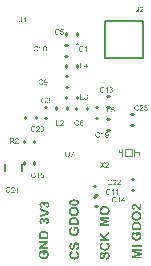
<source format=gto>
G04*
G04 #@! TF.GenerationSoftware,Altium Limited,Altium Designer,18.1.7 (191)*
G04*
G04 Layer_Color=65535*
%FSLAX24Y24*%
%MOIN*%
G70*
G01*
G75*
%ADD10C,0.0060*%
%ADD11C,0.0059*%
%ADD12C,0.0039*%
%ADD13C,0.0080*%
%ADD14C,0.0100*%
G36*
X1691Y1027D02*
X1695D01*
X1699Y1026D01*
X1705Y1026D01*
X1715Y1025D01*
X1726Y1023D01*
X1738Y1020D01*
X1749Y1017D01*
X1749D01*
X1750Y1017D01*
X1752Y1016D01*
X1755Y1015D01*
X1758Y1014D01*
X1761Y1012D01*
X1769Y1008D01*
X1778Y1004D01*
X1788Y998D01*
X1797Y991D01*
X1806Y983D01*
X1807Y982D01*
X1808Y980D01*
X1811Y976D01*
X1815Y971D01*
X1819Y965D01*
X1823Y957D01*
X1827Y948D01*
X1831Y938D01*
Y937D01*
X1832Y937D01*
Y935D01*
X1832Y934D01*
X1833Y929D01*
X1834Y923D01*
X1836Y915D01*
X1837Y905D01*
X1837Y893D01*
X1838Y881D01*
Y760D01*
X1518D01*
Y887D01*
X1518Y891D01*
X1519Y900D01*
X1519Y910D01*
X1521Y920D01*
X1522Y929D01*
X1524Y938D01*
Y939D01*
X1525Y940D01*
X1525Y941D01*
X1526Y943D01*
X1528Y948D01*
X1531Y955D01*
X1535Y962D01*
X1541Y971D01*
X1547Y978D01*
X1554Y986D01*
Y987D01*
X1555Y987D01*
X1558Y989D01*
X1562Y993D01*
X1568Y997D01*
X1576Y1002D01*
X1584Y1008D01*
X1595Y1013D01*
X1606Y1017D01*
X1606D01*
X1607Y1017D01*
X1609Y1018D01*
X1611Y1019D01*
X1614Y1019D01*
X1618Y1020D01*
X1622Y1021D01*
X1626Y1022D01*
X1632Y1023D01*
X1638Y1024D01*
X1644Y1025D01*
X1650Y1026D01*
X1665Y1027D01*
X1681Y1027D01*
X1681D01*
X1683D01*
X1685D01*
X1687D01*
X1691Y1027D01*
D02*
G37*
G36*
X1838Y627D02*
X1627Y497D01*
X1838D01*
Y437D01*
X1518D01*
Y500D01*
X1733Y632D01*
X1518D01*
Y692D01*
X1838D01*
Y627D01*
D02*
G37*
G36*
X1796Y376D02*
X1796Y375D01*
X1798Y374D01*
X1800Y371D01*
X1802Y369D01*
X1806Y363D01*
X1811Y354D01*
X1817Y344D01*
X1823Y332D01*
X1829Y318D01*
Y318D01*
X1829Y316D01*
X1830Y315D01*
X1831Y312D01*
X1832Y308D01*
X1833Y304D01*
X1835Y299D01*
X1836Y294D01*
X1839Y283D01*
X1841Y269D01*
X1843Y255D01*
X1844Y241D01*
Y236D01*
X1843Y232D01*
Y228D01*
X1843Y223D01*
X1842Y217D01*
X1841Y211D01*
X1839Y197D01*
X1835Y182D01*
X1830Y167D01*
X1826Y160D01*
X1823Y153D01*
X1822Y152D01*
X1822Y151D01*
X1820Y149D01*
X1819Y147D01*
X1817Y144D01*
X1814Y140D01*
X1811Y136D01*
X1807Y132D01*
X1799Y123D01*
X1788Y114D01*
X1776Y105D01*
X1762Y97D01*
X1762D01*
X1760Y96D01*
X1758Y95D01*
X1755Y94D01*
X1752Y93D01*
X1747Y91D01*
X1742Y90D01*
X1737Y88D01*
X1731Y86D01*
X1724Y84D01*
X1710Y81D01*
X1694Y79D01*
X1677Y78D01*
X1676D01*
X1674D01*
X1672D01*
X1668Y79D01*
X1664D01*
X1659Y79D01*
X1653Y80D01*
X1647Y81D01*
X1633Y84D01*
X1618Y87D01*
X1603Y92D01*
X1595Y96D01*
X1588Y99D01*
X1588Y100D01*
X1586Y100D01*
X1584Y102D01*
X1582Y103D01*
X1578Y105D01*
X1575Y108D01*
X1571Y111D01*
X1566Y114D01*
X1561Y119D01*
X1556Y123D01*
X1551Y128D01*
X1546Y134D01*
X1541Y140D01*
X1536Y146D01*
X1528Y160D01*
Y161D01*
X1527Y162D01*
X1527Y163D01*
X1525Y166D01*
X1524Y169D01*
X1523Y172D01*
X1522Y177D01*
X1520Y181D01*
X1518Y187D01*
X1517Y193D01*
X1516Y199D01*
X1514Y205D01*
X1512Y220D01*
X1512Y237D01*
Y242D01*
X1512Y247D01*
X1513Y252D01*
X1513Y258D01*
X1514Y264D01*
X1515Y271D01*
X1518Y286D01*
X1522Y301D01*
X1525Y309D01*
X1529Y316D01*
X1532Y323D01*
X1537Y330D01*
X1537Y330D01*
X1538Y331D01*
X1540Y333D01*
X1541Y335D01*
X1544Y338D01*
X1547Y341D01*
X1551Y344D01*
X1555Y348D01*
X1559Y351D01*
X1565Y355D01*
X1570Y359D01*
X1577Y362D01*
X1583Y366D01*
X1590Y369D01*
X1598Y371D01*
X1606Y373D01*
X1618Y309D01*
X1617D01*
X1617Y309D01*
X1614Y308D01*
X1610Y306D01*
X1604Y303D01*
X1598Y300D01*
X1592Y295D01*
X1586Y290D01*
X1581Y283D01*
X1580Y282D01*
X1578Y280D01*
X1576Y276D01*
X1574Y271D01*
X1571Y264D01*
X1569Y256D01*
X1567Y247D01*
X1567Y237D01*
Y233D01*
X1567Y230D01*
X1568Y226D01*
X1568Y222D01*
X1569Y217D01*
X1570Y212D01*
X1573Y202D01*
X1576Y196D01*
X1578Y191D01*
X1582Y185D01*
X1585Y180D01*
X1589Y175D01*
X1594Y169D01*
X1595Y169D01*
X1595Y169D01*
X1597Y167D01*
X1599Y166D01*
X1602Y164D01*
X1605Y162D01*
X1609Y159D01*
X1614Y157D01*
X1620Y155D01*
X1626Y153D01*
X1632Y151D01*
X1639Y149D01*
X1647Y147D01*
X1656Y146D01*
X1664Y145D01*
X1674Y145D01*
X1674D01*
X1676D01*
X1680D01*
X1683Y145D01*
X1688Y146D01*
X1693Y146D01*
X1700Y147D01*
X1706Y148D01*
X1720Y151D01*
X1735Y156D01*
X1741Y158D01*
X1748Y162D01*
X1754Y166D01*
X1760Y170D01*
X1760Y170D01*
X1761Y171D01*
X1763Y173D01*
X1765Y175D01*
X1766Y177D01*
X1769Y180D01*
X1772Y184D01*
X1774Y188D01*
X1777Y193D01*
X1779Y197D01*
X1784Y209D01*
X1786Y215D01*
X1787Y222D01*
X1788Y229D01*
X1789Y236D01*
Y240D01*
X1788Y244D01*
X1788Y249D01*
X1787Y255D01*
X1785Y262D01*
X1784Y270D01*
X1781Y277D01*
Y278D01*
X1780Y278D01*
X1779Y280D01*
X1778Y284D01*
X1775Y289D01*
X1772Y295D01*
X1769Y301D01*
X1766Y307D01*
X1761Y312D01*
X1720D01*
Y238D01*
X1666D01*
Y377D01*
X1795D01*
X1796Y376D01*
D02*
G37*
G36*
X3869Y909D02*
X3719Y821D01*
X3773Y768D01*
X3869D01*
Y704D01*
X3550D01*
Y768D01*
X3692D01*
X3550Y900D01*
Y986D01*
X3675Y865D01*
X3869Y992D01*
Y909D01*
D02*
G37*
G36*
X3774Y647D02*
X3777Y646D01*
X3780Y645D01*
X3785Y643D01*
X3790Y641D01*
X3795Y639D01*
X3801Y636D01*
X3814Y630D01*
X3827Y621D01*
X3839Y611D01*
X3845Y606D01*
X3850Y600D01*
X3850Y599D01*
X3851Y598D01*
X3852Y597D01*
X3854Y594D01*
X3856Y591D01*
X3857Y586D01*
X3860Y582D01*
X3862Y577D01*
X3865Y571D01*
X3867Y564D01*
X3869Y557D01*
X3871Y550D01*
X3873Y542D01*
X3874Y533D01*
X3875Y524D01*
X3875Y515D01*
Y512D01*
X3875Y509D01*
X3874Y504D01*
X3874Y499D01*
X3873Y493D01*
X3871Y486D01*
X3869Y478D01*
X3867Y470D01*
X3864Y462D01*
X3861Y453D01*
X3857Y444D01*
X3852Y435D01*
X3846Y426D01*
X3839Y418D01*
X3832Y410D01*
X3831Y410D01*
X3830Y408D01*
X3827Y407D01*
X3824Y404D01*
X3819Y401D01*
X3814Y397D01*
X3808Y394D01*
X3800Y390D01*
X3792Y386D01*
X3784Y383D01*
X3773Y379D01*
X3763Y376D01*
X3752Y373D01*
X3739Y372D01*
X3726Y370D01*
X3712Y370D01*
X3712D01*
X3711D01*
X3709D01*
X3705Y370D01*
X3699D01*
X3693Y371D01*
X3685Y372D01*
X3676Y373D01*
X3667Y375D01*
X3657Y377D01*
X3647Y380D01*
X3637Y383D01*
X3626Y387D01*
X3616Y392D01*
X3606Y397D01*
X3597Y403D01*
X3588Y411D01*
X3588Y411D01*
X3586Y413D01*
X3584Y415D01*
X3581Y418D01*
X3578Y422D01*
X3574Y427D01*
X3570Y433D01*
X3566Y440D01*
X3562Y447D01*
X3558Y455D01*
X3554Y464D01*
X3551Y474D01*
X3548Y484D01*
X3546Y495D01*
X3544Y507D01*
X3544Y519D01*
Y524D01*
X3544Y529D01*
X3545Y534D01*
X3546Y539D01*
X3547Y546D01*
X3548Y553D01*
X3550Y560D01*
X3552Y568D01*
X3555Y576D01*
X3559Y584D01*
X3562Y592D01*
X3567Y599D01*
X3572Y607D01*
X3578Y614D01*
Y615D01*
X3579Y615D01*
X3581Y616D01*
X3582Y618D01*
X3584Y620D01*
X3587Y621D01*
X3594Y627D01*
X3602Y632D01*
X3612Y637D01*
X3624Y642D01*
X3637Y647D01*
X3652Y583D01*
X3652D01*
X3651Y583D01*
X3650D01*
X3648Y582D01*
X3644Y580D01*
X3638Y578D01*
X3632Y575D01*
X3626Y571D01*
X3619Y565D01*
X3614Y559D01*
X3613Y558D01*
X3611Y556D01*
X3609Y552D01*
X3606Y547D01*
X3603Y541D01*
X3601Y533D01*
X3599Y525D01*
X3599Y516D01*
Y512D01*
X3599Y510D01*
X3600Y507D01*
X3600Y503D01*
X3602Y495D01*
X3605Y486D01*
X3610Y476D01*
X3613Y471D01*
X3616Y467D01*
X3620Y462D01*
X3625Y458D01*
X3625D01*
X3626Y457D01*
X3627Y456D01*
X3630Y455D01*
X3632Y453D01*
X3636Y451D01*
X3640Y449D01*
X3645Y447D01*
X3650Y445D01*
X3656Y443D01*
X3663Y441D01*
X3670Y439D01*
X3679Y438D01*
X3687Y437D01*
X3697Y437D01*
X3708Y436D01*
X3708D01*
X3711D01*
X3714D01*
X3718Y437D01*
X3723D01*
X3729Y438D01*
X3735Y438D01*
X3742Y439D01*
X3756Y442D01*
X3770Y445D01*
X3777Y448D01*
X3784Y451D01*
X3790Y454D01*
X3795Y458D01*
X3795Y458D01*
X3796Y459D01*
X3797Y460D01*
X3799Y462D01*
X3803Y467D01*
X3807Y473D01*
X3812Y481D01*
X3816Y491D01*
X3819Y502D01*
X3820Y508D01*
X3820Y514D01*
Y517D01*
X3820Y518D01*
X3819Y524D01*
X3818Y530D01*
X3816Y536D01*
X3813Y543D01*
X3809Y551D01*
X3804Y558D01*
X3803Y559D01*
X3801Y561D01*
X3797Y565D01*
X3791Y568D01*
X3784Y573D01*
X3775Y577D01*
X3765Y581D01*
X3752Y585D01*
X3772Y648D01*
X3772D01*
X3774Y647D01*
D02*
G37*
G36*
X3784Y326D02*
X3787Y325D01*
X3793Y324D01*
X3802Y323D01*
X3810Y320D01*
X3819Y316D01*
X3828Y311D01*
X3829D01*
X3829Y310D01*
X3832Y308D01*
X3837Y304D01*
X3842Y299D01*
X3848Y293D01*
X3853Y286D01*
X3859Y277D01*
X3864Y267D01*
Y267D01*
X3864Y266D01*
X3865Y264D01*
X3866Y262D01*
X3867Y259D01*
X3868Y256D01*
X3869Y252D01*
X3869Y248D01*
X3871Y243D01*
X3872Y238D01*
X3874Y226D01*
X3875Y213D01*
X3876Y198D01*
Y192D01*
X3875Y188D01*
X3875Y183D01*
X3874Y177D01*
X3873Y171D01*
X3872Y164D01*
X3869Y148D01*
X3866Y141D01*
X3864Y133D01*
X3861Y125D01*
X3857Y118D01*
X3853Y111D01*
X3848Y104D01*
X3847Y104D01*
X3846Y103D01*
X3845Y101D01*
X3843Y99D01*
X3839Y97D01*
X3836Y94D01*
X3832Y91D01*
X3827Y87D01*
X3821Y84D01*
X3815Y81D01*
X3809Y78D01*
X3801Y74D01*
X3793Y72D01*
X3785Y69D01*
X3775Y68D01*
X3766Y66D01*
X3760Y129D01*
X3760D01*
X3761Y129D01*
X3763D01*
X3765Y130D01*
X3770Y132D01*
X3777Y134D01*
X3785Y137D01*
X3793Y141D01*
X3800Y146D01*
X3806Y152D01*
X3807Y153D01*
X3809Y155D01*
X3811Y159D01*
X3814Y164D01*
X3816Y171D01*
X3819Y179D01*
X3821Y188D01*
X3821Y199D01*
Y204D01*
X3820Y209D01*
X3819Y216D01*
X3818Y224D01*
X3815Y232D01*
X3812Y239D01*
X3808Y245D01*
X3808Y246D01*
X3806Y248D01*
X3803Y250D01*
X3799Y254D01*
X3795Y256D01*
X3789Y259D01*
X3784Y261D01*
X3777Y262D01*
X3777D01*
X3775D01*
X3773Y261D01*
X3770Y261D01*
X3767Y260D01*
X3764Y259D01*
X3761Y257D01*
X3758Y255D01*
X3757Y254D01*
X3756Y253D01*
X3755Y252D01*
X3753Y250D01*
X3751Y246D01*
X3748Y242D01*
X3746Y238D01*
X3744Y232D01*
Y231D01*
X3743Y229D01*
X3742Y226D01*
X3741Y224D01*
X3741Y221D01*
X3740Y218D01*
X3738Y214D01*
X3737Y210D01*
X3736Y205D01*
X3735Y200D01*
X3733Y194D01*
X3731Y187D01*
X3730Y180D01*
Y179D01*
X3729Y177D01*
X3728Y175D01*
X3727Y171D01*
X3726Y167D01*
X3724Y162D01*
X3723Y157D01*
X3721Y151D01*
X3716Y139D01*
X3711Y128D01*
X3708Y122D01*
X3705Y116D01*
X3701Y111D01*
X3698Y107D01*
X3698Y107D01*
X3697Y106D01*
X3695Y104D01*
X3693Y103D01*
X3691Y100D01*
X3687Y98D01*
X3684Y95D01*
X3680Y93D01*
X3670Y87D01*
X3659Y83D01*
X3653Y81D01*
X3647Y80D01*
X3640Y79D01*
X3633Y78D01*
X3633D01*
X3632D01*
X3631D01*
X3629D01*
X3625Y79D01*
X3619Y80D01*
X3612Y81D01*
X3604Y84D01*
X3596Y87D01*
X3588Y92D01*
X3587D01*
X3587Y92D01*
X3584Y94D01*
X3580Y97D01*
X3576Y102D01*
X3571Y107D01*
X3565Y114D01*
X3560Y122D01*
X3555Y131D01*
Y132D01*
X3555Y133D01*
X3554Y134D01*
X3553Y136D01*
X3553Y139D01*
X3552Y141D01*
X3551Y145D01*
X3549Y149D01*
X3547Y159D01*
X3546Y169D01*
X3544Y181D01*
X3544Y195D01*
Y200D01*
X3544Y204D01*
X3545Y209D01*
X3545Y215D01*
X3546Y221D01*
X3547Y228D01*
X3550Y243D01*
X3553Y250D01*
X3555Y258D01*
X3558Y265D01*
X3562Y272D01*
X3566Y279D01*
X3571Y285D01*
X3571Y285D01*
X3572Y286D01*
X3573Y287D01*
X3575Y289D01*
X3578Y292D01*
X3581Y294D01*
X3585Y297D01*
X3589Y300D01*
X3594Y303D01*
X3599Y306D01*
X3605Y309D01*
X3612Y311D01*
X3618Y313D01*
X3626Y315D01*
X3633Y317D01*
X3641Y317D01*
X3644Y252D01*
X3643D01*
X3643D01*
X3639Y251D01*
X3635Y250D01*
X3630Y249D01*
X3624Y246D01*
X3619Y243D01*
X3613Y239D01*
X3608Y234D01*
X3608Y234D01*
X3607Y232D01*
X3605Y229D01*
X3603Y224D01*
X3601Y219D01*
X3599Y212D01*
X3598Y203D01*
X3597Y194D01*
Y189D01*
X3598Y184D01*
X3599Y178D01*
X3600Y171D01*
X3602Y164D01*
X3605Y157D01*
X3609Y150D01*
X3610Y150D01*
X3611Y149D01*
X3612Y147D01*
X3614Y145D01*
X3617Y143D01*
X3621Y141D01*
X3625Y141D01*
X3629Y140D01*
X3630D01*
X3631D01*
X3633Y141D01*
X3636Y141D01*
X3639Y142D01*
X3642Y144D01*
X3645Y146D01*
X3649Y149D01*
X3649Y150D01*
X3651Y152D01*
X3651Y153D01*
X3652Y156D01*
X3654Y158D01*
X3655Y161D01*
X3657Y165D01*
X3658Y169D01*
X3660Y174D01*
X3662Y179D01*
X3664Y186D01*
X3666Y193D01*
X3668Y200D01*
X3670Y208D01*
Y209D01*
X3670Y211D01*
X3671Y213D01*
X3672Y216D01*
X3673Y220D01*
X3674Y225D01*
X3675Y230D01*
X3677Y235D01*
X3681Y246D01*
X3684Y257D01*
X3688Y269D01*
X3691Y273D01*
X3693Y278D01*
Y278D01*
X3693Y279D01*
X3695Y281D01*
X3698Y286D01*
X3702Y291D01*
X3706Y296D01*
X3712Y302D01*
X3718Y308D01*
X3726Y313D01*
X3727Y314D01*
X3730Y315D01*
X3734Y317D01*
X3740Y320D01*
X3747Y322D01*
X3756Y324D01*
X3766Y326D01*
X3777Y326D01*
X3777D01*
X3778D01*
X3779D01*
X3781D01*
X3784Y326D01*
D02*
G37*
G36*
X2701Y2074D02*
X2709Y2074D01*
X2718Y2073D01*
X2727Y2072D01*
X2737Y2071D01*
X2748Y2069D01*
X2759Y2067D01*
X2769Y2064D01*
X2780Y2061D01*
X2791Y2058D01*
X2800Y2053D01*
X2810Y2049D01*
X2817Y2043D01*
X2818Y2043D01*
X2819Y2042D01*
X2821Y2040D01*
X2822Y2039D01*
X2825Y2036D01*
X2828Y2033D01*
X2831Y2028D01*
X2834Y2024D01*
X2837Y2019D01*
X2840Y2014D01*
X2843Y2008D01*
X2845Y2002D01*
X2847Y1995D01*
X2849Y1987D01*
X2850Y1979D01*
X2850Y1971D01*
Y1969D01*
X2850Y1966D01*
Y1963D01*
X2849Y1959D01*
X2848Y1954D01*
X2847Y1949D01*
X2846Y1944D01*
X2844Y1938D01*
X2841Y1932D01*
X2839Y1925D01*
X2835Y1919D01*
X2831Y1913D01*
X2826Y1907D01*
X2821Y1901D01*
X2815Y1895D01*
X2814Y1895D01*
X2813Y1894D01*
X2810Y1893D01*
X2808Y1891D01*
X2804Y1889D01*
X2798Y1887D01*
X2792Y1884D01*
X2785Y1881D01*
X2777Y1879D01*
X2767Y1876D01*
X2757Y1874D01*
X2745Y1872D01*
X2732Y1870D01*
X2718Y1869D01*
X2703Y1868D01*
X2686Y1867D01*
X2686D01*
X2685D01*
X2684D01*
X2682D01*
X2677D01*
X2671Y1868D01*
X2664Y1868D01*
X2655Y1869D01*
X2646Y1870D01*
X2636Y1871D01*
X2625Y1873D01*
X2615Y1875D01*
X2603Y1877D01*
X2593Y1880D01*
X2583Y1884D01*
X2573Y1888D01*
X2564Y1893D01*
X2556Y1898D01*
X2555Y1899D01*
X2555Y1899D01*
X2553Y1901D01*
X2551Y1903D01*
X2548Y1905D01*
X2545Y1909D01*
X2543Y1913D01*
X2539Y1917D01*
X2536Y1922D01*
X2533Y1927D01*
X2530Y1933D01*
X2528Y1940D01*
X2526Y1947D01*
X2524Y1954D01*
X2523Y1962D01*
X2523Y1971D01*
Y1975D01*
X2523Y1979D01*
X2524Y1982D01*
X2524Y1987D01*
X2525Y1991D01*
X2527Y1997D01*
X2529Y2003D01*
X2531Y2009D01*
X2533Y2015D01*
X2537Y2021D01*
X2541Y2027D01*
X2545Y2033D01*
X2550Y2038D01*
X2556Y2043D01*
X2556Y2044D01*
X2558Y2045D01*
X2560Y2046D01*
X2563Y2048D01*
X2568Y2051D01*
X2573Y2053D01*
X2579Y2056D01*
X2587Y2059D01*
X2596Y2062D01*
X2605Y2065D01*
X2616Y2067D01*
X2628Y2070D01*
X2641Y2072D01*
X2655Y2073D01*
X2670Y2074D01*
X2687Y2075D01*
X2687D01*
X2688D01*
X2689D01*
X2691D01*
X2695D01*
X2701Y2074D01*
D02*
G37*
G36*
X2692Y1830D02*
X2698D01*
X2704Y1829D01*
X2712Y1828D01*
X2720Y1826D01*
X2729Y1825D01*
X2739Y1823D01*
X2749Y1820D01*
X2759Y1816D01*
X2769Y1812D01*
X2779Y1808D01*
X2789Y1802D01*
X2798Y1795D01*
X2807Y1788D01*
X2807Y1787D01*
X2809Y1786D01*
X2811Y1784D01*
X2814Y1780D01*
X2817Y1776D01*
X2821Y1771D01*
X2824Y1765D01*
X2828Y1758D01*
X2833Y1750D01*
X2836Y1742D01*
X2840Y1733D01*
X2843Y1723D01*
X2846Y1712D01*
X2848Y1700D01*
X2850Y1688D01*
X2850Y1675D01*
Y1672D01*
X2850Y1668D01*
X2849Y1664D01*
X2849Y1658D01*
X2848Y1651D01*
X2846Y1643D01*
X2845Y1635D01*
X2842Y1626D01*
X2840Y1617D01*
X2836Y1607D01*
X2832Y1598D01*
X2827Y1588D01*
X2821Y1579D01*
X2815Y1571D01*
X2807Y1562D01*
X2806Y1562D01*
X2805Y1560D01*
X2802Y1559D01*
X2799Y1556D01*
X2794Y1553D01*
X2789Y1549D01*
X2783Y1545D01*
X2775Y1541D01*
X2767Y1537D01*
X2758Y1534D01*
X2749Y1530D01*
X2738Y1527D01*
X2726Y1524D01*
X2714Y1522D01*
X2701Y1521D01*
X2687Y1520D01*
X2686D01*
X2684D01*
X2682D01*
X2678Y1521D01*
X2674D01*
X2670Y1521D01*
X2664Y1522D01*
X2658Y1522D01*
X2645Y1524D01*
X2631Y1526D01*
X2617Y1530D01*
X2604Y1535D01*
X2604D01*
X2603Y1535D01*
X2602Y1536D01*
X2600Y1536D01*
X2596Y1539D01*
X2590Y1542D01*
X2583Y1547D01*
X2576Y1552D01*
X2568Y1558D01*
X2561Y1564D01*
X2560Y1565D01*
X2560Y1565D01*
X2557Y1567D01*
X2554Y1571D01*
X2549Y1577D01*
X2545Y1583D01*
X2540Y1589D01*
X2535Y1597D01*
X2531Y1606D01*
Y1606D01*
X2531Y1607D01*
X2530Y1609D01*
X2530Y1611D01*
X2528Y1614D01*
X2527Y1617D01*
X2526Y1621D01*
X2525Y1626D01*
X2523Y1636D01*
X2520Y1647D01*
X2519Y1661D01*
X2518Y1674D01*
Y1678D01*
X2519Y1681D01*
Y1686D01*
X2520Y1692D01*
X2521Y1699D01*
X2522Y1707D01*
X2524Y1715D01*
X2526Y1724D01*
X2529Y1733D01*
X2533Y1742D01*
X2537Y1752D01*
X2542Y1761D01*
X2548Y1771D01*
X2555Y1779D01*
X2563Y1788D01*
X2563Y1788D01*
X2565Y1790D01*
X2567Y1792D01*
X2571Y1794D01*
X2575Y1797D01*
X2581Y1801D01*
X2587Y1805D01*
X2595Y1809D01*
X2603Y1813D01*
X2612Y1817D01*
X2622Y1820D01*
X2633Y1824D01*
X2645Y1826D01*
X2657Y1828D01*
X2670Y1830D01*
X2685Y1830D01*
X2686D01*
X2688D01*
X2692Y1830D01*
D02*
G37*
G36*
X2698Y1478D02*
X2701D01*
X2706Y1478D01*
X2711Y1477D01*
X2722Y1476D01*
X2733Y1474D01*
X2744Y1472D01*
X2755Y1468D01*
X2756D01*
X2757Y1468D01*
X2759Y1467D01*
X2761Y1466D01*
X2764Y1465D01*
X2767Y1463D01*
X2776Y1460D01*
X2785Y1455D01*
X2794Y1449D01*
X2804Y1442D01*
X2812Y1434D01*
X2813Y1433D01*
X2815Y1431D01*
X2818Y1427D01*
X2822Y1422D01*
X2826Y1416D01*
X2830Y1408D01*
X2834Y1399D01*
X2838Y1389D01*
Y1389D01*
X2838Y1388D01*
Y1387D01*
X2839Y1385D01*
X2840Y1380D01*
X2841Y1374D01*
X2842Y1366D01*
X2843Y1356D01*
X2844Y1345D01*
X2844Y1332D01*
Y1211D01*
X2524D01*
Y1339D01*
X2525Y1342D01*
X2525Y1351D01*
X2526Y1361D01*
X2527Y1371D01*
X2529Y1381D01*
X2531Y1389D01*
Y1390D01*
X2531Y1391D01*
X2532Y1392D01*
X2532Y1394D01*
X2535Y1400D01*
X2538Y1406D01*
X2542Y1413D01*
X2547Y1422D01*
X2553Y1430D01*
X2561Y1437D01*
Y1438D01*
X2561Y1438D01*
X2564Y1441D01*
X2569Y1444D01*
X2575Y1449D01*
X2582Y1454D01*
X2591Y1459D01*
X2601Y1464D01*
X2612Y1468D01*
X2613D01*
X2614Y1468D01*
X2616Y1469D01*
X2618Y1470D01*
X2621Y1470D01*
X2624Y1471D01*
X2628Y1472D01*
X2633Y1474D01*
X2638Y1474D01*
X2644Y1475D01*
X2650Y1476D01*
X2657Y1477D01*
X2671Y1478D01*
X2688Y1479D01*
X2688D01*
X2689D01*
X2691D01*
X2694D01*
X2698Y1478D01*
D02*
G37*
G36*
X2802Y1150D02*
X2803Y1149D01*
X2804Y1147D01*
X2806Y1145D01*
X2808Y1143D01*
X2813Y1136D01*
X2818Y1127D01*
X2824Y1117D01*
X2830Y1106D01*
X2835Y1092D01*
Y1091D01*
X2836Y1090D01*
X2837Y1088D01*
X2838Y1085D01*
X2839Y1082D01*
X2840Y1078D01*
X2841Y1073D01*
X2843Y1068D01*
X2846Y1056D01*
X2848Y1043D01*
X2850Y1029D01*
X2850Y1014D01*
Y1009D01*
X2850Y1006D01*
Y1001D01*
X2849Y996D01*
X2848Y991D01*
X2847Y984D01*
X2845Y971D01*
X2841Y956D01*
X2836Y941D01*
X2833Y934D01*
X2829Y927D01*
X2829Y926D01*
X2828Y925D01*
X2827Y923D01*
X2825Y921D01*
X2823Y917D01*
X2821Y914D01*
X2817Y910D01*
X2814Y906D01*
X2805Y896D01*
X2795Y887D01*
X2783Y878D01*
X2769Y871D01*
X2768D01*
X2767Y870D01*
X2765Y869D01*
X2762Y868D01*
X2758Y866D01*
X2754Y865D01*
X2749Y863D01*
X2743Y861D01*
X2737Y860D01*
X2731Y858D01*
X2716Y855D01*
X2701Y853D01*
X2683Y852D01*
X2683D01*
X2681D01*
X2678D01*
X2675Y853D01*
X2670D01*
X2665Y853D01*
X2660Y854D01*
X2653Y855D01*
X2640Y857D01*
X2625Y861D01*
X2609Y866D01*
X2602Y869D01*
X2595Y873D01*
X2594Y873D01*
X2593Y874D01*
X2591Y875D01*
X2588Y877D01*
X2585Y879D01*
X2581Y882D01*
X2577Y885D01*
X2573Y888D01*
X2568Y892D01*
X2563Y897D01*
X2558Y902D01*
X2553Y908D01*
X2548Y914D01*
X2543Y920D01*
X2535Y934D01*
Y934D01*
X2534Y935D01*
X2533Y937D01*
X2532Y939D01*
X2531Y943D01*
X2530Y946D01*
X2528Y951D01*
X2526Y955D01*
X2525Y960D01*
X2524Y966D01*
X2522Y973D01*
X2521Y979D01*
X2519Y994D01*
X2518Y1011D01*
Y1016D01*
X2519Y1020D01*
X2519Y1025D01*
X2520Y1031D01*
X2520Y1038D01*
X2522Y1045D01*
X2524Y1060D01*
X2529Y1075D01*
X2532Y1083D01*
X2535Y1090D01*
X2539Y1097D01*
X2543Y1103D01*
X2544Y1104D01*
X2544Y1105D01*
X2546Y1107D01*
X2548Y1109D01*
X2550Y1112D01*
X2554Y1115D01*
X2557Y1118D01*
X2561Y1121D01*
X2566Y1125D01*
X2571Y1129D01*
X2577Y1133D01*
X2583Y1136D01*
X2590Y1139D01*
X2597Y1142D01*
X2604Y1145D01*
X2612Y1147D01*
X2624Y1083D01*
X2624D01*
X2623Y1082D01*
X2621Y1081D01*
X2616Y1079D01*
X2611Y1077D01*
X2605Y1073D01*
X2599Y1069D01*
X2593Y1063D01*
X2587Y1057D01*
X2587Y1056D01*
X2585Y1054D01*
X2583Y1049D01*
X2580Y1044D01*
X2578Y1037D01*
X2576Y1030D01*
X2574Y1021D01*
X2573Y1011D01*
Y1006D01*
X2574Y1004D01*
X2574Y1000D01*
X2575Y996D01*
X2576Y991D01*
X2577Y986D01*
X2580Y975D01*
X2582Y970D01*
X2585Y964D01*
X2588Y959D01*
X2591Y953D01*
X2596Y948D01*
X2601Y943D01*
X2601Y943D01*
X2602Y942D01*
X2603Y941D01*
X2606Y939D01*
X2609Y938D01*
X2612Y935D01*
X2616Y933D01*
X2621Y931D01*
X2626Y929D01*
X2632Y927D01*
X2639Y924D01*
X2646Y922D01*
X2653Y921D01*
X2662Y920D01*
X2671Y919D01*
X2681Y919D01*
X2681D01*
X2683D01*
X2686D01*
X2690Y919D01*
X2695Y920D01*
X2700Y920D01*
X2707Y921D01*
X2713Y922D01*
X2727Y925D01*
X2741Y929D01*
X2748Y932D01*
X2755Y935D01*
X2761Y939D01*
X2767Y944D01*
X2767Y944D01*
X2768Y945D01*
X2769Y946D01*
X2771Y948D01*
X2773Y951D01*
X2776Y954D01*
X2778Y957D01*
X2781Y962D01*
X2784Y966D01*
X2786Y971D01*
X2791Y982D01*
X2792Y989D01*
X2794Y995D01*
X2795Y1003D01*
X2795Y1010D01*
Y1014D01*
X2795Y1018D01*
X2794Y1023D01*
X2793Y1029D01*
X2792Y1036D01*
X2790Y1043D01*
X2787Y1051D01*
Y1051D01*
X2787Y1052D01*
X2786Y1054D01*
X2784Y1058D01*
X2782Y1063D01*
X2779Y1068D01*
X2776Y1074D01*
X2772Y1080D01*
X2768Y1086D01*
X2727D01*
Y1012D01*
X2673D01*
Y1151D01*
X2801D01*
X2802Y1150D01*
D02*
G37*
G36*
X2775Y648D02*
X2778Y648D01*
X2785Y647D01*
X2793Y645D01*
X2802Y642D01*
X2811Y638D01*
X2820Y633D01*
X2821D01*
X2821Y632D01*
X2824Y630D01*
X2828Y626D01*
X2833Y622D01*
X2839Y616D01*
X2845Y608D01*
X2851Y600D01*
X2856Y589D01*
Y589D01*
X2856Y588D01*
X2857Y587D01*
X2857Y584D01*
X2858Y582D01*
X2859Y578D01*
X2860Y575D01*
X2861Y570D01*
X2863Y565D01*
X2863Y560D01*
X2865Y548D01*
X2867Y535D01*
X2867Y520D01*
Y514D01*
X2867Y510D01*
X2866Y505D01*
X2866Y499D01*
X2865Y493D01*
X2863Y486D01*
X2860Y471D01*
X2858Y463D01*
X2856Y455D01*
X2852Y448D01*
X2849Y440D01*
X2845Y433D01*
X2839Y427D01*
X2839Y426D01*
X2838Y425D01*
X2837Y424D01*
X2834Y422D01*
X2831Y419D01*
X2827Y416D01*
X2823Y413D01*
X2819Y410D01*
X2813Y406D01*
X2807Y403D01*
X2800Y400D01*
X2793Y397D01*
X2785Y394D01*
X2776Y392D01*
X2767Y390D01*
X2757Y388D01*
X2751Y451D01*
X2752D01*
X2753Y452D01*
X2754D01*
X2756Y452D01*
X2762Y454D01*
X2769Y456D01*
X2777Y459D01*
X2784Y463D01*
X2791Y468D01*
X2798Y474D01*
X2798Y475D01*
X2800Y477D01*
X2802Y481D01*
X2805Y486D01*
X2808Y493D01*
X2810Y501D01*
X2812Y510D01*
X2813Y521D01*
Y526D01*
X2812Y532D01*
X2811Y539D01*
X2809Y546D01*
X2807Y554D01*
X2804Y561D01*
X2800Y568D01*
X2799Y569D01*
X2797Y570D01*
X2795Y573D01*
X2791Y576D01*
X2786Y579D01*
X2781Y582D01*
X2775Y583D01*
X2769Y584D01*
X2768D01*
X2767D01*
X2765Y583D01*
X2762Y583D01*
X2759Y582D01*
X2756Y581D01*
X2753Y579D01*
X2749Y577D01*
X2749Y576D01*
X2748Y575D01*
X2747Y574D01*
X2745Y572D01*
X2742Y569D01*
X2740Y564D01*
X2738Y560D01*
X2735Y554D01*
Y553D01*
X2735Y551D01*
X2734Y548D01*
X2733Y546D01*
X2732Y543D01*
X2731Y540D01*
X2730Y536D01*
X2729Y532D01*
X2728Y527D01*
X2726Y522D01*
X2725Y516D01*
X2723Y509D01*
X2721Y502D01*
Y502D01*
X2721Y500D01*
X2720Y497D01*
X2719Y494D01*
X2717Y490D01*
X2716Y484D01*
X2714Y479D01*
X2712Y473D01*
X2708Y461D01*
X2702Y450D01*
X2699Y444D01*
X2696Y439D01*
X2693Y434D01*
X2690Y430D01*
X2689Y429D01*
X2688Y428D01*
X2687Y427D01*
X2685Y425D01*
X2682Y423D01*
X2679Y420D01*
X2676Y417D01*
X2672Y415D01*
X2662Y410D01*
X2651Y405D01*
X2645Y403D01*
X2639Y402D01*
X2632Y401D01*
X2625Y400D01*
X2625D01*
X2624D01*
X2623D01*
X2621D01*
X2616Y401D01*
X2610Y402D01*
X2603Y404D01*
X2596Y406D01*
X2587Y409D01*
X2579Y414D01*
X2579D01*
X2578Y414D01*
X2576Y417D01*
X2572Y419D01*
X2567Y424D01*
X2562Y430D01*
X2557Y436D01*
X2552Y444D01*
X2547Y454D01*
Y454D01*
X2547Y455D01*
X2546Y456D01*
X2545Y458D01*
X2544Y461D01*
X2543Y464D01*
X2542Y467D01*
X2541Y472D01*
X2539Y481D01*
X2537Y491D01*
X2536Y503D01*
X2535Y517D01*
Y522D01*
X2536Y527D01*
X2536Y532D01*
X2537Y538D01*
X2538Y544D01*
X2539Y551D01*
X2542Y565D01*
X2544Y573D01*
X2547Y580D01*
X2550Y588D01*
X2553Y594D01*
X2558Y601D01*
X2562Y607D01*
X2563Y607D01*
X2564Y608D01*
X2565Y610D01*
X2567Y612D01*
X2570Y614D01*
X2573Y617D01*
X2577Y619D01*
X2581Y623D01*
X2586Y625D01*
X2591Y628D01*
X2597Y631D01*
X2603Y633D01*
X2610Y636D01*
X2617Y637D01*
X2625Y639D01*
X2633Y639D01*
X2635Y575D01*
X2635D01*
X2634D01*
X2631Y574D01*
X2627Y573D01*
X2622Y571D01*
X2616Y569D01*
X2610Y565D01*
X2605Y561D01*
X2600Y557D01*
X2600Y556D01*
X2598Y554D01*
X2596Y551D01*
X2595Y546D01*
X2593Y541D01*
X2591Y534D01*
X2589Y526D01*
X2589Y516D01*
Y511D01*
X2589Y506D01*
X2590Y500D01*
X2592Y493D01*
X2594Y486D01*
X2597Y479D01*
X2601Y472D01*
X2602Y472D01*
X2602Y471D01*
X2604Y469D01*
X2606Y467D01*
X2609Y466D01*
X2613Y464D01*
X2616Y463D01*
X2621Y462D01*
X2621D01*
X2623D01*
X2625Y463D01*
X2627Y464D01*
X2631Y465D01*
X2634Y466D01*
X2637Y468D01*
X2640Y472D01*
X2641Y472D01*
X2642Y474D01*
X2643Y476D01*
X2644Y478D01*
X2645Y480D01*
X2647Y484D01*
X2648Y487D01*
X2650Y491D01*
X2652Y496D01*
X2654Y502D01*
X2656Y508D01*
X2657Y515D01*
X2659Y522D01*
X2662Y531D01*
Y531D01*
X2662Y533D01*
X2662Y535D01*
X2663Y539D01*
X2664Y542D01*
X2666Y547D01*
X2667Y552D01*
X2668Y557D01*
X2672Y568D01*
X2676Y580D01*
X2680Y591D01*
X2682Y595D01*
X2685Y600D01*
Y600D01*
X2685Y601D01*
X2687Y604D01*
X2690Y608D01*
X2693Y613D01*
X2698Y618D01*
X2704Y624D01*
X2710Y630D01*
X2717Y636D01*
X2718Y636D01*
X2721Y637D01*
X2725Y640D01*
X2731Y642D01*
X2739Y644D01*
X2747Y647D01*
X2757Y648D01*
X2768Y649D01*
X2769D01*
X2770D01*
X2771D01*
X2773D01*
X2775Y648D01*
D02*
G37*
G36*
X2766Y349D02*
X2768Y348D01*
X2772Y347D01*
X2776Y345D01*
X2781Y343D01*
X2787Y341D01*
X2793Y338D01*
X2805Y332D01*
X2818Y323D01*
X2831Y313D01*
X2836Y308D01*
X2841Y302D01*
X2842Y301D01*
X2842Y300D01*
X2844Y298D01*
X2845Y296D01*
X2847Y292D01*
X2849Y288D01*
X2851Y284D01*
X2854Y278D01*
X2857Y272D01*
X2859Y266D01*
X2861Y259D01*
X2863Y252D01*
X2864Y244D01*
X2866Y235D01*
X2866Y226D01*
X2867Y217D01*
Y214D01*
X2866Y211D01*
X2866Y206D01*
X2865Y201D01*
X2864Y194D01*
X2863Y187D01*
X2861Y180D01*
X2859Y172D01*
X2856Y163D01*
X2852Y155D01*
X2848Y146D01*
X2844Y137D01*
X2838Y128D01*
X2831Y120D01*
X2823Y112D01*
X2823Y112D01*
X2821Y110D01*
X2819Y108D01*
X2815Y106D01*
X2811Y103D01*
X2806Y99D01*
X2799Y95D01*
X2792Y92D01*
X2784Y88D01*
X2775Y84D01*
X2765Y81D01*
X2754Y78D01*
X2743Y75D01*
X2731Y73D01*
X2718Y72D01*
X2704Y71D01*
X2704D01*
X2703D01*
X2700D01*
X2696Y72D01*
X2691D01*
X2684Y73D01*
X2676Y74D01*
X2668Y75D01*
X2658Y77D01*
X2649Y79D01*
X2638Y82D01*
X2628Y85D01*
X2618Y89D01*
X2608Y94D01*
X2598Y99D01*
X2589Y105D01*
X2580Y113D01*
X2579Y113D01*
X2578Y114D01*
X2576Y117D01*
X2573Y120D01*
X2570Y124D01*
X2566Y129D01*
X2562Y135D01*
X2558Y142D01*
X2553Y149D01*
X2549Y157D01*
X2546Y166D01*
X2542Y175D01*
X2540Y186D01*
X2537Y197D01*
X2536Y209D01*
X2535Y221D01*
Y226D01*
X2536Y230D01*
X2536Y235D01*
X2537Y241D01*
X2538Y247D01*
X2540Y254D01*
X2541Y262D01*
X2544Y270D01*
X2547Y278D01*
X2550Y286D01*
X2554Y294D01*
X2559Y301D01*
X2564Y309D01*
X2570Y316D01*
Y316D01*
X2571Y317D01*
X2572Y318D01*
X2574Y320D01*
X2576Y321D01*
X2579Y323D01*
X2585Y328D01*
X2594Y333D01*
X2604Y339D01*
X2615Y344D01*
X2629Y349D01*
X2644Y285D01*
X2644D01*
X2643Y284D01*
X2642D01*
X2640Y284D01*
X2636Y282D01*
X2630Y280D01*
X2624Y277D01*
X2617Y272D01*
X2611Y267D01*
X2605Y261D01*
X2605Y260D01*
X2603Y258D01*
X2601Y254D01*
X2598Y249D01*
X2595Y242D01*
X2593Y235D01*
X2591Y227D01*
X2590Y217D01*
Y214D01*
X2591Y211D01*
X2591Y209D01*
X2592Y205D01*
X2594Y197D01*
X2597Y188D01*
X2602Y178D01*
X2604Y173D01*
X2608Y168D01*
X2612Y164D01*
X2616Y160D01*
X2617D01*
X2618Y159D01*
X2619Y158D01*
X2621Y156D01*
X2624Y155D01*
X2627Y153D01*
X2632Y151D01*
X2636Y149D01*
X2642Y147D01*
X2648Y145D01*
X2655Y143D01*
X2662Y141D01*
X2670Y140D01*
X2679Y139D01*
X2689Y138D01*
X2699Y138D01*
X2700D01*
X2702D01*
X2705D01*
X2709Y138D01*
X2714D01*
X2720Y139D01*
X2726Y140D01*
X2733Y141D01*
X2747Y144D01*
X2762Y147D01*
X2769Y150D01*
X2775Y153D01*
X2781Y156D01*
X2786Y160D01*
X2787Y160D01*
X2787Y161D01*
X2789Y162D01*
X2790Y164D01*
X2794Y168D01*
X2799Y175D01*
X2804Y183D01*
X2808Y192D01*
X2811Y204D01*
X2811Y210D01*
X2812Y216D01*
Y218D01*
X2811Y220D01*
X2811Y225D01*
X2810Y231D01*
X2808Y238D01*
X2805Y245D01*
X2801Y253D01*
X2796Y260D01*
X2795Y261D01*
X2792Y263D01*
X2789Y266D01*
X2783Y270D01*
X2776Y275D01*
X2767Y279D01*
X2756Y283D01*
X2744Y287D01*
X2763Y350D01*
X2764D01*
X2766Y349D01*
D02*
G37*
G36*
X1770Y2004D02*
X1774Y2004D01*
X1778Y2003D01*
X1783Y2002D01*
X1788Y2001D01*
X1799Y1997D01*
X1805Y1994D01*
X1812Y1991D01*
X1818Y1988D01*
X1824Y1984D01*
X1830Y1979D01*
X1835Y1973D01*
X1836Y1973D01*
X1837Y1972D01*
X1838Y1970D01*
X1840Y1968D01*
X1842Y1965D01*
X1845Y1961D01*
X1847Y1957D01*
X1850Y1952D01*
X1853Y1947D01*
X1856Y1941D01*
X1858Y1935D01*
X1860Y1928D01*
X1862Y1921D01*
X1863Y1913D01*
X1864Y1905D01*
X1865Y1897D01*
Y1893D01*
X1864Y1889D01*
X1864Y1886D01*
X1863Y1882D01*
X1863Y1877D01*
X1862Y1871D01*
X1859Y1860D01*
X1854Y1848D01*
X1851Y1842D01*
X1848Y1836D01*
X1844Y1830D01*
X1840Y1825D01*
X1839Y1824D01*
X1839Y1823D01*
X1837Y1822D01*
X1835Y1820D01*
X1833Y1818D01*
X1830Y1815D01*
X1826Y1813D01*
X1822Y1810D01*
X1818Y1807D01*
X1813Y1804D01*
X1802Y1799D01*
X1789Y1795D01*
X1782Y1793D01*
X1775Y1792D01*
X1767Y1851D01*
X1768D01*
X1768D01*
X1771Y1851D01*
X1775Y1852D01*
X1780Y1854D01*
X1786Y1856D01*
X1792Y1858D01*
X1797Y1862D01*
X1802Y1866D01*
X1803Y1867D01*
X1804Y1869D01*
X1806Y1871D01*
X1808Y1875D01*
X1810Y1879D01*
X1812Y1884D01*
X1814Y1890D01*
X1814Y1896D01*
Y1897D01*
X1814Y1900D01*
X1813Y1903D01*
X1812Y1907D01*
X1810Y1912D01*
X1808Y1918D01*
X1804Y1923D01*
X1800Y1928D01*
X1799Y1929D01*
X1797Y1930D01*
X1794Y1932D01*
X1790Y1935D01*
X1784Y1937D01*
X1777Y1940D01*
X1769Y1941D01*
X1760Y1942D01*
X1760D01*
X1760D01*
X1757D01*
X1753Y1941D01*
X1747Y1940D01*
X1741Y1938D01*
X1735Y1936D01*
X1729Y1933D01*
X1723Y1929D01*
X1723Y1928D01*
X1721Y1926D01*
X1719Y1924D01*
X1717Y1920D01*
X1714Y1916D01*
X1712Y1911D01*
X1710Y1905D01*
X1710Y1899D01*
Y1894D01*
X1710Y1891D01*
X1711Y1887D01*
X1711Y1882D01*
X1713Y1876D01*
X1714Y1870D01*
X1665Y1877D01*
Y1881D01*
X1664Y1886D01*
X1664Y1891D01*
X1662Y1897D01*
X1661Y1904D01*
X1658Y1910D01*
X1654Y1915D01*
X1654Y1916D01*
X1652Y1918D01*
X1650Y1919D01*
X1646Y1922D01*
X1642Y1925D01*
X1637Y1927D01*
X1631Y1928D01*
X1624Y1929D01*
X1623D01*
X1621D01*
X1618Y1928D01*
X1614Y1927D01*
X1610Y1926D01*
X1606Y1925D01*
X1601Y1922D01*
X1598Y1919D01*
X1597Y1918D01*
X1596Y1917D01*
X1595Y1915D01*
X1593Y1912D01*
X1591Y1908D01*
X1589Y1904D01*
X1589Y1899D01*
X1588Y1893D01*
Y1890D01*
X1589Y1888D01*
X1589Y1884D01*
X1591Y1880D01*
X1593Y1875D01*
X1595Y1870D01*
X1599Y1866D01*
X1600Y1866D01*
X1601Y1864D01*
X1604Y1863D01*
X1608Y1860D01*
X1612Y1858D01*
X1617Y1856D01*
X1624Y1854D01*
X1631Y1853D01*
X1622Y1797D01*
X1621D01*
X1620Y1797D01*
X1619D01*
X1617Y1797D01*
X1612Y1799D01*
X1605Y1801D01*
X1597Y1803D01*
X1589Y1806D01*
X1582Y1810D01*
X1575Y1814D01*
X1574Y1815D01*
X1572Y1816D01*
X1569Y1819D01*
X1565Y1823D01*
X1561Y1827D01*
X1556Y1833D01*
X1552Y1840D01*
X1547Y1847D01*
Y1848D01*
X1547Y1848D01*
X1546Y1851D01*
X1544Y1856D01*
X1542Y1861D01*
X1541Y1868D01*
X1539Y1876D01*
X1538Y1885D01*
X1537Y1895D01*
Y1899D01*
X1538Y1902D01*
X1538Y1906D01*
X1539Y1911D01*
X1540Y1916D01*
X1541Y1921D01*
X1544Y1932D01*
X1547Y1938D01*
X1550Y1945D01*
X1553Y1951D01*
X1557Y1956D01*
X1561Y1962D01*
X1566Y1967D01*
X1567Y1968D01*
X1567Y1968D01*
X1569Y1970D01*
X1571Y1971D01*
X1575Y1975D01*
X1582Y1979D01*
X1589Y1983D01*
X1599Y1986D01*
X1609Y1989D01*
X1614Y1990D01*
X1620Y1990D01*
X1620D01*
X1621D01*
X1624Y1990D01*
X1626Y1989D01*
X1630Y1989D01*
X1634Y1988D01*
X1639Y1986D01*
X1644Y1985D01*
X1649Y1982D01*
X1655Y1979D01*
X1660Y1975D01*
X1666Y1971D01*
X1671Y1965D01*
X1677Y1959D01*
X1682Y1952D01*
X1687Y1944D01*
Y1944D01*
X1687Y1945D01*
Y1947D01*
X1688Y1949D01*
X1690Y1954D01*
X1693Y1960D01*
X1696Y1967D01*
X1701Y1974D01*
X1707Y1981D01*
X1714Y1988D01*
X1715Y1989D01*
X1717Y1991D01*
X1722Y1993D01*
X1728Y1996D01*
X1735Y1999D01*
X1743Y2002D01*
X1753Y2004D01*
X1763Y2004D01*
X1764D01*
X1765D01*
X1767D01*
X1770Y2004D01*
D02*
G37*
G36*
X1859Y1662D02*
Y1592D01*
X1539Y1477D01*
Y1547D01*
X1776Y1628D01*
X1539Y1706D01*
Y1775D01*
X1859Y1662D01*
D02*
G37*
G36*
X1770Y1457D02*
X1774Y1457D01*
X1778Y1456D01*
X1783Y1455D01*
X1788Y1454D01*
X1799Y1450D01*
X1805Y1448D01*
X1812Y1445D01*
X1818Y1441D01*
X1824Y1437D01*
X1830Y1432D01*
X1835Y1427D01*
X1836Y1426D01*
X1837Y1426D01*
X1838Y1424D01*
X1840Y1421D01*
X1842Y1418D01*
X1845Y1415D01*
X1847Y1410D01*
X1850Y1406D01*
X1853Y1401D01*
X1856Y1395D01*
X1858Y1388D01*
X1860Y1382D01*
X1862Y1374D01*
X1863Y1367D01*
X1864Y1359D01*
X1865Y1350D01*
Y1346D01*
X1864Y1343D01*
X1864Y1339D01*
X1863Y1335D01*
X1863Y1330D01*
X1862Y1325D01*
X1859Y1314D01*
X1854Y1302D01*
X1851Y1295D01*
X1848Y1290D01*
X1844Y1284D01*
X1840Y1278D01*
X1839Y1278D01*
X1839Y1277D01*
X1837Y1275D01*
X1835Y1274D01*
X1833Y1271D01*
X1830Y1269D01*
X1826Y1266D01*
X1822Y1263D01*
X1818Y1261D01*
X1813Y1257D01*
X1802Y1252D01*
X1789Y1248D01*
X1782Y1246D01*
X1775Y1245D01*
X1767Y1304D01*
X1768D01*
X1768D01*
X1771Y1305D01*
X1775Y1306D01*
X1780Y1307D01*
X1786Y1310D01*
X1792Y1312D01*
X1797Y1316D01*
X1802Y1320D01*
X1803Y1320D01*
X1804Y1322D01*
X1806Y1325D01*
X1808Y1328D01*
X1810Y1333D01*
X1812Y1338D01*
X1814Y1343D01*
X1814Y1350D01*
Y1351D01*
X1814Y1353D01*
X1813Y1356D01*
X1812Y1361D01*
X1810Y1366D01*
X1808Y1371D01*
X1804Y1377D01*
X1800Y1382D01*
X1799Y1382D01*
X1797Y1384D01*
X1794Y1386D01*
X1790Y1389D01*
X1784Y1391D01*
X1777Y1393D01*
X1769Y1395D01*
X1760Y1395D01*
X1760D01*
X1760D01*
X1757D01*
X1753Y1395D01*
X1747Y1394D01*
X1741Y1392D01*
X1735Y1390D01*
X1729Y1386D01*
X1723Y1382D01*
X1723Y1382D01*
X1721Y1380D01*
X1719Y1377D01*
X1717Y1374D01*
X1714Y1369D01*
X1712Y1364D01*
X1710Y1359D01*
X1710Y1352D01*
Y1347D01*
X1710Y1344D01*
X1711Y1340D01*
X1711Y1335D01*
X1713Y1330D01*
X1714Y1324D01*
X1665Y1330D01*
Y1335D01*
X1664Y1339D01*
X1664Y1345D01*
X1662Y1351D01*
X1661Y1357D01*
X1658Y1363D01*
X1654Y1369D01*
X1654Y1369D01*
X1652Y1371D01*
X1650Y1373D01*
X1646Y1376D01*
X1642Y1378D01*
X1637Y1380D01*
X1631Y1382D01*
X1624Y1382D01*
X1623D01*
X1621D01*
X1618Y1382D01*
X1614Y1381D01*
X1610Y1380D01*
X1606Y1378D01*
X1601Y1376D01*
X1598Y1372D01*
X1597Y1372D01*
X1596Y1371D01*
X1595Y1369D01*
X1593Y1365D01*
X1591Y1362D01*
X1589Y1358D01*
X1589Y1352D01*
X1588Y1347D01*
Y1344D01*
X1589Y1341D01*
X1589Y1337D01*
X1591Y1333D01*
X1593Y1329D01*
X1595Y1324D01*
X1599Y1320D01*
X1600Y1319D01*
X1601Y1318D01*
X1604Y1316D01*
X1608Y1314D01*
X1612Y1311D01*
X1617Y1310D01*
X1624Y1308D01*
X1631Y1306D01*
X1622Y1250D01*
X1621D01*
X1620Y1250D01*
X1619D01*
X1617Y1251D01*
X1612Y1252D01*
X1605Y1254D01*
X1597Y1257D01*
X1589Y1260D01*
X1582Y1263D01*
X1575Y1268D01*
X1574Y1268D01*
X1572Y1270D01*
X1569Y1273D01*
X1565Y1276D01*
X1561Y1281D01*
X1556Y1286D01*
X1552Y1293D01*
X1547Y1301D01*
Y1301D01*
X1547Y1302D01*
X1546Y1304D01*
X1544Y1309D01*
X1542Y1315D01*
X1541Y1322D01*
X1539Y1330D01*
X1538Y1339D01*
X1537Y1348D01*
Y1353D01*
X1538Y1356D01*
X1538Y1360D01*
X1539Y1364D01*
X1540Y1369D01*
X1541Y1374D01*
X1544Y1386D01*
X1547Y1392D01*
X1550Y1398D01*
X1553Y1404D01*
X1557Y1410D01*
X1561Y1416D01*
X1566Y1421D01*
X1567Y1421D01*
X1567Y1422D01*
X1569Y1423D01*
X1571Y1425D01*
X1575Y1428D01*
X1582Y1432D01*
X1589Y1437D01*
X1599Y1440D01*
X1609Y1443D01*
X1614Y1443D01*
X1620Y1444D01*
X1620D01*
X1621D01*
X1624Y1443D01*
X1626Y1443D01*
X1630Y1442D01*
X1634Y1441D01*
X1639Y1440D01*
X1644Y1438D01*
X1649Y1435D01*
X1655Y1432D01*
X1660Y1429D01*
X1666Y1424D01*
X1671Y1419D01*
X1677Y1413D01*
X1682Y1406D01*
X1687Y1397D01*
Y1398D01*
X1687Y1399D01*
Y1400D01*
X1688Y1402D01*
X1690Y1407D01*
X1693Y1413D01*
X1696Y1420D01*
X1701Y1427D01*
X1707Y1435D01*
X1714Y1441D01*
X1715Y1442D01*
X1717Y1444D01*
X1722Y1446D01*
X1728Y1450D01*
X1735Y1453D01*
X1743Y1455D01*
X1753Y1457D01*
X1763Y1458D01*
X1764D01*
X1765D01*
X1767D01*
X1770Y1457D01*
D02*
G37*
G36*
X3718Y1852D02*
X3723D01*
X3730Y1851D01*
X3737Y1850D01*
X3746Y1849D01*
X3754Y1847D01*
X3764Y1845D01*
X3774Y1842D01*
X3785Y1839D01*
X3795Y1834D01*
X3804Y1830D01*
X3814Y1824D01*
X3823Y1817D01*
X3832Y1810D01*
X3833Y1809D01*
X3834Y1808D01*
X3836Y1806D01*
X3839Y1802D01*
X3842Y1798D01*
X3846Y1793D01*
X3850Y1787D01*
X3854Y1780D01*
X3858Y1773D01*
X3862Y1764D01*
X3865Y1755D01*
X3869Y1745D01*
X3871Y1734D01*
X3874Y1723D01*
X3875Y1711D01*
X3876Y1698D01*
Y1694D01*
X3875Y1691D01*
X3875Y1686D01*
X3874Y1680D01*
X3873Y1673D01*
X3872Y1665D01*
X3870Y1657D01*
X3868Y1648D01*
X3865Y1639D01*
X3861Y1629D01*
X3857Y1620D01*
X3852Y1610D01*
X3846Y1602D01*
X3840Y1593D01*
X3832Y1584D01*
X3832Y1584D01*
X3830Y1583D01*
X3827Y1581D01*
X3824Y1578D01*
X3820Y1575D01*
X3814Y1571D01*
X3808Y1567D01*
X3801Y1564D01*
X3793Y1560D01*
X3784Y1556D01*
X3774Y1552D01*
X3763Y1549D01*
X3752Y1546D01*
X3739Y1544D01*
X3726Y1543D01*
X3712Y1542D01*
X3711D01*
X3710D01*
X3707D01*
X3704Y1543D01*
X3699D01*
X3695Y1543D01*
X3689Y1544D01*
X3683Y1544D01*
X3670Y1546D01*
X3657Y1548D01*
X3643Y1552D01*
X3630Y1557D01*
X3629D01*
X3629Y1557D01*
X3627Y1558D01*
X3626Y1559D01*
X3621Y1561D01*
X3615Y1565D01*
X3608Y1569D01*
X3601Y1574D01*
X3593Y1580D01*
X3586Y1586D01*
X3585Y1587D01*
X3585Y1587D01*
X3583Y1590D01*
X3579Y1594D01*
X3575Y1599D01*
X3570Y1605D01*
X3565Y1612D01*
X3560Y1620D01*
X3557Y1628D01*
Y1628D01*
X3556Y1629D01*
X3555Y1631D01*
X3555Y1633D01*
X3553Y1636D01*
X3553Y1639D01*
X3552Y1644D01*
X3550Y1648D01*
X3548Y1658D01*
X3546Y1670D01*
X3544Y1683D01*
X3544Y1697D01*
Y1700D01*
X3544Y1704D01*
Y1708D01*
X3545Y1714D01*
X3546Y1721D01*
X3547Y1729D01*
X3549Y1737D01*
X3552Y1746D01*
X3554Y1755D01*
X3558Y1765D01*
X3562Y1774D01*
X3567Y1784D01*
X3573Y1793D01*
X3580Y1802D01*
X3588Y1810D01*
X3589Y1810D01*
X3590Y1812D01*
X3593Y1814D01*
X3596Y1816D01*
X3601Y1820D01*
X3606Y1823D01*
X3613Y1827D01*
X3620Y1831D01*
X3628Y1835D01*
X3637Y1839D01*
X3647Y1843D01*
X3658Y1846D01*
X3670Y1849D01*
X3682Y1851D01*
X3696Y1852D01*
X3710Y1852D01*
X3711D01*
X3713D01*
X3718Y1852D01*
D02*
G37*
G36*
X3869Y1431D02*
X3618Y1430D01*
X3869Y1367D01*
Y1305D01*
X3618Y1242D01*
X3869D01*
Y1183D01*
X3550D01*
Y1279D01*
X3768Y1336D01*
X3550Y1393D01*
Y1490D01*
X3869D01*
Y1431D01*
D02*
G37*
G36*
X4931Y1707D02*
X4930D01*
X4929D01*
X4927Y1708D01*
X4925Y1708D01*
X4922Y1709D01*
X4919Y1709D01*
X4911Y1711D01*
X4901Y1714D01*
X4891Y1717D01*
X4880Y1722D01*
X4870Y1728D01*
X4869D01*
X4868Y1729D01*
X4866Y1730D01*
X4865Y1732D01*
X4861Y1733D01*
X4858Y1736D01*
X4854Y1740D01*
X4849Y1743D01*
X4844Y1747D01*
X4838Y1752D01*
X4832Y1758D01*
X4825Y1764D01*
X4818Y1771D01*
X4810Y1779D01*
X4802Y1788D01*
X4793Y1797D01*
X4792Y1797D01*
X4791Y1799D01*
X4789Y1800D01*
X4786Y1803D01*
X4784Y1807D01*
X4780Y1811D01*
X4772Y1819D01*
X4763Y1827D01*
X4754Y1836D01*
X4750Y1839D01*
X4746Y1843D01*
X4743Y1846D01*
X4740Y1848D01*
X4739Y1848D01*
X4737Y1849D01*
X4733Y1852D01*
X4728Y1854D01*
X4723Y1856D01*
X4716Y1859D01*
X4710Y1860D01*
X4703Y1861D01*
X4702D01*
X4702D01*
X4700D01*
X4695Y1860D01*
X4691Y1859D01*
X4686Y1858D01*
X4681Y1856D01*
X4676Y1853D01*
X4671Y1849D01*
X4670Y1849D01*
X4669Y1848D01*
X4667Y1845D01*
X4665Y1842D01*
X4664Y1837D01*
X4662Y1832D01*
X4660Y1826D01*
X4660Y1819D01*
Y1816D01*
X4660Y1812D01*
X4661Y1808D01*
X4663Y1803D01*
X4665Y1798D01*
X4668Y1793D01*
X4671Y1788D01*
X4672Y1788D01*
X4674Y1786D01*
X4676Y1784D01*
X4681Y1782D01*
X4686Y1780D01*
X4693Y1778D01*
X4701Y1776D01*
X4710Y1776D01*
X4704Y1715D01*
X4703D01*
X4701Y1715D01*
X4699D01*
X4695Y1716D01*
X4691Y1716D01*
X4687Y1718D01*
X4682Y1719D01*
X4676Y1721D01*
X4664Y1725D01*
X4652Y1731D01*
X4646Y1734D01*
X4640Y1739D01*
X4636Y1743D01*
X4631Y1748D01*
X4631Y1749D01*
X4630Y1750D01*
X4629Y1751D01*
X4628Y1753D01*
X4626Y1756D01*
X4624Y1760D01*
X4622Y1764D01*
X4620Y1768D01*
X4618Y1773D01*
X4616Y1779D01*
X4612Y1791D01*
X4610Y1805D01*
X4610Y1813D01*
X4609Y1820D01*
Y1825D01*
X4610Y1828D01*
X4610Y1832D01*
X4610Y1837D01*
X4611Y1842D01*
X4612Y1848D01*
X4616Y1860D01*
X4620Y1872D01*
X4623Y1878D01*
X4626Y1884D01*
X4630Y1890D01*
X4635Y1895D01*
X4635Y1895D01*
X4636Y1896D01*
X4638Y1897D01*
X4640Y1899D01*
X4642Y1901D01*
X4645Y1904D01*
X4648Y1906D01*
X4652Y1909D01*
X4662Y1913D01*
X4672Y1918D01*
X4678Y1920D01*
X4685Y1921D01*
X4692Y1922D01*
X4699Y1922D01*
X4700D01*
X4702D01*
X4707Y1922D01*
X4712Y1921D01*
X4718Y1920D01*
X4725Y1919D01*
X4732Y1917D01*
X4740Y1914D01*
X4741Y1914D01*
X4743Y1913D01*
X4747Y1911D01*
X4752Y1908D01*
X4758Y1905D01*
X4765Y1901D01*
X4773Y1896D01*
X4780Y1890D01*
X4781Y1889D01*
X4783Y1887D01*
X4786Y1885D01*
X4791Y1880D01*
X4797Y1875D01*
X4804Y1868D01*
X4812Y1860D01*
X4822Y1849D01*
X4822Y1849D01*
X4822Y1848D01*
X4824Y1847D01*
X4826Y1845D01*
X4830Y1840D01*
X4836Y1834D01*
X4842Y1828D01*
X4848Y1822D01*
X4853Y1816D01*
X4855Y1814D01*
X4857Y1813D01*
X4858Y1812D01*
X4859Y1811D01*
X4860Y1810D01*
X4863Y1808D01*
X4868Y1804D01*
X4874Y1800D01*
Y1922D01*
X4931D01*
Y1707D01*
D02*
G37*
G36*
X4779Y1678D02*
X4784D01*
X4791Y1677D01*
X4798Y1676D01*
X4807Y1674D01*
X4816Y1673D01*
X4825Y1671D01*
X4835Y1668D01*
X4846Y1664D01*
X4856Y1660D01*
X4865Y1655D01*
X4875Y1649D01*
X4884Y1643D01*
X4893Y1636D01*
X4894Y1635D01*
X4895Y1634D01*
X4897Y1631D01*
X4900Y1628D01*
X4903Y1624D01*
X4907Y1618D01*
X4911Y1612D01*
X4915Y1606D01*
X4919Y1598D01*
X4923Y1590D01*
X4926Y1581D01*
X4930Y1570D01*
X4932Y1560D01*
X4935Y1548D01*
X4936Y1536D01*
X4937Y1523D01*
Y1520D01*
X4936Y1516D01*
X4936Y1512D01*
X4935Y1506D01*
X4934Y1499D01*
X4933Y1491D01*
X4931Y1483D01*
X4929Y1473D01*
X4926Y1465D01*
X4922Y1455D01*
X4918Y1446D01*
X4913Y1436D01*
X4908Y1427D01*
X4901Y1418D01*
X4893Y1410D01*
X4893Y1410D01*
X4891Y1408D01*
X4889Y1406D01*
X4885Y1404D01*
X4881Y1400D01*
X4875Y1397D01*
X4869Y1393D01*
X4862Y1389D01*
X4854Y1385D01*
X4845Y1381D01*
X4835Y1378D01*
X4824Y1375D01*
X4813Y1372D01*
X4800Y1370D01*
X4787Y1369D01*
X4773Y1368D01*
X4773D01*
X4771D01*
X4768D01*
X4765Y1369D01*
X4761D01*
X4756Y1369D01*
X4750Y1369D01*
X4744Y1370D01*
X4731Y1372D01*
X4718Y1374D01*
X4704Y1378D01*
X4691Y1382D01*
X4690D01*
X4690Y1383D01*
X4689Y1384D01*
X4687Y1384D01*
X4682Y1387D01*
X4676Y1390D01*
X4669Y1394D01*
X4662Y1399D01*
X4654Y1405D01*
X4647Y1412D01*
X4646Y1412D01*
X4646Y1413D01*
X4644Y1415D01*
X4640Y1419D01*
X4636Y1424D01*
X4631Y1430D01*
X4626Y1437D01*
X4622Y1445D01*
X4618Y1454D01*
Y1454D01*
X4617Y1455D01*
X4616Y1457D01*
X4616Y1459D01*
X4615Y1462D01*
X4614Y1465D01*
X4613Y1469D01*
X4611Y1473D01*
X4609Y1484D01*
X4607Y1495D01*
X4605Y1508D01*
X4605Y1522D01*
Y1526D01*
X4605Y1529D01*
Y1534D01*
X4606Y1540D01*
X4607Y1547D01*
X4609Y1555D01*
X4610Y1563D01*
X4613Y1572D01*
X4616Y1581D01*
X4619Y1590D01*
X4623Y1600D01*
X4628Y1609D01*
X4634Y1618D01*
X4641Y1627D01*
X4649Y1636D01*
X4650Y1636D01*
X4651Y1637D01*
X4654Y1640D01*
X4657Y1642D01*
X4662Y1645D01*
X4667Y1649D01*
X4674Y1653D01*
X4681Y1657D01*
X4689Y1661D01*
X4698Y1665D01*
X4708Y1668D01*
X4719Y1672D01*
X4731Y1674D01*
X4743Y1676D01*
X4757Y1678D01*
X4771Y1678D01*
X4772D01*
X4774D01*
X4779Y1678D01*
D02*
G37*
G36*
X4784Y1326D02*
X4788D01*
X4792Y1326D01*
X4798Y1325D01*
X4808Y1324D01*
X4819Y1322D01*
X4831Y1320D01*
X4842Y1316D01*
X4842D01*
X4843Y1316D01*
X4845Y1315D01*
X4848Y1314D01*
X4851Y1313D01*
X4854Y1311D01*
X4862Y1308D01*
X4871Y1303D01*
X4881Y1297D01*
X4890Y1290D01*
X4899Y1282D01*
X4900Y1281D01*
X4901Y1279D01*
X4904Y1275D01*
X4908Y1270D01*
X4912Y1264D01*
X4916Y1256D01*
X4920Y1247D01*
X4924Y1237D01*
Y1236D01*
X4925Y1236D01*
Y1235D01*
X4925Y1233D01*
X4926Y1228D01*
X4927Y1222D01*
X4929Y1214D01*
X4930Y1204D01*
X4930Y1192D01*
X4931Y1180D01*
Y1059D01*
X4611D01*
Y1186D01*
X4611Y1190D01*
X4612Y1199D01*
X4612Y1209D01*
X4614Y1219D01*
X4615Y1229D01*
X4617Y1237D01*
Y1238D01*
X4618Y1239D01*
X4618Y1240D01*
X4619Y1242D01*
X4621Y1247D01*
X4624Y1254D01*
X4628Y1261D01*
X4634Y1270D01*
X4640Y1277D01*
X4647Y1285D01*
Y1286D01*
X4648Y1286D01*
X4651Y1289D01*
X4655Y1292D01*
X4661Y1296D01*
X4669Y1302D01*
X4677Y1307D01*
X4688Y1312D01*
X4699Y1316D01*
X4699D01*
X4700Y1316D01*
X4702Y1317D01*
X4704Y1318D01*
X4707Y1318D01*
X4711Y1319D01*
X4715Y1320D01*
X4719Y1321D01*
X4725Y1322D01*
X4731Y1323D01*
X4737Y1324D01*
X4743Y1325D01*
X4758Y1326D01*
X4774Y1326D01*
X4774D01*
X4776D01*
X4778D01*
X4780D01*
X4784Y1326D01*
D02*
G37*
G36*
X4889Y998D02*
X4889Y997D01*
X4891Y995D01*
X4893Y993D01*
X4895Y991D01*
X4899Y984D01*
X4904Y975D01*
X4910Y965D01*
X4916Y954D01*
X4922Y940D01*
Y939D01*
X4922Y938D01*
X4923Y936D01*
X4924Y933D01*
X4925Y930D01*
X4926Y925D01*
X4928Y921D01*
X4929Y916D01*
X4932Y904D01*
X4934Y891D01*
X4936Y877D01*
X4937Y862D01*
Y857D01*
X4936Y854D01*
Y849D01*
X4936Y844D01*
X4935Y839D01*
X4934Y832D01*
X4932Y819D01*
X4928Y804D01*
X4923Y789D01*
X4920Y782D01*
X4916Y774D01*
X4915Y774D01*
X4915Y773D01*
X4913Y771D01*
X4912Y768D01*
X4910Y765D01*
X4907Y762D01*
X4904Y758D01*
X4900Y754D01*
X4892Y744D01*
X4881Y735D01*
X4869Y726D01*
X4855Y718D01*
X4855D01*
X4853Y718D01*
X4851Y717D01*
X4848Y716D01*
X4845Y714D01*
X4841Y712D01*
X4835Y711D01*
X4830Y709D01*
X4824Y707D01*
X4817Y706D01*
X4803Y703D01*
X4787Y701D01*
X4770Y700D01*
X4769D01*
X4768D01*
X4765D01*
X4762Y700D01*
X4757D01*
X4752Y701D01*
X4746Y702D01*
X4740Y703D01*
X4726Y705D01*
X4711Y709D01*
X4696Y714D01*
X4689Y717D01*
X4681Y721D01*
X4681Y721D01*
X4679Y722D01*
X4677Y723D01*
X4675Y724D01*
X4671Y727D01*
X4668Y730D01*
X4664Y733D01*
X4659Y736D01*
X4654Y740D01*
X4649Y745D01*
X4644Y750D01*
X4639Y755D01*
X4634Y761D01*
X4629Y767D01*
X4621Y782D01*
Y782D01*
X4620Y783D01*
X4620Y785D01*
X4618Y787D01*
X4617Y791D01*
X4616Y794D01*
X4615Y798D01*
X4613Y803D01*
X4611Y808D01*
X4610Y814D01*
X4609Y821D01*
X4607Y827D01*
X4605Y842D01*
X4605Y858D01*
Y864D01*
X4605Y868D01*
X4606Y873D01*
X4606Y879D01*
X4607Y886D01*
X4608Y893D01*
X4611Y907D01*
X4616Y923D01*
X4618Y931D01*
X4622Y938D01*
X4625Y945D01*
X4630Y951D01*
X4630Y952D01*
X4631Y953D01*
X4633Y955D01*
X4634Y957D01*
X4637Y960D01*
X4640Y962D01*
X4644Y966D01*
X4648Y969D01*
X4652Y973D01*
X4658Y977D01*
X4663Y980D01*
X4670Y984D01*
X4676Y987D01*
X4683Y990D01*
X4691Y993D01*
X4699Y995D01*
X4711Y931D01*
X4710D01*
X4710Y930D01*
X4707Y929D01*
X4703Y927D01*
X4697Y925D01*
X4691Y921D01*
X4685Y917D01*
X4679Y911D01*
X4674Y905D01*
X4673Y904D01*
X4671Y901D01*
X4669Y897D01*
X4667Y892D01*
X4664Y885D01*
X4662Y877D01*
X4660Y869D01*
X4660Y858D01*
Y854D01*
X4660Y852D01*
X4661Y848D01*
X4661Y844D01*
X4662Y839D01*
X4663Y834D01*
X4666Y823D01*
X4669Y818D01*
X4671Y812D01*
X4675Y807D01*
X4678Y801D01*
X4683Y796D01*
X4687Y791D01*
X4688Y791D01*
X4689Y790D01*
X4690Y789D01*
X4692Y787D01*
X4695Y785D01*
X4698Y783D01*
X4702Y781D01*
X4707Y779D01*
X4713Y777D01*
X4719Y774D01*
X4725Y772D01*
X4732Y770D01*
X4740Y769D01*
X4749Y767D01*
X4757Y767D01*
X4767Y767D01*
X4768D01*
X4769D01*
X4773D01*
X4776Y767D01*
X4781Y767D01*
X4786Y768D01*
X4793Y769D01*
X4799Y770D01*
X4813Y773D01*
X4828Y777D01*
X4834Y780D01*
X4841Y783D01*
X4847Y787D01*
X4853Y791D01*
X4853Y792D01*
X4854Y793D01*
X4856Y794D01*
X4858Y796D01*
X4859Y799D01*
X4862Y802D01*
X4865Y805D01*
X4867Y809D01*
X4870Y814D01*
X4872Y819D01*
X4877Y830D01*
X4879Y837D01*
X4880Y843D01*
X4881Y851D01*
X4882Y858D01*
Y862D01*
X4881Y865D01*
X4881Y871D01*
X4880Y877D01*
X4878Y884D01*
X4877Y891D01*
X4874Y899D01*
Y899D01*
X4873Y900D01*
X4872Y902D01*
X4871Y906D01*
X4868Y911D01*
X4865Y916D01*
X4862Y922D01*
X4859Y928D01*
X4854Y934D01*
X4813D01*
Y860D01*
X4759D01*
Y999D01*
X4888D01*
X4889Y998D01*
D02*
G37*
G36*
X4944Y478D02*
X4624D01*
Y543D01*
X4944D01*
Y478D01*
D02*
G37*
G36*
Y355D02*
X4693Y355D01*
X4944Y292D01*
Y230D01*
X4693Y167D01*
X4944D01*
Y107D01*
X4624D01*
Y204D01*
X4843Y261D01*
X4624Y318D01*
Y415D01*
X4944D01*
Y355D01*
D02*
G37*
G36*
X2939Y7183D02*
X2941Y7183D01*
X2944Y7182D01*
X2947Y7182D01*
X2950Y7181D01*
X2957Y7180D01*
X2965Y7177D01*
X2969Y7176D01*
X2973Y7174D01*
X2976Y7172D01*
X2980Y7169D01*
X2980Y7169D01*
X2981Y7169D01*
X2982Y7168D01*
X2983Y7167D01*
X2984Y7165D01*
X2986Y7164D01*
X2988Y7161D01*
X2990Y7159D01*
X2992Y7157D01*
X2994Y7154D01*
X2997Y7150D01*
X2999Y7147D01*
X3001Y7143D01*
X3003Y7139D01*
X3004Y7135D01*
X3006Y7130D01*
X2982Y7125D01*
Y7125D01*
X2982Y7126D01*
X2982Y7127D01*
X2981Y7128D01*
X2980Y7129D01*
X2980Y7132D01*
X2978Y7136D01*
X2975Y7140D01*
X2972Y7145D01*
X2968Y7150D01*
X2964Y7154D01*
X2963Y7154D01*
X2962Y7155D01*
X2959Y7156D01*
X2956Y7158D01*
X2951Y7160D01*
X2946Y7161D01*
X2940Y7162D01*
X2934Y7163D01*
X2932D01*
X2930Y7162D01*
X2928D01*
X2926Y7162D01*
X2921Y7161D01*
X2916Y7160D01*
X2910Y7159D01*
X2904Y7156D01*
X2898Y7153D01*
X2898D01*
X2898Y7152D01*
X2896Y7151D01*
X2894Y7149D01*
X2891Y7145D01*
X2887Y7142D01*
X2884Y7137D01*
X2881Y7132D01*
X2879Y7126D01*
Y7125D01*
X2879Y7125D01*
X2878Y7124D01*
X2878Y7123D01*
X2878Y7121D01*
X2877Y7119D01*
X2876Y7115D01*
X2875Y7110D01*
X2874Y7104D01*
X2874Y7098D01*
X2873Y7091D01*
Y7090D01*
Y7090D01*
Y7088D01*
Y7087D01*
X2874Y7085D01*
Y7083D01*
X2874Y7080D01*
X2874Y7077D01*
X2875Y7071D01*
X2876Y7064D01*
X2878Y7057D01*
X2880Y7050D01*
Y7050D01*
X2880Y7050D01*
X2881Y7049D01*
X2881Y7047D01*
X2883Y7044D01*
X2885Y7041D01*
X2888Y7036D01*
X2892Y7032D01*
X2896Y7028D01*
X2901Y7024D01*
X2901D01*
X2902Y7024D01*
X2902Y7024D01*
X2903Y7023D01*
X2905Y7023D01*
X2906Y7022D01*
X2910Y7020D01*
X2915Y7019D01*
X2920Y7017D01*
X2926Y7016D01*
X2932Y7016D01*
X2934D01*
X2935Y7016D01*
X2937D01*
X2939Y7017D01*
X2944Y7018D01*
X2949Y7019D01*
X2955Y7021D01*
X2960Y7024D01*
X2963Y7025D01*
X2966Y7028D01*
X2966Y7028D01*
X2966Y7028D01*
X2967Y7029D01*
X2968Y7030D01*
X2969Y7031D01*
X2971Y7033D01*
X2972Y7034D01*
X2973Y7036D01*
X2975Y7039D01*
X2977Y7041D01*
X2978Y7044D01*
X2980Y7047D01*
X2981Y7050D01*
X2983Y7054D01*
X2984Y7058D01*
X2985Y7062D01*
X3009Y7056D01*
Y7056D01*
X3009Y7055D01*
X3008Y7053D01*
X3007Y7051D01*
X3007Y7049D01*
X3006Y7046D01*
X3004Y7043D01*
X3003Y7039D01*
X2999Y7032D01*
X2994Y7025D01*
X2991Y7021D01*
X2989Y7017D01*
X2985Y7014D01*
X2982Y7011D01*
X2982Y7011D01*
X2981Y7010D01*
X2980Y7010D01*
X2978Y7009D01*
X2976Y7007D01*
X2974Y7006D01*
X2971Y7005D01*
X2968Y7003D01*
X2965Y7002D01*
X2961Y7001D01*
X2957Y6999D01*
X2953Y6998D01*
X2949Y6997D01*
X2944Y6996D01*
X2939Y6996D01*
X2934Y6996D01*
X2931D01*
X2929Y6996D01*
X2927D01*
X2924Y6996D01*
X2921Y6997D01*
X2917Y6997D01*
X2909Y6998D01*
X2901Y7001D01*
X2894Y7003D01*
X2890Y7005D01*
X2886Y7007D01*
X2886Y7008D01*
X2885Y7008D01*
X2884Y7009D01*
X2883Y7010D01*
X2882Y7011D01*
X2880Y7012D01*
X2878Y7014D01*
X2876Y7016D01*
X2874Y7019D01*
X2871Y7021D01*
X2867Y7027D01*
X2862Y7034D01*
X2858Y7042D01*
Y7042D01*
X2858Y7043D01*
X2857Y7044D01*
X2857Y7046D01*
X2856Y7048D01*
X2855Y7051D01*
X2854Y7053D01*
X2853Y7057D01*
X2853Y7060D01*
X2852Y7064D01*
X2850Y7072D01*
X2849Y7081D01*
X2849Y7091D01*
Y7091D01*
Y7092D01*
Y7094D01*
X2849Y7095D01*
Y7098D01*
X2849Y7101D01*
X2849Y7104D01*
X2850Y7107D01*
X2851Y7115D01*
X2853Y7123D01*
X2856Y7132D01*
X2859Y7140D01*
X2860Y7140D01*
X2860Y7141D01*
X2860Y7142D01*
X2862Y7143D01*
X2863Y7145D01*
X2864Y7147D01*
X2867Y7152D01*
X2872Y7157D01*
X2877Y7162D01*
X2883Y7168D01*
X2890Y7172D01*
X2890Y7172D01*
X2891Y7173D01*
X2892Y7173D01*
X2894Y7174D01*
X2896Y7175D01*
X2898Y7176D01*
X2900Y7177D01*
X2903Y7178D01*
X2906Y7179D01*
X2910Y7180D01*
X2917Y7181D01*
X2925Y7183D01*
X2934Y7183D01*
X2937D01*
X2939Y7183D01*
D02*
G37*
G36*
X3113Y6999D02*
X3091D01*
Y7140D01*
X3091Y7140D01*
X3089Y7139D01*
X3088Y7138D01*
X3085Y7136D01*
X3082Y7133D01*
X3079Y7131D01*
X3075Y7128D01*
X3070Y7125D01*
X3070D01*
X3069Y7125D01*
X3068Y7124D01*
X3065Y7122D01*
X3062Y7121D01*
X3058Y7119D01*
X3054Y7117D01*
X3050Y7115D01*
X3047Y7114D01*
Y7135D01*
X3047D01*
X3047Y7136D01*
X3048Y7136D01*
X3050Y7137D01*
X3051Y7138D01*
X3053Y7139D01*
X3058Y7141D01*
X3063Y7144D01*
X3068Y7148D01*
X3074Y7152D01*
X3079Y7156D01*
X3079Y7157D01*
X3080Y7157D01*
X3080Y7158D01*
X3081Y7159D01*
X3084Y7161D01*
X3087Y7164D01*
X3090Y7168D01*
X3093Y7172D01*
X3096Y7176D01*
X3099Y7181D01*
X3113D01*
Y6999D01*
D02*
G37*
G36*
X4850Y8376D02*
Y8376D01*
Y8375D01*
Y8374D01*
Y8372D01*
X4850Y8370D01*
Y8368D01*
X4850Y8363D01*
X4849Y8358D01*
X4848Y8352D01*
X4846Y8346D01*
X4845Y8341D01*
Y8341D01*
X4844Y8340D01*
X4844Y8339D01*
X4842Y8337D01*
X4840Y8334D01*
X4838Y8331D01*
X4835Y8328D01*
X4831Y8325D01*
X4827Y8322D01*
X4827Y8322D01*
X4825Y8321D01*
X4823Y8320D01*
X4819Y8319D01*
X4815Y8317D01*
X4810Y8316D01*
X4805Y8316D01*
X4799Y8315D01*
X4797D01*
X4795Y8316D01*
X4793Y8316D01*
X4791Y8316D01*
X4786Y8317D01*
X4780Y8319D01*
X4774Y8321D01*
X4771Y8323D01*
X4768Y8325D01*
X4765Y8327D01*
X4763Y8329D01*
X4762Y8329D01*
X4762Y8330D01*
X4762Y8331D01*
X4761Y8332D01*
X4760Y8333D01*
X4759Y8335D01*
X4758Y8337D01*
X4756Y8339D01*
X4755Y8342D01*
X4754Y8345D01*
X4753Y8348D01*
X4752Y8352D01*
X4752Y8356D01*
X4751Y8360D01*
X4751Y8365D01*
Y8370D01*
X4772Y8373D01*
Y8372D01*
Y8372D01*
Y8371D01*
X4773Y8369D01*
X4773Y8368D01*
Y8366D01*
X4774Y8361D01*
X4774Y8357D01*
X4776Y8352D01*
X4778Y8348D01*
X4779Y8346D01*
X4780Y8344D01*
X4780Y8344D01*
X4781Y8343D01*
X4783Y8342D01*
X4785Y8341D01*
X4788Y8339D01*
X4791Y8338D01*
X4795Y8337D01*
X4799Y8337D01*
X4801D01*
X4802Y8337D01*
X4805Y8337D01*
X4807Y8338D01*
X4809Y8338D01*
X4812Y8339D01*
X4815Y8341D01*
X4815Y8341D01*
X4816Y8342D01*
X4817Y8343D01*
X4818Y8344D01*
X4820Y8345D01*
X4821Y8347D01*
X4823Y8349D01*
X4824Y8352D01*
Y8352D01*
X4824Y8353D01*
X4824Y8355D01*
X4825Y8358D01*
X4825Y8361D01*
X4826Y8365D01*
X4826Y8369D01*
Y8375D01*
Y8500D01*
X4850D01*
Y8376D01*
D02*
G37*
G36*
X4945Y8500D02*
X4947Y8500D01*
X4950Y8500D01*
X4953Y8499D01*
X4955Y8499D01*
X4962Y8497D01*
X4969Y8494D01*
X4972Y8493D01*
X4976Y8491D01*
X4979Y8489D01*
X4982Y8486D01*
X4982Y8486D01*
X4983Y8485D01*
X4983Y8484D01*
X4984Y8483D01*
X4986Y8482D01*
X4987Y8480D01*
X4988Y8478D01*
X4990Y8476D01*
X4992Y8471D01*
X4995Y8465D01*
X4996Y8462D01*
X4997Y8458D01*
X4997Y8454D01*
X4997Y8450D01*
Y8450D01*
Y8448D01*
X4997Y8446D01*
X4997Y8443D01*
X4996Y8440D01*
X4995Y8437D01*
X4994Y8433D01*
X4993Y8429D01*
X4992Y8428D01*
X4992Y8427D01*
X4991Y8425D01*
X4989Y8422D01*
X4987Y8419D01*
X4984Y8415D01*
X4981Y8411D01*
X4978Y8407D01*
X4977Y8406D01*
X4976Y8404D01*
X4975Y8403D01*
X4973Y8402D01*
X4972Y8400D01*
X4970Y8398D01*
X4967Y8396D01*
X4965Y8394D01*
X4962Y8391D01*
X4959Y8388D01*
X4956Y8385D01*
X4952Y8382D01*
X4948Y8378D01*
X4944Y8375D01*
X4943Y8375D01*
X4943Y8374D01*
X4942Y8373D01*
X4940Y8372D01*
X4939Y8371D01*
X4937Y8369D01*
X4933Y8366D01*
X4928Y8362D01*
X4924Y8358D01*
X4921Y8354D01*
X4919Y8353D01*
X4918Y8352D01*
X4917Y8352D01*
X4917Y8351D01*
X4916Y8350D01*
X4914Y8348D01*
X4913Y8346D01*
X4911Y8344D01*
X4908Y8340D01*
X4998D01*
Y8318D01*
X4877D01*
Y8319D01*
Y8320D01*
Y8321D01*
X4878Y8323D01*
X4878Y8326D01*
X4878Y8328D01*
X4879Y8331D01*
X4880Y8334D01*
Y8334D01*
X4880Y8334D01*
X4881Y8336D01*
X4882Y8338D01*
X4883Y8342D01*
X4885Y8345D01*
X4888Y8349D01*
X4891Y8354D01*
X4895Y8358D01*
Y8358D01*
X4895Y8359D01*
X4896Y8360D01*
X4899Y8363D01*
X4902Y8366D01*
X4906Y8370D01*
X4911Y8375D01*
X4917Y8380D01*
X4924Y8385D01*
X4924Y8386D01*
X4925Y8386D01*
X4927Y8388D01*
X4928Y8389D01*
X4931Y8391D01*
X4934Y8394D01*
X4937Y8396D01*
X4940Y8399D01*
X4947Y8405D01*
X4953Y8412D01*
X4956Y8415D01*
X4959Y8418D01*
X4962Y8421D01*
X4964Y8424D01*
Y8424D01*
X4964Y8424D01*
X4965Y8425D01*
X4965Y8426D01*
X4967Y8429D01*
X4969Y8432D01*
X4971Y8437D01*
X4973Y8441D01*
X4974Y8446D01*
X4975Y8451D01*
Y8451D01*
Y8451D01*
X4974Y8453D01*
X4974Y8456D01*
X4973Y8458D01*
X4972Y8462D01*
X4970Y8466D01*
X4968Y8469D01*
X4965Y8473D01*
X4964Y8474D01*
X4963Y8475D01*
X4961Y8476D01*
X4958Y8478D01*
X4955Y8479D01*
X4950Y8481D01*
X4945Y8482D01*
X4940Y8482D01*
X4938D01*
X4937Y8482D01*
X4934Y8482D01*
X4931Y8481D01*
X4927Y8480D01*
X4922Y8478D01*
X4918Y8476D01*
X4914Y8473D01*
X4913Y8472D01*
X4912Y8471D01*
X4911Y8469D01*
X4909Y8465D01*
X4907Y8462D01*
X4906Y8457D01*
X4905Y8452D01*
X4904Y8446D01*
X4882Y8448D01*
Y8448D01*
X4882Y8449D01*
Y8451D01*
X4882Y8452D01*
X4883Y8454D01*
X4883Y8457D01*
X4884Y8460D01*
X4885Y8463D01*
X4887Y8469D01*
X4890Y8475D01*
X4892Y8478D01*
X4894Y8481D01*
X4896Y8484D01*
X4899Y8487D01*
X4899Y8487D01*
X4900Y8487D01*
X4901Y8488D01*
X4902Y8489D01*
X4904Y8490D01*
X4905Y8491D01*
X4907Y8492D01*
X4910Y8494D01*
X4913Y8495D01*
X4916Y8496D01*
X4920Y8497D01*
X4923Y8498D01*
X4927Y8499D01*
X4931Y8500D01*
X4936Y8500D01*
X4940Y8501D01*
X4943D01*
X4945Y8500D01*
D02*
G37*
G36*
X960Y8042D02*
Y8042D01*
Y8041D01*
Y8040D01*
Y8038D01*
X960Y8036D01*
Y8034D01*
X959Y8029D01*
X959Y8023D01*
X958Y8017D01*
X956Y8012D01*
X954Y8007D01*
Y8006D01*
X954Y8006D01*
X953Y8004D01*
X952Y8002D01*
X950Y7999D01*
X948Y7997D01*
X945Y7993D01*
X941Y7990D01*
X937Y7988D01*
X936Y7987D01*
X935Y7987D01*
X932Y7986D01*
X929Y7985D01*
X925Y7983D01*
X920Y7982D01*
X915Y7981D01*
X909Y7981D01*
X907D01*
X905Y7981D01*
X903Y7982D01*
X901Y7982D01*
X895Y7983D01*
X890Y7985D01*
X884Y7987D01*
X881Y7988D01*
X878Y7990D01*
X875Y7992D01*
X872Y7995D01*
X872Y7995D01*
X872Y7995D01*
X871Y7996D01*
X871Y7997D01*
X870Y7999D01*
X868Y8001D01*
X867Y8003D01*
X866Y8005D01*
X865Y8008D01*
X864Y8011D01*
X863Y8014D01*
X862Y8018D01*
X861Y8021D01*
X861Y8026D01*
X860Y8030D01*
Y8035D01*
X882Y8038D01*
Y8038D01*
Y8038D01*
Y8037D01*
X882Y8035D01*
X883Y8034D01*
Y8032D01*
X883Y8027D01*
X884Y8023D01*
X886Y8018D01*
X887Y8014D01*
X888Y8012D01*
X890Y8010D01*
X890Y8010D01*
X891Y8009D01*
X893Y8008D01*
X895Y8007D01*
X898Y8005D01*
X901Y8004D01*
X905Y8003D01*
X909Y8003D01*
X910D01*
X912Y8003D01*
X914Y8003D01*
X917Y8004D01*
X919Y8004D01*
X922Y8005D01*
X925Y8007D01*
X925Y8007D01*
X926Y8007D01*
X927Y8008D01*
X928Y8009D01*
X930Y8011D01*
X931Y8013D01*
X932Y8015D01*
X933Y8018D01*
Y8018D01*
X934Y8019D01*
X934Y8021D01*
X935Y8023D01*
X935Y8026D01*
X936Y8030D01*
X936Y8035D01*
Y8041D01*
Y8166D01*
X960D01*
Y8042D01*
D02*
G37*
G36*
X1074Y7984D02*
X1052D01*
Y8126D01*
X1052Y8126D01*
X1050Y8125D01*
X1049Y8123D01*
X1046Y8121D01*
X1043Y8119D01*
X1040Y8116D01*
X1035Y8113D01*
X1031Y8111D01*
X1030D01*
X1030Y8110D01*
X1029Y8109D01*
X1026Y8108D01*
X1023Y8106D01*
X1019Y8105D01*
X1015Y8103D01*
X1011Y8101D01*
X1007Y8099D01*
Y8121D01*
X1008D01*
X1008Y8121D01*
X1009Y8122D01*
X1010Y8122D01*
X1012Y8123D01*
X1014Y8124D01*
X1018Y8127D01*
X1024Y8130D01*
X1029Y8133D01*
X1034Y8138D01*
X1040Y8142D01*
X1040Y8142D01*
X1040Y8142D01*
X1041Y8143D01*
X1042Y8144D01*
X1045Y8147D01*
X1048Y8150D01*
X1051Y8153D01*
X1054Y8158D01*
X1057Y8162D01*
X1060Y8166D01*
X1074D01*
Y7984D01*
D02*
G37*
G36*
X502Y2485D02*
X505Y2485D01*
X508Y2485D01*
X510Y2485D01*
X514Y2484D01*
X521Y2482D01*
X529Y2480D01*
X533Y2478D01*
X536Y2477D01*
X540Y2474D01*
X544Y2472D01*
X544Y2472D01*
X545Y2471D01*
X546Y2471D01*
X547Y2469D01*
X548Y2468D01*
X550Y2466D01*
X552Y2464D01*
X554Y2462D01*
X556Y2459D01*
X558Y2456D01*
X561Y2453D01*
X563Y2450D01*
X564Y2446D01*
X567Y2442D01*
X568Y2438D01*
X570Y2433D01*
X546Y2427D01*
Y2428D01*
X546Y2428D01*
X545Y2429D01*
X545Y2430D01*
X544Y2432D01*
X543Y2434D01*
X541Y2438D01*
X539Y2443D01*
X536Y2448D01*
X532Y2452D01*
X528Y2456D01*
X527Y2457D01*
X525Y2458D01*
X523Y2459D01*
X519Y2461D01*
X515Y2462D01*
X510Y2464D01*
X504Y2465D01*
X497Y2465D01*
X495D01*
X494Y2465D01*
X492D01*
X490Y2465D01*
X485Y2464D01*
X480Y2463D01*
X474Y2461D01*
X468Y2458D01*
X462Y2455D01*
X462D01*
X462Y2455D01*
X460Y2453D01*
X458Y2451D01*
X455Y2448D01*
X451Y2444D01*
X448Y2440D01*
X445Y2434D01*
X443Y2428D01*
Y2428D01*
X442Y2427D01*
X442Y2427D01*
X442Y2425D01*
X441Y2424D01*
X441Y2422D01*
X440Y2417D01*
X439Y2412D01*
X438Y2406D01*
X437Y2400D01*
X437Y2393D01*
Y2393D01*
Y2392D01*
Y2391D01*
Y2389D01*
X437Y2387D01*
Y2385D01*
X438Y2383D01*
X438Y2380D01*
X439Y2373D01*
X440Y2367D01*
X442Y2360D01*
X444Y2353D01*
Y2353D01*
X444Y2352D01*
X444Y2351D01*
X445Y2350D01*
X447Y2347D01*
X449Y2343D01*
X452Y2339D01*
X455Y2335D01*
X460Y2331D01*
X465Y2327D01*
X465D01*
X465Y2327D01*
X466Y2326D01*
X467Y2326D01*
X469Y2325D01*
X470Y2324D01*
X474Y2323D01*
X479Y2321D01*
X484Y2320D01*
X490Y2319D01*
X496Y2319D01*
X497D01*
X499Y2319D01*
X501D01*
X503Y2319D01*
X507Y2320D01*
X513Y2321D01*
X518Y2324D01*
X524Y2326D01*
X527Y2328D01*
X530Y2330D01*
X530Y2330D01*
X530Y2331D01*
X531Y2331D01*
X532Y2332D01*
X533Y2334D01*
X534Y2335D01*
X536Y2337D01*
X537Y2339D01*
X539Y2341D01*
X541Y2344D01*
X542Y2346D01*
X544Y2350D01*
X545Y2353D01*
X546Y2357D01*
X548Y2360D01*
X549Y2365D01*
X573Y2359D01*
Y2358D01*
X573Y2357D01*
X572Y2356D01*
X571Y2354D01*
X570Y2351D01*
X569Y2348D01*
X568Y2345D01*
X567Y2342D01*
X563Y2335D01*
X558Y2327D01*
X555Y2324D01*
X552Y2320D01*
X549Y2317D01*
X546Y2314D01*
X545Y2313D01*
X545Y2313D01*
X543Y2312D01*
X542Y2311D01*
X540Y2310D01*
X538Y2309D01*
X535Y2307D01*
X532Y2306D01*
X529Y2304D01*
X525Y2303D01*
X521Y2302D01*
X517Y2301D01*
X513Y2299D01*
X508Y2299D01*
X503Y2298D01*
X498Y2298D01*
X495D01*
X493Y2298D01*
X490D01*
X487Y2299D01*
X484Y2299D01*
X481Y2300D01*
X473Y2301D01*
X465Y2303D01*
X457Y2306D01*
X454Y2308D01*
X450Y2310D01*
X450Y2310D01*
X449Y2310D01*
X448Y2311D01*
X447Y2312D01*
X446Y2313D01*
X444Y2315D01*
X442Y2317D01*
X439Y2319D01*
X437Y2321D01*
X435Y2324D01*
X430Y2330D01*
X426Y2337D01*
X422Y2345D01*
Y2345D01*
X421Y2346D01*
X421Y2347D01*
X420Y2348D01*
X420Y2351D01*
X419Y2353D01*
X418Y2356D01*
X417Y2359D01*
X416Y2363D01*
X415Y2367D01*
X414Y2375D01*
X413Y2384D01*
X412Y2393D01*
Y2394D01*
Y2395D01*
Y2396D01*
X413Y2398D01*
Y2401D01*
X413Y2403D01*
X413Y2407D01*
X414Y2410D01*
X415Y2418D01*
X417Y2426D01*
X420Y2434D01*
X423Y2443D01*
X423Y2443D01*
X424Y2444D01*
X424Y2445D01*
X425Y2446D01*
X426Y2448D01*
X428Y2450D01*
X431Y2455D01*
X436Y2460D01*
X441Y2465D01*
X447Y2470D01*
X454Y2475D01*
X454Y2475D01*
X455Y2475D01*
X456Y2476D01*
X457Y2477D01*
X459Y2477D01*
X461Y2478D01*
X464Y2479D01*
X467Y2480D01*
X470Y2481D01*
X474Y2482D01*
X481Y2484D01*
X489Y2485D01*
X498Y2486D01*
X501D01*
X502Y2485D01*
D02*
G37*
G36*
X828Y2365D02*
X852D01*
Y2345D01*
X828D01*
Y2301D01*
X805D01*
Y2345D01*
X727D01*
Y2365D01*
X810Y2483D01*
X828D01*
Y2365D01*
D02*
G37*
G36*
X658Y2483D02*
X660Y2483D01*
X662Y2483D01*
X665Y2482D01*
X668Y2482D01*
X675Y2480D01*
X682Y2477D01*
X685Y2476D01*
X689Y2474D01*
X692Y2471D01*
X695Y2469D01*
X695Y2468D01*
X695Y2468D01*
X696Y2467D01*
X697Y2466D01*
X698Y2465D01*
X700Y2463D01*
X701Y2461D01*
X703Y2459D01*
X705Y2454D01*
X708Y2447D01*
X709Y2444D01*
X709Y2441D01*
X710Y2437D01*
X710Y2433D01*
Y2433D01*
Y2431D01*
X710Y2429D01*
X710Y2426D01*
X709Y2423D01*
X708Y2419D01*
X707Y2416D01*
X705Y2412D01*
X705Y2411D01*
X705Y2410D01*
X704Y2408D01*
X702Y2405D01*
X700Y2402D01*
X697Y2398D01*
X694Y2394D01*
X690Y2389D01*
X690Y2389D01*
X689Y2387D01*
X687Y2386D01*
X686Y2385D01*
X684Y2383D01*
X682Y2381D01*
X680Y2379D01*
X678Y2376D01*
X675Y2374D01*
X672Y2371D01*
X668Y2368D01*
X665Y2365D01*
X661Y2361D01*
X656Y2358D01*
X656Y2357D01*
X656Y2357D01*
X655Y2356D01*
X653Y2355D01*
X652Y2353D01*
X650Y2352D01*
X646Y2348D01*
X641Y2345D01*
X637Y2341D01*
X633Y2337D01*
X632Y2336D01*
X630Y2335D01*
X630Y2334D01*
X629Y2334D01*
X628Y2332D01*
X627Y2331D01*
X626Y2329D01*
X624Y2327D01*
X621Y2323D01*
X710D01*
Y2301D01*
X590D01*
Y2302D01*
Y2303D01*
Y2304D01*
X590Y2306D01*
X591Y2309D01*
X591Y2311D01*
X592Y2314D01*
X593Y2317D01*
Y2317D01*
X593Y2317D01*
X594Y2319D01*
X595Y2321D01*
X596Y2324D01*
X598Y2328D01*
X601Y2332D01*
X604Y2336D01*
X607Y2341D01*
Y2341D01*
X608Y2341D01*
X609Y2343D01*
X612Y2345D01*
X615Y2349D01*
X619Y2353D01*
X624Y2357D01*
X630Y2363D01*
X636Y2368D01*
X637Y2368D01*
X638Y2369D01*
X639Y2370D01*
X641Y2372D01*
X644Y2374D01*
X646Y2376D01*
X649Y2379D01*
X653Y2382D01*
X659Y2388D01*
X666Y2395D01*
X669Y2398D01*
X672Y2401D01*
X674Y2404D01*
X677Y2407D01*
Y2407D01*
X677Y2407D01*
X678Y2408D01*
X678Y2409D01*
X680Y2412D01*
X682Y2415D01*
X684Y2419D01*
X686Y2424D01*
X687Y2429D01*
X687Y2434D01*
Y2434D01*
Y2434D01*
X687Y2436D01*
X687Y2438D01*
X686Y2441D01*
X685Y2445D01*
X683Y2449D01*
X681Y2452D01*
X678Y2456D01*
X677Y2456D01*
X676Y2457D01*
X674Y2459D01*
X671Y2461D01*
X667Y2462D01*
X663Y2464D01*
X658Y2465D01*
X653Y2465D01*
X651D01*
X650Y2465D01*
X647Y2465D01*
X643Y2464D01*
X639Y2463D01*
X635Y2461D01*
X631Y2458D01*
X627Y2455D01*
X626Y2455D01*
X625Y2454D01*
X624Y2451D01*
X622Y2448D01*
X620Y2445D01*
X619Y2440D01*
X618Y2435D01*
X617Y2429D01*
X594Y2431D01*
Y2431D01*
X595Y2432D01*
Y2433D01*
X595Y2435D01*
X595Y2437D01*
X596Y2440D01*
X597Y2443D01*
X597Y2445D01*
X600Y2452D01*
X603Y2458D01*
X605Y2461D01*
X607Y2464D01*
X609Y2467D01*
X612Y2470D01*
X612Y2470D01*
X613Y2470D01*
X613Y2471D01*
X615Y2472D01*
X616Y2473D01*
X618Y2474D01*
X620Y2475D01*
X623Y2477D01*
X626Y2478D01*
X629Y2479D01*
X632Y2480D01*
X636Y2481D01*
X640Y2482D01*
X644Y2483D01*
X649Y2483D01*
X653Y2483D01*
X656D01*
X658Y2483D01*
D02*
G37*
G36*
X3840Y2418D02*
X3842Y2418D01*
X3845Y2418D01*
X3848Y2418D01*
X3851Y2417D01*
X3858Y2415D01*
X3866Y2413D01*
X3870Y2411D01*
X3874Y2410D01*
X3878Y2407D01*
X3881Y2405D01*
X3882Y2405D01*
X3882Y2404D01*
X3883Y2403D01*
X3884Y2402D01*
X3886Y2401D01*
X3888Y2399D01*
X3889Y2397D01*
X3891Y2395D01*
X3894Y2392D01*
X3896Y2389D01*
X3898Y2386D01*
X3900Y2383D01*
X3902Y2379D01*
X3904Y2375D01*
X3906Y2370D01*
X3907Y2366D01*
X3884Y2360D01*
Y2361D01*
X3883Y2361D01*
X3883Y2362D01*
X3882Y2363D01*
X3882Y2365D01*
X3881Y2367D01*
X3879Y2371D01*
X3876Y2376D01*
X3873Y2381D01*
X3869Y2385D01*
X3865Y2389D01*
X3864Y2390D01*
X3863Y2391D01*
X3860Y2392D01*
X3857Y2394D01*
X3852Y2395D01*
X3847Y2397D01*
X3841Y2398D01*
X3835Y2398D01*
X3833D01*
X3831Y2398D01*
X3830D01*
X3828Y2398D01*
X3823Y2397D01*
X3817Y2396D01*
X3811Y2394D01*
X3805Y2391D01*
X3800Y2388D01*
X3800D01*
X3799Y2388D01*
X3797Y2386D01*
X3795Y2384D01*
X3792Y2381D01*
X3789Y2377D01*
X3786Y2373D01*
X3783Y2367D01*
X3780Y2361D01*
Y2361D01*
X3780Y2360D01*
X3780Y2359D01*
X3779Y2358D01*
X3779Y2357D01*
X3778Y2355D01*
X3778Y2350D01*
X3776Y2345D01*
X3775Y2339D01*
X3775Y2333D01*
X3775Y2326D01*
Y2326D01*
Y2325D01*
Y2324D01*
Y2322D01*
X3775Y2320D01*
Y2318D01*
X3775Y2315D01*
X3775Y2313D01*
X3776Y2306D01*
X3778Y2299D01*
X3779Y2293D01*
X3781Y2286D01*
Y2286D01*
X3781Y2285D01*
X3782Y2284D01*
X3782Y2283D01*
X3784Y2280D01*
X3786Y2276D01*
X3789Y2272D01*
X3793Y2268D01*
X3797Y2264D01*
X3802Y2260D01*
X3802D01*
X3803Y2260D01*
X3804Y2259D01*
X3805Y2259D01*
X3806Y2258D01*
X3808Y2257D01*
X3811Y2256D01*
X3816Y2254D01*
X3821Y2253D01*
X3827Y2252D01*
X3833Y2252D01*
X3835D01*
X3836Y2252D01*
X3838D01*
X3840Y2252D01*
X3845Y2253D01*
X3850Y2254D01*
X3856Y2257D01*
X3862Y2259D01*
X3864Y2261D01*
X3867Y2263D01*
X3867Y2263D01*
X3868Y2264D01*
X3868Y2264D01*
X3869Y2265D01*
X3871Y2266D01*
X3872Y2268D01*
X3873Y2270D01*
X3875Y2272D01*
X3876Y2274D01*
X3878Y2277D01*
X3880Y2279D01*
X3881Y2282D01*
X3883Y2286D01*
X3884Y2290D01*
X3885Y2293D01*
X3886Y2298D01*
X3910Y2292D01*
Y2291D01*
X3910Y2290D01*
X3910Y2289D01*
X3909Y2287D01*
X3908Y2284D01*
X3907Y2281D01*
X3906Y2278D01*
X3904Y2275D01*
X3900Y2268D01*
X3896Y2260D01*
X3893Y2257D01*
X3890Y2253D01*
X3887Y2250D01*
X3883Y2247D01*
X3883Y2246D01*
X3882Y2246D01*
X3881Y2245D01*
X3880Y2244D01*
X3878Y2243D01*
X3875Y2242D01*
X3873Y2240D01*
X3870Y2239D01*
X3866Y2237D01*
X3863Y2236D01*
X3859Y2235D01*
X3855Y2233D01*
X3850Y2232D01*
X3845Y2232D01*
X3840Y2231D01*
X3835Y2231D01*
X3832D01*
X3830Y2231D01*
X3828D01*
X3825Y2232D01*
X3822Y2232D01*
X3818Y2233D01*
X3811Y2234D01*
X3803Y2236D01*
X3795Y2239D01*
X3791Y2241D01*
X3787Y2243D01*
X3787Y2243D01*
X3787Y2243D01*
X3786Y2244D01*
X3785Y2245D01*
X3783Y2246D01*
X3781Y2248D01*
X3779Y2250D01*
X3777Y2252D01*
X3775Y2254D01*
X3773Y2257D01*
X3768Y2263D01*
X3763Y2270D01*
X3759Y2277D01*
Y2278D01*
X3759Y2279D01*
X3759Y2280D01*
X3758Y2281D01*
X3757Y2284D01*
X3757Y2286D01*
X3756Y2289D01*
X3755Y2292D01*
X3754Y2296D01*
X3753Y2299D01*
X3752Y2308D01*
X3751Y2317D01*
X3750Y2326D01*
Y2326D01*
Y2328D01*
Y2329D01*
X3750Y2331D01*
Y2334D01*
X3751Y2336D01*
X3751Y2340D01*
X3751Y2343D01*
X3753Y2351D01*
X3754Y2359D01*
X3757Y2367D01*
X3761Y2375D01*
X3761Y2376D01*
X3761Y2377D01*
X3762Y2378D01*
X3763Y2379D01*
X3764Y2381D01*
X3765Y2383D01*
X3769Y2388D01*
X3773Y2393D01*
X3778Y2398D01*
X3784Y2403D01*
X3791Y2408D01*
X3792Y2408D01*
X3792Y2408D01*
X3793Y2409D01*
X3795Y2410D01*
X3797Y2410D01*
X3799Y2411D01*
X3802Y2412D01*
X3805Y2413D01*
X3808Y2414D01*
X3811Y2415D01*
X3818Y2417D01*
X3827Y2418D01*
X3835Y2419D01*
X3838D01*
X3840Y2418D01*
D02*
G37*
G36*
X4156Y2234D02*
X4133D01*
Y2376D01*
X4133Y2376D01*
X4132Y2375D01*
X4130Y2373D01*
X4128Y2371D01*
X4125Y2369D01*
X4121Y2366D01*
X4117Y2363D01*
X4112Y2361D01*
X4112D01*
X4112Y2360D01*
X4110Y2359D01*
X4107Y2358D01*
X4104Y2356D01*
X4101Y2355D01*
X4097Y2353D01*
X4093Y2351D01*
X4089Y2349D01*
Y2371D01*
X4089D01*
X4090Y2371D01*
X4091Y2372D01*
X4092Y2372D01*
X4093Y2373D01*
X4095Y2374D01*
X4100Y2377D01*
X4105Y2380D01*
X4110Y2383D01*
X4116Y2388D01*
X4121Y2392D01*
X4122Y2392D01*
X4122Y2393D01*
X4123Y2393D01*
X4124Y2394D01*
X4126Y2397D01*
X4129Y2400D01*
X4132Y2403D01*
X4136Y2408D01*
X4139Y2412D01*
X4141Y2416D01*
X4156D01*
Y2234D01*
D02*
G37*
G36*
X4015D02*
X3992D01*
Y2376D01*
X3992Y2376D01*
X3991Y2375D01*
X3989Y2373D01*
X3987Y2371D01*
X3984Y2369D01*
X3980Y2366D01*
X3976Y2363D01*
X3971Y2361D01*
X3971D01*
X3971Y2360D01*
X3969Y2359D01*
X3966Y2358D01*
X3963Y2356D01*
X3960Y2355D01*
X3956Y2353D01*
X3952Y2351D01*
X3948Y2349D01*
Y2371D01*
X3948D01*
X3949Y2371D01*
X3950Y2372D01*
X3951Y2372D01*
X3953Y2373D01*
X3954Y2374D01*
X3959Y2377D01*
X3964Y2380D01*
X3969Y2383D01*
X3975Y2388D01*
X3980Y2392D01*
X3981Y2392D01*
X3981Y2393D01*
X3982Y2393D01*
X3983Y2394D01*
X3985Y2397D01*
X3988Y2400D01*
X3991Y2403D01*
X3995Y2408D01*
X3998Y2412D01*
X4000Y2416D01*
X4015D01*
Y2234D01*
D02*
G37*
G36*
X3896Y2736D02*
X3898Y2736D01*
X3901Y2736D01*
X3904Y2736D01*
X3907Y2735D01*
X3914Y2733D01*
X3922Y2731D01*
X3926Y2729D01*
X3930Y2728D01*
X3933Y2725D01*
X3937Y2723D01*
X3937Y2723D01*
X3938Y2722D01*
X3939Y2722D01*
X3940Y2720D01*
X3941Y2719D01*
X3943Y2717D01*
X3945Y2715D01*
X3947Y2713D01*
X3949Y2710D01*
X3951Y2707D01*
X3954Y2704D01*
X3956Y2701D01*
X3958Y2697D01*
X3960Y2693D01*
X3961Y2688D01*
X3963Y2684D01*
X3939Y2678D01*
Y2679D01*
X3939Y2679D01*
X3938Y2680D01*
X3938Y2681D01*
X3937Y2683D01*
X3937Y2685D01*
X3935Y2689D01*
X3932Y2694D01*
X3929Y2699D01*
X3925Y2703D01*
X3921Y2707D01*
X3920Y2708D01*
X3919Y2709D01*
X3916Y2710D01*
X3913Y2712D01*
X3908Y2713D01*
X3903Y2715D01*
X3897Y2716D01*
X3891Y2716D01*
X3888D01*
X3887Y2716D01*
X3885D01*
X3883Y2716D01*
X3878Y2715D01*
X3873Y2714D01*
X3867Y2712D01*
X3861Y2709D01*
X3855Y2706D01*
X3855D01*
X3855Y2706D01*
X3853Y2704D01*
X3851Y2702D01*
X3848Y2699D01*
X3844Y2695D01*
X3841Y2691D01*
X3838Y2685D01*
X3836Y2679D01*
Y2679D01*
X3836Y2678D01*
X3835Y2677D01*
X3835Y2676D01*
X3834Y2675D01*
X3834Y2673D01*
X3833Y2668D01*
X3832Y2663D01*
X3831Y2657D01*
X3831Y2651D01*
X3830Y2644D01*
Y2644D01*
Y2643D01*
Y2642D01*
Y2640D01*
X3831Y2638D01*
Y2636D01*
X3831Y2633D01*
X3831Y2631D01*
X3832Y2624D01*
X3833Y2617D01*
X3835Y2611D01*
X3837Y2604D01*
Y2604D01*
X3837Y2603D01*
X3838Y2602D01*
X3838Y2601D01*
X3840Y2598D01*
X3842Y2594D01*
X3845Y2590D01*
X3849Y2586D01*
X3853Y2582D01*
X3858Y2578D01*
X3858D01*
X3859Y2578D01*
X3859Y2577D01*
X3860Y2577D01*
X3862Y2576D01*
X3863Y2575D01*
X3867Y2574D01*
X3872Y2572D01*
X3877Y2571D01*
X3883Y2570D01*
X3889Y2570D01*
X3891D01*
X3892Y2570D01*
X3894D01*
X3896Y2570D01*
X3900Y2571D01*
X3906Y2572D01*
X3911Y2575D01*
X3917Y2577D01*
X3920Y2579D01*
X3923Y2581D01*
X3923Y2581D01*
X3923Y2582D01*
X3924Y2582D01*
X3925Y2583D01*
X3926Y2584D01*
X3927Y2586D01*
X3929Y2588D01*
X3930Y2590D01*
X3932Y2592D01*
X3934Y2595D01*
X3935Y2597D01*
X3937Y2600D01*
X3938Y2604D01*
X3940Y2608D01*
X3941Y2611D01*
X3942Y2616D01*
X3966Y2610D01*
Y2609D01*
X3966Y2608D01*
X3965Y2607D01*
X3964Y2605D01*
X3964Y2602D01*
X3963Y2599D01*
X3961Y2596D01*
X3960Y2593D01*
X3956Y2586D01*
X3951Y2578D01*
X3948Y2575D01*
X3946Y2571D01*
X3942Y2568D01*
X3939Y2565D01*
X3938Y2564D01*
X3938Y2564D01*
X3937Y2563D01*
X3935Y2562D01*
X3933Y2561D01*
X3931Y2560D01*
X3928Y2558D01*
X3925Y2557D01*
X3922Y2555D01*
X3918Y2554D01*
X3914Y2553D01*
X3910Y2551D01*
X3906Y2550D01*
X3901Y2550D01*
X3896Y2549D01*
X3891Y2549D01*
X3888D01*
X3886Y2549D01*
X3883D01*
X3881Y2550D01*
X3877Y2550D01*
X3874Y2551D01*
X3866Y2552D01*
X3858Y2554D01*
X3850Y2557D01*
X3847Y2559D01*
X3843Y2561D01*
X3843Y2561D01*
X3842Y2561D01*
X3841Y2562D01*
X3840Y2563D01*
X3839Y2564D01*
X3837Y2566D01*
X3835Y2568D01*
X3833Y2570D01*
X3831Y2572D01*
X3828Y2575D01*
X3823Y2581D01*
X3819Y2588D01*
X3815Y2595D01*
Y2596D01*
X3815Y2597D01*
X3814Y2598D01*
X3814Y2599D01*
X3813Y2601D01*
X3812Y2604D01*
X3811Y2607D01*
X3810Y2610D01*
X3810Y2614D01*
X3809Y2617D01*
X3807Y2626D01*
X3806Y2635D01*
X3806Y2644D01*
Y2644D01*
Y2646D01*
Y2647D01*
X3806Y2649D01*
Y2652D01*
X3806Y2654D01*
X3806Y2658D01*
X3807Y2661D01*
X3808Y2669D01*
X3810Y2677D01*
X3813Y2685D01*
X3816Y2693D01*
X3817Y2694D01*
X3817Y2695D01*
X3817Y2696D01*
X3818Y2697D01*
X3820Y2699D01*
X3821Y2701D01*
X3824Y2706D01*
X3829Y2711D01*
X3834Y2716D01*
X3840Y2721D01*
X3847Y2726D01*
X3847Y2726D01*
X3848Y2726D01*
X3849Y2727D01*
X3850Y2728D01*
X3853Y2728D01*
X3855Y2729D01*
X3857Y2730D01*
X3860Y2731D01*
X3863Y2732D01*
X3867Y2733D01*
X3874Y2735D01*
X3882Y2736D01*
X3891Y2737D01*
X3894D01*
X3896Y2736D01*
D02*
G37*
G36*
X4192Y2734D02*
X4194Y2734D01*
X4197Y2734D01*
X4199Y2733D01*
X4202Y2733D01*
X4209Y2731D01*
X4216Y2728D01*
X4219Y2726D01*
X4223Y2725D01*
X4226Y2722D01*
X4229Y2720D01*
X4229Y2719D01*
X4230Y2719D01*
X4230Y2718D01*
X4231Y2717D01*
X4232Y2716D01*
X4234Y2714D01*
X4235Y2712D01*
X4237Y2710D01*
X4239Y2705D01*
X4242Y2698D01*
X4243Y2695D01*
X4243Y2692D01*
X4244Y2688D01*
X4244Y2684D01*
Y2684D01*
Y2682D01*
X4244Y2680D01*
X4244Y2677D01*
X4243Y2674D01*
X4242Y2670D01*
X4241Y2666D01*
X4240Y2663D01*
X4239Y2662D01*
X4239Y2661D01*
X4238Y2659D01*
X4236Y2656D01*
X4234Y2653D01*
X4231Y2649D01*
X4228Y2645D01*
X4225Y2640D01*
X4224Y2640D01*
X4223Y2638D01*
X4221Y2637D01*
X4220Y2636D01*
X4219Y2634D01*
X4216Y2632D01*
X4214Y2630D01*
X4212Y2627D01*
X4209Y2625D01*
X4206Y2622D01*
X4203Y2619D01*
X4199Y2616D01*
X4195Y2612D01*
X4191Y2609D01*
X4190Y2608D01*
X4190Y2608D01*
X4189Y2607D01*
X4187Y2606D01*
X4186Y2604D01*
X4184Y2603D01*
X4180Y2599D01*
X4175Y2595D01*
X4171Y2592D01*
X4167Y2588D01*
X4166Y2587D01*
X4165Y2586D01*
X4164Y2585D01*
X4164Y2584D01*
X4162Y2583D01*
X4161Y2582D01*
X4160Y2580D01*
X4158Y2578D01*
X4155Y2574D01*
X4245D01*
Y2552D01*
X4124D01*
Y2553D01*
Y2554D01*
Y2555D01*
X4125Y2557D01*
X4125Y2560D01*
X4125Y2562D01*
X4126Y2565D01*
X4127Y2568D01*
Y2568D01*
X4127Y2568D01*
X4128Y2570D01*
X4129Y2572D01*
X4130Y2575D01*
X4132Y2579D01*
X4135Y2583D01*
X4138Y2587D01*
X4142Y2592D01*
Y2592D01*
X4142Y2592D01*
X4143Y2594D01*
X4146Y2596D01*
X4149Y2600D01*
X4153Y2604D01*
X4158Y2608D01*
X4164Y2614D01*
X4171Y2619D01*
X4171Y2619D01*
X4172Y2620D01*
X4173Y2621D01*
X4175Y2623D01*
X4178Y2625D01*
X4181Y2627D01*
X4183Y2630D01*
X4187Y2633D01*
X4193Y2639D01*
X4200Y2646D01*
X4203Y2649D01*
X4206Y2652D01*
X4209Y2655D01*
X4211Y2658D01*
Y2658D01*
X4211Y2658D01*
X4212Y2659D01*
X4212Y2660D01*
X4214Y2663D01*
X4216Y2666D01*
X4218Y2670D01*
X4220Y2675D01*
X4221Y2680D01*
X4221Y2685D01*
Y2685D01*
Y2685D01*
X4221Y2687D01*
X4221Y2689D01*
X4220Y2692D01*
X4219Y2696D01*
X4217Y2699D01*
X4215Y2703D01*
X4212Y2707D01*
X4211Y2707D01*
X4210Y2708D01*
X4208Y2710D01*
X4205Y2712D01*
X4202Y2713D01*
X4197Y2715D01*
X4192Y2716D01*
X4187Y2716D01*
X4185D01*
X4184Y2716D01*
X4181Y2715D01*
X4177Y2715D01*
X4173Y2714D01*
X4169Y2712D01*
X4165Y2709D01*
X4161Y2706D01*
X4160Y2706D01*
X4159Y2704D01*
X4158Y2702D01*
X4156Y2699D01*
X4154Y2696D01*
X4153Y2691D01*
X4152Y2686D01*
X4151Y2680D01*
X4128Y2682D01*
Y2682D01*
X4129Y2683D01*
Y2684D01*
X4129Y2686D01*
X4129Y2688D01*
X4130Y2691D01*
X4131Y2693D01*
X4132Y2696D01*
X4134Y2703D01*
X4137Y2709D01*
X4139Y2712D01*
X4141Y2715D01*
X4143Y2718D01*
X4146Y2721D01*
X4146Y2721D01*
X4147Y2721D01*
X4148Y2722D01*
X4149Y2723D01*
X4150Y2724D01*
X4152Y2725D01*
X4154Y2726D01*
X4157Y2728D01*
X4160Y2729D01*
X4163Y2730D01*
X4166Y2731D01*
X4170Y2732D01*
X4174Y2733D01*
X4178Y2734D01*
X4183Y2734D01*
X4187Y2734D01*
X4190D01*
X4192Y2734D01*
D02*
G37*
G36*
X4051D02*
X4053Y2734D01*
X4056Y2734D01*
X4058Y2733D01*
X4061Y2733D01*
X4068Y2731D01*
X4075Y2728D01*
X4078Y2726D01*
X4082Y2725D01*
X4085Y2722D01*
X4088Y2720D01*
X4088Y2719D01*
X4089Y2719D01*
X4089Y2718D01*
X4090Y2717D01*
X4092Y2716D01*
X4093Y2714D01*
X4094Y2712D01*
X4096Y2710D01*
X4098Y2705D01*
X4101Y2698D01*
X4102Y2695D01*
X4103Y2692D01*
X4103Y2688D01*
X4103Y2684D01*
Y2684D01*
Y2682D01*
X4103Y2680D01*
X4103Y2677D01*
X4102Y2674D01*
X4101Y2670D01*
X4100Y2666D01*
X4099Y2663D01*
X4098Y2662D01*
X4098Y2661D01*
X4097Y2659D01*
X4095Y2656D01*
X4093Y2653D01*
X4090Y2649D01*
X4087Y2645D01*
X4084Y2640D01*
X4083Y2640D01*
X4082Y2638D01*
X4080Y2637D01*
X4079Y2636D01*
X4078Y2634D01*
X4076Y2632D01*
X4073Y2630D01*
X4071Y2627D01*
X4068Y2625D01*
X4065Y2622D01*
X4062Y2619D01*
X4058Y2616D01*
X4054Y2612D01*
X4050Y2609D01*
X4049Y2608D01*
X4049Y2608D01*
X4048Y2607D01*
X4046Y2606D01*
X4045Y2604D01*
X4043Y2603D01*
X4039Y2599D01*
X4034Y2595D01*
X4030Y2592D01*
X4027Y2588D01*
X4025Y2587D01*
X4024Y2586D01*
X4023Y2585D01*
X4023Y2584D01*
X4022Y2583D01*
X4020Y2582D01*
X4019Y2580D01*
X4017Y2578D01*
X4014Y2574D01*
X4104D01*
Y2552D01*
X3983D01*
Y2553D01*
Y2554D01*
Y2555D01*
X3984Y2557D01*
X3984Y2560D01*
X3984Y2562D01*
X3985Y2565D01*
X3986Y2568D01*
Y2568D01*
X3986Y2568D01*
X3987Y2570D01*
X3988Y2572D01*
X3989Y2575D01*
X3991Y2579D01*
X3994Y2583D01*
X3997Y2587D01*
X4001Y2592D01*
Y2592D01*
X4001Y2592D01*
X4002Y2594D01*
X4005Y2596D01*
X4008Y2600D01*
X4012Y2604D01*
X4017Y2608D01*
X4023Y2614D01*
X4030Y2619D01*
X4030Y2619D01*
X4031Y2620D01*
X4033Y2621D01*
X4034Y2623D01*
X4037Y2625D01*
X4040Y2627D01*
X4042Y2630D01*
X4046Y2633D01*
X4052Y2639D01*
X4059Y2646D01*
X4062Y2649D01*
X4065Y2652D01*
X4068Y2655D01*
X4070Y2658D01*
Y2658D01*
X4070Y2658D01*
X4071Y2659D01*
X4071Y2660D01*
X4073Y2663D01*
X4075Y2666D01*
X4077Y2670D01*
X4079Y2675D01*
X4080Y2680D01*
X4080Y2685D01*
Y2685D01*
Y2685D01*
X4080Y2687D01*
X4080Y2689D01*
X4079Y2692D01*
X4078Y2696D01*
X4076Y2699D01*
X4074Y2703D01*
X4071Y2707D01*
X4070Y2707D01*
X4069Y2708D01*
X4067Y2710D01*
X4064Y2712D01*
X4061Y2713D01*
X4056Y2715D01*
X4051Y2716D01*
X4046Y2716D01*
X4044D01*
X4043Y2716D01*
X4040Y2715D01*
X4036Y2715D01*
X4033Y2714D01*
X4028Y2712D01*
X4024Y2709D01*
X4020Y2706D01*
X4019Y2706D01*
X4018Y2704D01*
X4017Y2702D01*
X4015Y2699D01*
X4013Y2696D01*
X4012Y2691D01*
X4011Y2686D01*
X4010Y2680D01*
X3987Y2682D01*
Y2682D01*
X3988Y2683D01*
Y2684D01*
X3988Y2686D01*
X3989Y2688D01*
X3989Y2691D01*
X3990Y2693D01*
X3991Y2696D01*
X3993Y2703D01*
X3996Y2709D01*
X3998Y2712D01*
X4000Y2715D01*
X4002Y2718D01*
X4005Y2721D01*
X4005Y2721D01*
X4006Y2721D01*
X4007Y2722D01*
X4008Y2723D01*
X4009Y2724D01*
X4011Y2725D01*
X4013Y2726D01*
X4016Y2728D01*
X4019Y2729D01*
X4022Y2730D01*
X4025Y2731D01*
X4029Y2732D01*
X4033Y2733D01*
X4037Y2734D01*
X4042Y2734D01*
X4046Y2734D01*
X4049D01*
X4051Y2734D01*
D02*
G37*
G36*
X4790Y5218D02*
X4792Y5218D01*
X4795Y5218D01*
X4798Y5218D01*
X4801Y5217D01*
X4808Y5215D01*
X4816Y5213D01*
X4820Y5211D01*
X4824Y5210D01*
X4828Y5207D01*
X4831Y5205D01*
X4832Y5205D01*
X4832Y5204D01*
X4833Y5203D01*
X4834Y5202D01*
X4836Y5201D01*
X4838Y5199D01*
X4839Y5197D01*
X4841Y5195D01*
X4844Y5192D01*
X4846Y5189D01*
X4848Y5186D01*
X4850Y5183D01*
X4852Y5179D01*
X4854Y5175D01*
X4856Y5170D01*
X4857Y5166D01*
X4834Y5160D01*
Y5161D01*
X4833Y5161D01*
X4833Y5162D01*
X4832Y5163D01*
X4832Y5165D01*
X4831Y5167D01*
X4829Y5171D01*
X4826Y5176D01*
X4823Y5181D01*
X4819Y5185D01*
X4815Y5189D01*
X4814Y5190D01*
X4813Y5191D01*
X4810Y5192D01*
X4807Y5194D01*
X4802Y5195D01*
X4797Y5197D01*
X4791Y5198D01*
X4785Y5198D01*
X4783D01*
X4781Y5198D01*
X4780D01*
X4778Y5198D01*
X4773Y5197D01*
X4767Y5196D01*
X4761Y5194D01*
X4755Y5191D01*
X4750Y5188D01*
X4750D01*
X4749Y5188D01*
X4747Y5186D01*
X4745Y5184D01*
X4742Y5181D01*
X4739Y5177D01*
X4736Y5173D01*
X4733Y5167D01*
X4730Y5161D01*
Y5161D01*
X4730Y5160D01*
X4730Y5159D01*
X4729Y5158D01*
X4729Y5157D01*
X4728Y5155D01*
X4728Y5150D01*
X4726Y5145D01*
X4725Y5139D01*
X4725Y5133D01*
X4725Y5126D01*
Y5126D01*
Y5125D01*
Y5124D01*
Y5122D01*
X4725Y5120D01*
Y5118D01*
X4725Y5115D01*
X4725Y5113D01*
X4726Y5106D01*
X4728Y5099D01*
X4729Y5093D01*
X4731Y5086D01*
Y5086D01*
X4731Y5085D01*
X4732Y5084D01*
X4732Y5083D01*
X4734Y5080D01*
X4736Y5076D01*
X4739Y5072D01*
X4743Y5068D01*
X4747Y5064D01*
X4752Y5060D01*
X4752D01*
X4753Y5060D01*
X4754Y5059D01*
X4755Y5059D01*
X4756Y5058D01*
X4758Y5057D01*
X4761Y5056D01*
X4766Y5054D01*
X4771Y5053D01*
X4777Y5052D01*
X4783Y5052D01*
X4785D01*
X4786Y5052D01*
X4788D01*
X4790Y5052D01*
X4795Y5053D01*
X4800Y5054D01*
X4806Y5057D01*
X4812Y5059D01*
X4814Y5061D01*
X4817Y5063D01*
X4817Y5063D01*
X4818Y5064D01*
X4818Y5064D01*
X4819Y5065D01*
X4821Y5066D01*
X4822Y5068D01*
X4823Y5070D01*
X4825Y5072D01*
X4826Y5074D01*
X4828Y5077D01*
X4830Y5079D01*
X4831Y5082D01*
X4833Y5086D01*
X4834Y5090D01*
X4835Y5093D01*
X4836Y5098D01*
X4860Y5092D01*
Y5091D01*
X4860Y5090D01*
X4860Y5089D01*
X4859Y5087D01*
X4858Y5084D01*
X4857Y5081D01*
X4856Y5078D01*
X4854Y5075D01*
X4850Y5068D01*
X4846Y5060D01*
X4843Y5057D01*
X4840Y5053D01*
X4837Y5050D01*
X4833Y5047D01*
X4833Y5046D01*
X4832Y5046D01*
X4831Y5045D01*
X4830Y5044D01*
X4828Y5043D01*
X4825Y5042D01*
X4823Y5040D01*
X4820Y5039D01*
X4816Y5037D01*
X4813Y5036D01*
X4809Y5035D01*
X4805Y5033D01*
X4800Y5032D01*
X4795Y5032D01*
X4790Y5031D01*
X4785Y5031D01*
X4782D01*
X4780Y5031D01*
X4778D01*
X4775Y5032D01*
X4772Y5032D01*
X4768Y5033D01*
X4761Y5034D01*
X4753Y5036D01*
X4745Y5039D01*
X4741Y5041D01*
X4737Y5043D01*
X4737Y5043D01*
X4737Y5043D01*
X4736Y5044D01*
X4735Y5045D01*
X4733Y5046D01*
X4731Y5048D01*
X4729Y5050D01*
X4727Y5052D01*
X4725Y5054D01*
X4723Y5057D01*
X4718Y5063D01*
X4713Y5070D01*
X4709Y5077D01*
Y5078D01*
X4709Y5079D01*
X4709Y5080D01*
X4708Y5081D01*
X4707Y5084D01*
X4707Y5086D01*
X4706Y5089D01*
X4705Y5092D01*
X4704Y5096D01*
X4703Y5099D01*
X4702Y5108D01*
X4701Y5117D01*
X4700Y5126D01*
Y5126D01*
Y5128D01*
Y5129D01*
X4700Y5131D01*
Y5134D01*
X4701Y5136D01*
X4701Y5140D01*
X4701Y5143D01*
X4703Y5151D01*
X4704Y5159D01*
X4707Y5167D01*
X4711Y5175D01*
X4711Y5176D01*
X4711Y5177D01*
X4712Y5178D01*
X4713Y5179D01*
X4714Y5181D01*
X4715Y5183D01*
X4719Y5188D01*
X4723Y5193D01*
X4728Y5198D01*
X4734Y5203D01*
X4741Y5208D01*
X4742Y5208D01*
X4742Y5208D01*
X4743Y5209D01*
X4745Y5210D01*
X4747Y5210D01*
X4749Y5211D01*
X4752Y5212D01*
X4755Y5213D01*
X4758Y5214D01*
X4761Y5215D01*
X4768Y5217D01*
X4777Y5218D01*
X4785Y5219D01*
X4788D01*
X4790Y5218D01*
D02*
G37*
G36*
X5084Y5216D02*
X5088Y5216D01*
X5092Y5215D01*
X5096Y5213D01*
X5101Y5212D01*
X5106Y5210D01*
X5106D01*
X5106Y5210D01*
X5108Y5209D01*
X5110Y5207D01*
X5113Y5205D01*
X5116Y5203D01*
X5119Y5200D01*
X5122Y5196D01*
X5125Y5192D01*
X5125Y5192D01*
X5126Y5191D01*
X5127Y5188D01*
X5128Y5185D01*
X5130Y5182D01*
X5131Y5178D01*
X5132Y5174D01*
X5132Y5169D01*
Y5169D01*
Y5167D01*
X5132Y5165D01*
X5131Y5162D01*
X5130Y5159D01*
X5129Y5155D01*
X5127Y5151D01*
X5125Y5148D01*
X5125Y5147D01*
X5124Y5146D01*
X5123Y5144D01*
X5121Y5142D01*
X5118Y5140D01*
X5115Y5137D01*
X5111Y5135D01*
X5107Y5132D01*
X5107D01*
X5107Y5132D01*
X5108Y5132D01*
X5109Y5132D01*
X5112Y5131D01*
X5116Y5129D01*
X5120Y5127D01*
X5124Y5124D01*
X5128Y5121D01*
X5132Y5117D01*
X5132Y5117D01*
X5133Y5115D01*
X5135Y5112D01*
X5136Y5109D01*
X5138Y5105D01*
X5139Y5100D01*
X5140Y5094D01*
X5141Y5088D01*
Y5087D01*
Y5087D01*
Y5085D01*
X5140Y5084D01*
X5140Y5082D01*
X5140Y5079D01*
X5139Y5077D01*
X5139Y5074D01*
X5136Y5068D01*
X5135Y5064D01*
X5133Y5061D01*
X5131Y5058D01*
X5129Y5054D01*
X5126Y5051D01*
X5123Y5048D01*
X5123Y5047D01*
X5122Y5047D01*
X5121Y5046D01*
X5120Y5045D01*
X5118Y5044D01*
X5116Y5042D01*
X5114Y5041D01*
X5111Y5039D01*
X5108Y5038D01*
X5105Y5036D01*
X5101Y5035D01*
X5097Y5034D01*
X5093Y5033D01*
X5089Y5032D01*
X5084Y5031D01*
X5079Y5031D01*
X5077D01*
X5075Y5031D01*
X5073Y5032D01*
X5071Y5032D01*
X5068Y5032D01*
X5065Y5033D01*
X5059Y5035D01*
X5053Y5037D01*
X5049Y5039D01*
X5046Y5041D01*
X5043Y5043D01*
X5040Y5045D01*
X5040Y5046D01*
X5039Y5046D01*
X5038Y5047D01*
X5037Y5048D01*
X5036Y5049D01*
X5035Y5051D01*
X5033Y5053D01*
X5032Y5055D01*
X5030Y5058D01*
X5029Y5060D01*
X5026Y5067D01*
X5023Y5074D01*
X5023Y5078D01*
X5022Y5082D01*
X5044Y5085D01*
Y5085D01*
X5045Y5084D01*
X5045Y5083D01*
X5045Y5082D01*
X5045Y5080D01*
X5046Y5079D01*
X5047Y5075D01*
X5049Y5070D01*
X5051Y5065D01*
X5054Y5061D01*
X5057Y5058D01*
X5058Y5057D01*
X5059Y5056D01*
X5061Y5055D01*
X5063Y5054D01*
X5067Y5052D01*
X5070Y5051D01*
X5075Y5050D01*
X5080Y5049D01*
X5081D01*
X5082Y5050D01*
X5085Y5050D01*
X5089Y5051D01*
X5093Y5052D01*
X5097Y5054D01*
X5102Y5057D01*
X5106Y5060D01*
X5107Y5061D01*
X5108Y5062D01*
X5110Y5065D01*
X5112Y5068D01*
X5114Y5072D01*
X5115Y5076D01*
X5117Y5081D01*
X5117Y5087D01*
Y5087D01*
Y5088D01*
Y5089D01*
X5117Y5090D01*
X5117Y5093D01*
X5116Y5096D01*
X5115Y5100D01*
X5113Y5104D01*
X5110Y5109D01*
X5107Y5113D01*
X5106Y5113D01*
X5105Y5114D01*
X5103Y5116D01*
X5100Y5118D01*
X5096Y5119D01*
X5092Y5121D01*
X5087Y5122D01*
X5081Y5123D01*
X5079D01*
X5077Y5122D01*
X5075Y5122D01*
X5072Y5121D01*
X5069Y5121D01*
X5066Y5120D01*
X5068Y5140D01*
X5070D01*
X5071Y5140D01*
X5074D01*
X5077Y5140D01*
X5080Y5141D01*
X5084Y5141D01*
X5089Y5143D01*
X5093Y5145D01*
X5097Y5147D01*
X5098D01*
X5098Y5147D01*
X5099Y5148D01*
X5101Y5150D01*
X5103Y5152D01*
X5105Y5156D01*
X5107Y5160D01*
X5108Y5164D01*
X5109Y5167D01*
Y5170D01*
Y5170D01*
Y5170D01*
Y5172D01*
X5108Y5174D01*
X5108Y5177D01*
X5107Y5180D01*
X5106Y5183D01*
X5103Y5187D01*
X5101Y5190D01*
X5100Y5190D01*
X5099Y5191D01*
X5097Y5192D01*
X5095Y5194D01*
X5092Y5195D01*
X5088Y5197D01*
X5084Y5198D01*
X5079Y5198D01*
X5077D01*
X5075Y5197D01*
X5072Y5197D01*
X5068Y5196D01*
X5065Y5195D01*
X5061Y5192D01*
X5058Y5190D01*
X5057Y5190D01*
X5056Y5188D01*
X5055Y5186D01*
X5053Y5184D01*
X5051Y5180D01*
X5049Y5176D01*
X5048Y5171D01*
X5047Y5166D01*
X5024Y5169D01*
Y5170D01*
X5025Y5170D01*
X5025Y5172D01*
X5025Y5173D01*
X5026Y5175D01*
X5026Y5177D01*
X5028Y5182D01*
X5031Y5188D01*
X5034Y5194D01*
X5038Y5199D01*
X5043Y5204D01*
X5043Y5204D01*
X5043Y5205D01*
X5044Y5205D01*
X5045Y5206D01*
X5047Y5207D01*
X5048Y5208D01*
X5050Y5209D01*
X5053Y5210D01*
X5058Y5212D01*
X5064Y5215D01*
X5071Y5216D01*
X5075Y5216D01*
X5081D01*
X5084Y5216D01*
D02*
G37*
G36*
X4945D02*
X4947Y5216D01*
X4950Y5216D01*
X4953Y5215D01*
X4956Y5215D01*
X4963Y5213D01*
X4969Y5210D01*
X4973Y5208D01*
X4976Y5207D01*
X4979Y5204D01*
X4982Y5202D01*
X4982Y5201D01*
X4983Y5201D01*
X4983Y5200D01*
X4985Y5199D01*
X4986Y5198D01*
X4987Y5196D01*
X4988Y5194D01*
X4990Y5192D01*
X4993Y5187D01*
X4995Y5180D01*
X4996Y5177D01*
X4997Y5174D01*
X4997Y5170D01*
X4998Y5166D01*
Y5166D01*
Y5164D01*
X4997Y5162D01*
X4997Y5159D01*
X4997Y5156D01*
X4996Y5152D01*
X4994Y5148D01*
X4993Y5145D01*
X4993Y5144D01*
X4992Y5143D01*
X4991Y5141D01*
X4990Y5138D01*
X4987Y5135D01*
X4985Y5131D01*
X4982Y5127D01*
X4978Y5122D01*
X4977Y5122D01*
X4976Y5120D01*
X4975Y5119D01*
X4974Y5118D01*
X4972Y5116D01*
X4970Y5114D01*
X4968Y5112D01*
X4965Y5109D01*
X4963Y5107D01*
X4959Y5104D01*
X4956Y5101D01*
X4952Y5098D01*
X4948Y5094D01*
X4944Y5091D01*
X4944Y5090D01*
X4943Y5090D01*
X4942Y5089D01*
X4941Y5088D01*
X4939Y5086D01*
X4937Y5085D01*
X4933Y5081D01*
X4929Y5077D01*
X4925Y5074D01*
X4921Y5070D01*
X4919Y5069D01*
X4918Y5068D01*
X4918Y5067D01*
X4917Y5066D01*
X4916Y5065D01*
X4915Y5064D01*
X4913Y5062D01*
X4912Y5060D01*
X4909Y5056D01*
X4998D01*
Y5034D01*
X4878D01*
Y5035D01*
Y5036D01*
Y5037D01*
X4878Y5039D01*
X4878Y5042D01*
X4879Y5044D01*
X4879Y5047D01*
X4880Y5050D01*
Y5050D01*
X4881Y5050D01*
X4881Y5052D01*
X4882Y5054D01*
X4884Y5057D01*
X4886Y5061D01*
X4888Y5065D01*
X4891Y5069D01*
X4895Y5074D01*
Y5074D01*
X4895Y5074D01*
X4897Y5076D01*
X4899Y5078D01*
X4903Y5082D01*
X4906Y5086D01*
X4911Y5090D01*
X4917Y5096D01*
X4924Y5101D01*
X4924Y5101D01*
X4925Y5102D01*
X4927Y5103D01*
X4929Y5105D01*
X4931Y5107D01*
X4934Y5109D01*
X4937Y5112D01*
X4940Y5115D01*
X4947Y5121D01*
X4953Y5128D01*
X4956Y5131D01*
X4959Y5134D01*
X4962Y5137D01*
X4964Y5140D01*
Y5140D01*
X4965Y5140D01*
X4965Y5141D01*
X4966Y5142D01*
X4967Y5145D01*
X4970Y5148D01*
X4971Y5152D01*
X4973Y5157D01*
X4974Y5162D01*
X4975Y5167D01*
Y5167D01*
Y5167D01*
X4975Y5169D01*
X4974Y5171D01*
X4974Y5174D01*
X4972Y5178D01*
X4971Y5181D01*
X4968Y5185D01*
X4965Y5189D01*
X4965Y5189D01*
X4963Y5190D01*
X4961Y5192D01*
X4959Y5194D01*
X4955Y5195D01*
X4951Y5197D01*
X4946Y5198D01*
X4940Y5198D01*
X4939D01*
X4938Y5198D01*
X4934Y5197D01*
X4931Y5197D01*
X4927Y5196D01*
X4922Y5194D01*
X4918Y5191D01*
X4914Y5188D01*
X4914Y5188D01*
X4913Y5186D01*
X4911Y5184D01*
X4910Y5181D01*
X4908Y5178D01*
X4906Y5173D01*
X4905Y5168D01*
X4905Y5162D01*
X4882Y5164D01*
Y5164D01*
X4882Y5165D01*
Y5166D01*
X4882Y5168D01*
X4883Y5170D01*
X4883Y5173D01*
X4884Y5175D01*
X4885Y5178D01*
X4887Y5185D01*
X4890Y5191D01*
X4892Y5194D01*
X4894Y5197D01*
X4897Y5200D01*
X4899Y5203D01*
X4900Y5203D01*
X4900Y5203D01*
X4901Y5204D01*
X4902Y5205D01*
X4904Y5206D01*
X4906Y5207D01*
X4908Y5208D01*
X4910Y5210D01*
X4913Y5211D01*
X4916Y5212D01*
X4920Y5213D01*
X4923Y5214D01*
X4927Y5215D01*
X4932Y5216D01*
X4936Y5216D01*
X4941Y5216D01*
X4943D01*
X4945Y5216D01*
D02*
G37*
G36*
X4036Y2162D02*
X4039Y2162D01*
X4042Y2162D01*
X4045Y2162D01*
X4048Y2161D01*
X4055Y2159D01*
X4063Y2157D01*
X4067Y2155D01*
X4071Y2154D01*
X4074Y2151D01*
X4078Y2149D01*
X4078Y2149D01*
X4079Y2148D01*
X4080Y2148D01*
X4081Y2146D01*
X4082Y2145D01*
X4084Y2143D01*
X4086Y2141D01*
X4088Y2139D01*
X4090Y2136D01*
X4092Y2133D01*
X4095Y2130D01*
X4097Y2127D01*
X4099Y2123D01*
X4101Y2119D01*
X4102Y2115D01*
X4104Y2110D01*
X4080Y2104D01*
Y2105D01*
X4080Y2105D01*
X4079Y2106D01*
X4079Y2107D01*
X4078Y2109D01*
X4078Y2111D01*
X4076Y2115D01*
X4073Y2120D01*
X4070Y2125D01*
X4066Y2129D01*
X4062Y2133D01*
X4061Y2134D01*
X4060Y2135D01*
X4057Y2136D01*
X4054Y2138D01*
X4049Y2139D01*
X4044Y2141D01*
X4038Y2142D01*
X4031Y2142D01*
X4029D01*
X4028Y2142D01*
X4026D01*
X4024Y2142D01*
X4019Y2141D01*
X4014Y2140D01*
X4008Y2138D01*
X4002Y2135D01*
X3996Y2132D01*
X3996D01*
X3996Y2132D01*
X3994Y2130D01*
X3992Y2128D01*
X3989Y2125D01*
X3985Y2121D01*
X3982Y2117D01*
X3979Y2111D01*
X3977Y2105D01*
Y2105D01*
X3976Y2104D01*
X3976Y2104D01*
X3976Y2102D01*
X3975Y2101D01*
X3975Y2099D01*
X3974Y2094D01*
X3973Y2089D01*
X3972Y2083D01*
X3972Y2077D01*
X3971Y2070D01*
Y2070D01*
Y2069D01*
Y2068D01*
Y2066D01*
X3972Y2064D01*
Y2062D01*
X3972Y2059D01*
X3972Y2057D01*
X3973Y2050D01*
X3974Y2044D01*
X3976Y2037D01*
X3978Y2030D01*
Y2030D01*
X3978Y2029D01*
X3979Y2028D01*
X3979Y2027D01*
X3981Y2024D01*
X3983Y2020D01*
X3986Y2016D01*
X3990Y2012D01*
X3994Y2008D01*
X3999Y2004D01*
X3999D01*
X4000Y2004D01*
X4000Y2003D01*
X4001Y2003D01*
X4003Y2002D01*
X4004Y2001D01*
X4008Y2000D01*
X4013Y1998D01*
X4018Y1997D01*
X4024Y1996D01*
X4030Y1996D01*
X4031D01*
X4033Y1996D01*
X4035D01*
X4037Y1996D01*
X4041Y1997D01*
X4047Y1998D01*
X4052Y2001D01*
X4058Y2003D01*
X4061Y2005D01*
X4064Y2007D01*
X4064Y2007D01*
X4064Y2008D01*
X4065Y2008D01*
X4066Y2009D01*
X4067Y2010D01*
X4068Y2012D01*
X4070Y2014D01*
X4071Y2016D01*
X4073Y2018D01*
X4075Y2021D01*
X4076Y2023D01*
X4078Y2026D01*
X4079Y2030D01*
X4081Y2034D01*
X4082Y2037D01*
X4083Y2042D01*
X4107Y2036D01*
Y2035D01*
X4107Y2034D01*
X4106Y2033D01*
X4105Y2031D01*
X4105Y2028D01*
X4104Y2025D01*
X4102Y2022D01*
X4101Y2019D01*
X4097Y2012D01*
X4092Y2004D01*
X4089Y2001D01*
X4087Y1997D01*
X4083Y1994D01*
X4080Y1991D01*
X4079Y1990D01*
X4079Y1990D01*
X4078Y1989D01*
X4076Y1988D01*
X4074Y1987D01*
X4072Y1986D01*
X4069Y1984D01*
X4066Y1983D01*
X4063Y1981D01*
X4059Y1980D01*
X4055Y1979D01*
X4051Y1977D01*
X4047Y1976D01*
X4042Y1976D01*
X4037Y1975D01*
X4032Y1975D01*
X4029D01*
X4027Y1975D01*
X4024D01*
X4022Y1976D01*
X4018Y1976D01*
X4015Y1977D01*
X4007Y1978D01*
X3999Y1980D01*
X3991Y1983D01*
X3988Y1985D01*
X3984Y1987D01*
X3984Y1987D01*
X3983Y1987D01*
X3982Y1988D01*
X3981Y1989D01*
X3980Y1990D01*
X3978Y1992D01*
X3976Y1994D01*
X3974Y1996D01*
X3972Y1998D01*
X3969Y2001D01*
X3964Y2007D01*
X3960Y2014D01*
X3956Y2022D01*
Y2022D01*
X3956Y2023D01*
X3955Y2024D01*
X3954Y2025D01*
X3954Y2028D01*
X3953Y2030D01*
X3952Y2033D01*
X3951Y2036D01*
X3951Y2040D01*
X3950Y2044D01*
X3948Y2052D01*
X3947Y2061D01*
X3947Y2070D01*
Y2070D01*
Y2072D01*
Y2073D01*
X3947Y2075D01*
Y2078D01*
X3947Y2080D01*
X3947Y2084D01*
X3948Y2087D01*
X3949Y2095D01*
X3951Y2103D01*
X3954Y2111D01*
X3957Y2119D01*
X3958Y2120D01*
X3958Y2121D01*
X3958Y2122D01*
X3959Y2123D01*
X3961Y2125D01*
X3962Y2127D01*
X3965Y2132D01*
X3970Y2137D01*
X3975Y2142D01*
X3981Y2147D01*
X3988Y2152D01*
X3988Y2152D01*
X3989Y2152D01*
X3990Y2153D01*
X3991Y2154D01*
X3994Y2154D01*
X3996Y2155D01*
X3998Y2156D01*
X4001Y2157D01*
X4004Y2158D01*
X4008Y2159D01*
X4015Y2161D01*
X4023Y2162D01*
X4032Y2163D01*
X4035D01*
X4036Y2162D01*
D02*
G37*
G36*
X4362Y2042D02*
X4387D01*
Y2022D01*
X4362D01*
Y1978D01*
X4340D01*
Y2022D01*
X4261D01*
Y2042D01*
X4344Y2160D01*
X4362D01*
Y2042D01*
D02*
G37*
G36*
X4211Y1978D02*
X4189D01*
Y2120D01*
X4189Y2120D01*
X4187Y2119D01*
X4186Y2117D01*
X4183Y2115D01*
X4180Y2113D01*
X4177Y2110D01*
X4172Y2107D01*
X4168Y2105D01*
X4167D01*
X4167Y2104D01*
X4166Y2103D01*
X4163Y2102D01*
X4160Y2100D01*
X4156Y2099D01*
X4152Y2097D01*
X4148Y2095D01*
X4144Y2093D01*
Y2115D01*
X4145D01*
X4145Y2115D01*
X4146Y2116D01*
X4148Y2116D01*
X4149Y2117D01*
X4151Y2118D01*
X4155Y2121D01*
X4161Y2124D01*
X4166Y2127D01*
X4171Y2132D01*
X4177Y2136D01*
X4177Y2136D01*
X4177Y2137D01*
X4178Y2137D01*
X4179Y2138D01*
X4182Y2141D01*
X4185Y2144D01*
X4188Y2148D01*
X4191Y2152D01*
X4194Y2156D01*
X4197Y2160D01*
X4211D01*
Y1978D01*
D02*
G37*
G36*
X1340Y2968D02*
X1342Y2968D01*
X1345Y2968D01*
X1348Y2968D01*
X1351Y2967D01*
X1358Y2965D01*
X1366Y2963D01*
X1370Y2961D01*
X1374Y2960D01*
X1378Y2957D01*
X1381Y2955D01*
X1382Y2955D01*
X1382Y2954D01*
X1383Y2953D01*
X1384Y2952D01*
X1386Y2951D01*
X1388Y2949D01*
X1389Y2947D01*
X1391Y2945D01*
X1394Y2942D01*
X1396Y2939D01*
X1398Y2936D01*
X1400Y2933D01*
X1402Y2929D01*
X1404Y2925D01*
X1406Y2920D01*
X1407Y2916D01*
X1384Y2910D01*
Y2911D01*
X1383Y2911D01*
X1383Y2912D01*
X1382Y2913D01*
X1382Y2915D01*
X1381Y2917D01*
X1379Y2921D01*
X1376Y2926D01*
X1373Y2931D01*
X1369Y2935D01*
X1365Y2939D01*
X1364Y2940D01*
X1363Y2941D01*
X1360Y2942D01*
X1357Y2944D01*
X1352Y2945D01*
X1347Y2947D01*
X1341Y2948D01*
X1335Y2948D01*
X1333D01*
X1331Y2948D01*
X1330D01*
X1328Y2948D01*
X1323Y2947D01*
X1317Y2946D01*
X1311Y2944D01*
X1305Y2941D01*
X1300Y2938D01*
X1300D01*
X1299Y2938D01*
X1297Y2936D01*
X1295Y2934D01*
X1292Y2931D01*
X1289Y2927D01*
X1286Y2923D01*
X1283Y2917D01*
X1280Y2911D01*
Y2911D01*
X1280Y2910D01*
X1280Y2909D01*
X1279Y2908D01*
X1279Y2907D01*
X1278Y2905D01*
X1278Y2900D01*
X1276Y2895D01*
X1275Y2889D01*
X1275Y2883D01*
X1275Y2876D01*
Y2876D01*
Y2875D01*
Y2874D01*
Y2872D01*
X1275Y2870D01*
Y2868D01*
X1275Y2865D01*
X1275Y2863D01*
X1276Y2856D01*
X1278Y2849D01*
X1279Y2843D01*
X1281Y2836D01*
Y2836D01*
X1281Y2835D01*
X1282Y2834D01*
X1282Y2833D01*
X1284Y2830D01*
X1286Y2826D01*
X1289Y2822D01*
X1293Y2818D01*
X1297Y2814D01*
X1302Y2810D01*
X1302D01*
X1303Y2810D01*
X1304Y2809D01*
X1305Y2809D01*
X1306Y2808D01*
X1308Y2807D01*
X1311Y2806D01*
X1316Y2804D01*
X1321Y2803D01*
X1327Y2802D01*
X1333Y2802D01*
X1335D01*
X1336Y2802D01*
X1338D01*
X1340Y2802D01*
X1345Y2803D01*
X1350Y2804D01*
X1356Y2807D01*
X1362Y2809D01*
X1364Y2811D01*
X1367Y2813D01*
X1367Y2813D01*
X1368Y2814D01*
X1368Y2814D01*
X1369Y2815D01*
X1371Y2816D01*
X1372Y2818D01*
X1373Y2820D01*
X1375Y2822D01*
X1376Y2824D01*
X1378Y2827D01*
X1380Y2829D01*
X1381Y2832D01*
X1383Y2836D01*
X1384Y2840D01*
X1385Y2843D01*
X1386Y2848D01*
X1410Y2842D01*
Y2841D01*
X1410Y2840D01*
X1410Y2839D01*
X1409Y2837D01*
X1408Y2834D01*
X1407Y2831D01*
X1406Y2828D01*
X1404Y2825D01*
X1400Y2818D01*
X1396Y2810D01*
X1393Y2807D01*
X1390Y2803D01*
X1387Y2800D01*
X1383Y2797D01*
X1383Y2796D01*
X1382Y2796D01*
X1381Y2795D01*
X1380Y2794D01*
X1378Y2793D01*
X1375Y2792D01*
X1373Y2790D01*
X1370Y2789D01*
X1366Y2787D01*
X1363Y2786D01*
X1359Y2785D01*
X1355Y2783D01*
X1350Y2782D01*
X1345Y2782D01*
X1340Y2781D01*
X1335Y2781D01*
X1332D01*
X1330Y2781D01*
X1328D01*
X1325Y2782D01*
X1322Y2782D01*
X1318Y2783D01*
X1311Y2784D01*
X1303Y2786D01*
X1295Y2789D01*
X1291Y2791D01*
X1287Y2793D01*
X1287Y2793D01*
X1287Y2793D01*
X1286Y2794D01*
X1285Y2795D01*
X1283Y2796D01*
X1281Y2798D01*
X1279Y2800D01*
X1277Y2802D01*
X1275Y2804D01*
X1273Y2807D01*
X1268Y2813D01*
X1263Y2820D01*
X1259Y2827D01*
Y2828D01*
X1259Y2829D01*
X1259Y2830D01*
X1258Y2831D01*
X1257Y2834D01*
X1257Y2836D01*
X1256Y2839D01*
X1255Y2842D01*
X1254Y2846D01*
X1253Y2849D01*
X1252Y2858D01*
X1251Y2867D01*
X1250Y2876D01*
Y2876D01*
Y2878D01*
Y2879D01*
X1250Y2881D01*
Y2884D01*
X1251Y2886D01*
X1251Y2890D01*
X1251Y2893D01*
X1253Y2901D01*
X1254Y2909D01*
X1257Y2917D01*
X1261Y2925D01*
X1261Y2926D01*
X1261Y2927D01*
X1262Y2928D01*
X1263Y2929D01*
X1264Y2931D01*
X1265Y2933D01*
X1269Y2938D01*
X1273Y2943D01*
X1278Y2948D01*
X1284Y2953D01*
X1291Y2958D01*
X1292Y2958D01*
X1292Y2958D01*
X1293Y2959D01*
X1295Y2960D01*
X1297Y2960D01*
X1299Y2961D01*
X1302Y2962D01*
X1304Y2963D01*
X1308Y2964D01*
X1311Y2965D01*
X1318Y2967D01*
X1327Y2968D01*
X1335Y2969D01*
X1338D01*
X1340Y2968D01*
D02*
G37*
G36*
X1683Y2942D02*
X1611D01*
X1601Y2893D01*
X1601Y2893D01*
X1602Y2894D01*
X1603Y2894D01*
X1604Y2895D01*
X1606Y2896D01*
X1607Y2897D01*
X1612Y2899D01*
X1617Y2901D01*
X1623Y2903D01*
X1629Y2904D01*
X1632Y2905D01*
X1638D01*
X1639Y2904D01*
X1641Y2904D01*
X1644Y2904D01*
X1646Y2903D01*
X1649Y2902D01*
X1656Y2901D01*
X1659Y2899D01*
X1662Y2897D01*
X1666Y2896D01*
X1669Y2894D01*
X1672Y2891D01*
X1675Y2888D01*
X1676Y2888D01*
X1676Y2887D01*
X1677Y2886D01*
X1678Y2885D01*
X1679Y2883D01*
X1681Y2881D01*
X1682Y2879D01*
X1684Y2876D01*
X1685Y2874D01*
X1687Y2870D01*
X1688Y2867D01*
X1689Y2863D01*
X1690Y2859D01*
X1691Y2855D01*
X1692Y2850D01*
X1692Y2846D01*
Y2845D01*
Y2845D01*
Y2843D01*
X1692Y2841D01*
X1691Y2839D01*
X1691Y2837D01*
X1691Y2834D01*
X1690Y2831D01*
X1689Y2824D01*
X1686Y2817D01*
X1684Y2814D01*
X1682Y2810D01*
X1680Y2807D01*
X1678Y2803D01*
X1677Y2803D01*
X1677Y2802D01*
X1676Y2801D01*
X1674Y2800D01*
X1673Y2798D01*
X1671Y2796D01*
X1668Y2794D01*
X1665Y2792D01*
X1662Y2790D01*
X1658Y2788D01*
X1654Y2786D01*
X1650Y2785D01*
X1646Y2783D01*
X1641Y2782D01*
X1635Y2781D01*
X1630Y2781D01*
X1628D01*
X1626Y2781D01*
X1624Y2782D01*
X1621Y2782D01*
X1618Y2782D01*
X1615Y2783D01*
X1609Y2785D01*
X1602Y2787D01*
X1599Y2788D01*
X1596Y2790D01*
X1592Y2792D01*
X1589Y2795D01*
X1589Y2795D01*
X1588Y2795D01*
X1588Y2796D01*
X1587Y2797D01*
X1586Y2799D01*
X1584Y2800D01*
X1583Y2802D01*
X1581Y2805D01*
X1580Y2807D01*
X1578Y2810D01*
X1575Y2816D01*
X1573Y2824D01*
X1572Y2827D01*
X1572Y2832D01*
X1595Y2834D01*
Y2833D01*
Y2833D01*
X1595Y2832D01*
X1596Y2831D01*
X1596Y2828D01*
X1597Y2824D01*
X1599Y2820D01*
X1601Y2815D01*
X1604Y2812D01*
X1607Y2808D01*
X1607Y2808D01*
X1608Y2807D01*
X1611Y2805D01*
X1613Y2804D01*
X1617Y2802D01*
X1620Y2801D01*
X1625Y2800D01*
X1630Y2799D01*
X1631D01*
X1633Y2800D01*
X1636Y2800D01*
X1639Y2801D01*
X1644Y2802D01*
X1648Y2804D01*
X1653Y2808D01*
X1655Y2809D01*
X1657Y2812D01*
X1657Y2812D01*
X1658Y2812D01*
X1658Y2813D01*
X1659Y2814D01*
X1661Y2816D01*
X1663Y2820D01*
X1665Y2825D01*
X1667Y2830D01*
X1668Y2837D01*
X1668Y2840D01*
Y2844D01*
Y2844D01*
Y2845D01*
Y2846D01*
X1668Y2847D01*
Y2848D01*
X1668Y2850D01*
X1667Y2854D01*
X1666Y2859D01*
X1664Y2864D01*
X1661Y2869D01*
X1658Y2874D01*
Y2874D01*
X1657Y2874D01*
X1656Y2875D01*
X1653Y2877D01*
X1650Y2879D01*
X1646Y2881D01*
X1641Y2883D01*
X1636Y2884D01*
X1633Y2885D01*
X1628D01*
X1626Y2885D01*
X1623Y2884D01*
X1620Y2884D01*
X1617Y2883D01*
X1613Y2881D01*
X1610Y2880D01*
X1610Y2880D01*
X1609Y2879D01*
X1607Y2878D01*
X1605Y2876D01*
X1603Y2875D01*
X1601Y2872D01*
X1598Y2870D01*
X1597Y2867D01*
X1576Y2870D01*
X1593Y2963D01*
X1683D01*
Y2942D01*
D02*
G37*
G36*
X1515Y2784D02*
X1492D01*
Y2926D01*
X1492Y2926D01*
X1491Y2925D01*
X1489Y2923D01*
X1487Y2921D01*
X1484Y2919D01*
X1480Y2916D01*
X1476Y2913D01*
X1471Y2911D01*
X1471D01*
X1471Y2910D01*
X1469Y2909D01*
X1466Y2908D01*
X1463Y2906D01*
X1460Y2905D01*
X1456Y2903D01*
X1452Y2901D01*
X1448Y2899D01*
Y2921D01*
X1448D01*
X1449Y2921D01*
X1450Y2922D01*
X1451Y2922D01*
X1453Y2923D01*
X1454Y2924D01*
X1459Y2927D01*
X1464Y2930D01*
X1469Y2933D01*
X1475Y2938D01*
X1480Y2942D01*
X1481Y2942D01*
X1481Y2943D01*
X1482Y2943D01*
X1483Y2944D01*
X1485Y2947D01*
X1488Y2950D01*
X1491Y2953D01*
X1495Y2958D01*
X1498Y2962D01*
X1500Y2966D01*
X1515D01*
Y2784D01*
D02*
G37*
G36*
X3490Y4318D02*
X3492Y4318D01*
X3495Y4318D01*
X3498Y4318D01*
X3501Y4317D01*
X3508Y4315D01*
X3516Y4313D01*
X3520Y4311D01*
X3524Y4310D01*
X3528Y4307D01*
X3531Y4305D01*
X3532Y4305D01*
X3532Y4304D01*
X3533Y4304D01*
X3534Y4302D01*
X3536Y4301D01*
X3538Y4299D01*
X3539Y4297D01*
X3541Y4295D01*
X3544Y4292D01*
X3546Y4289D01*
X3548Y4286D01*
X3550Y4283D01*
X3552Y4279D01*
X3554Y4275D01*
X3556Y4270D01*
X3557Y4266D01*
X3534Y4260D01*
Y4261D01*
X3533Y4261D01*
X3533Y4262D01*
X3532Y4263D01*
X3532Y4265D01*
X3531Y4267D01*
X3529Y4271D01*
X3526Y4276D01*
X3523Y4281D01*
X3519Y4285D01*
X3515Y4289D01*
X3514Y4290D01*
X3513Y4291D01*
X3510Y4292D01*
X3507Y4294D01*
X3502Y4295D01*
X3497Y4297D01*
X3491Y4298D01*
X3485Y4298D01*
X3483D01*
X3481Y4298D01*
X3480D01*
X3478Y4298D01*
X3473Y4297D01*
X3467Y4296D01*
X3461Y4294D01*
X3455Y4291D01*
X3450Y4288D01*
X3450D01*
X3449Y4288D01*
X3447Y4286D01*
X3445Y4284D01*
X3442Y4281D01*
X3439Y4277D01*
X3436Y4273D01*
X3433Y4267D01*
X3430Y4261D01*
Y4261D01*
X3430Y4260D01*
X3430Y4259D01*
X3429Y4258D01*
X3429Y4257D01*
X3428Y4255D01*
X3428Y4250D01*
X3426Y4245D01*
X3425Y4239D01*
X3425Y4233D01*
X3425Y4226D01*
Y4226D01*
Y4225D01*
Y4224D01*
Y4222D01*
X3425Y4220D01*
Y4218D01*
X3425Y4215D01*
X3425Y4213D01*
X3426Y4206D01*
X3428Y4199D01*
X3429Y4193D01*
X3431Y4186D01*
Y4186D01*
X3431Y4185D01*
X3432Y4184D01*
X3432Y4183D01*
X3434Y4180D01*
X3436Y4176D01*
X3439Y4172D01*
X3443Y4168D01*
X3447Y4164D01*
X3452Y4160D01*
X3452D01*
X3453Y4160D01*
X3454Y4159D01*
X3455Y4159D01*
X3456Y4158D01*
X3458Y4157D01*
X3461Y4156D01*
X3466Y4154D01*
X3471Y4153D01*
X3477Y4152D01*
X3483Y4152D01*
X3485D01*
X3486Y4152D01*
X3488D01*
X3490Y4152D01*
X3495Y4153D01*
X3500Y4154D01*
X3506Y4157D01*
X3512Y4159D01*
X3514Y4161D01*
X3517Y4163D01*
X3517Y4163D01*
X3518Y4164D01*
X3518Y4164D01*
X3519Y4165D01*
X3521Y4166D01*
X3522Y4168D01*
X3523Y4170D01*
X3525Y4172D01*
X3526Y4174D01*
X3528Y4177D01*
X3530Y4179D01*
X3531Y4182D01*
X3533Y4186D01*
X3534Y4190D01*
X3535Y4193D01*
X3536Y4198D01*
X3560Y4192D01*
Y4191D01*
X3560Y4190D01*
X3560Y4189D01*
X3559Y4187D01*
X3558Y4184D01*
X3557Y4181D01*
X3556Y4178D01*
X3554Y4175D01*
X3550Y4168D01*
X3546Y4160D01*
X3543Y4157D01*
X3540Y4153D01*
X3537Y4150D01*
X3533Y4147D01*
X3533Y4146D01*
X3532Y4146D01*
X3531Y4145D01*
X3530Y4144D01*
X3528Y4143D01*
X3525Y4142D01*
X3523Y4140D01*
X3520Y4139D01*
X3516Y4137D01*
X3513Y4136D01*
X3509Y4135D01*
X3505Y4133D01*
X3500Y4132D01*
X3495Y4132D01*
X3490Y4131D01*
X3485Y4131D01*
X3482D01*
X3480Y4131D01*
X3478D01*
X3475Y4132D01*
X3472Y4132D01*
X3468Y4133D01*
X3461Y4134D01*
X3453Y4136D01*
X3445Y4139D01*
X3441Y4141D01*
X3437Y4143D01*
X3437Y4143D01*
X3437Y4143D01*
X3436Y4144D01*
X3435Y4145D01*
X3433Y4146D01*
X3431Y4148D01*
X3429Y4150D01*
X3427Y4152D01*
X3425Y4154D01*
X3423Y4157D01*
X3418Y4163D01*
X3413Y4170D01*
X3409Y4177D01*
Y4178D01*
X3409Y4179D01*
X3409Y4180D01*
X3408Y4181D01*
X3407Y4184D01*
X3407Y4186D01*
X3406Y4189D01*
X3405Y4192D01*
X3404Y4196D01*
X3403Y4199D01*
X3402Y4208D01*
X3401Y4217D01*
X3400Y4226D01*
Y4226D01*
Y4228D01*
Y4229D01*
X3400Y4231D01*
Y4234D01*
X3401Y4236D01*
X3401Y4240D01*
X3401Y4243D01*
X3403Y4251D01*
X3404Y4259D01*
X3407Y4267D01*
X3411Y4275D01*
X3411Y4276D01*
X3411Y4277D01*
X3412Y4278D01*
X3413Y4279D01*
X3414Y4281D01*
X3415Y4283D01*
X3419Y4288D01*
X3423Y4293D01*
X3428Y4298D01*
X3434Y4303D01*
X3441Y4308D01*
X3442Y4308D01*
X3442Y4308D01*
X3443Y4309D01*
X3445Y4310D01*
X3447Y4310D01*
X3449Y4311D01*
X3452Y4312D01*
X3455Y4313D01*
X3458Y4314D01*
X3461Y4315D01*
X3468Y4317D01*
X3477Y4318D01*
X3485Y4319D01*
X3488D01*
X3490Y4318D01*
D02*
G37*
G36*
X3782Y4316D02*
X3783D01*
X3785Y4316D01*
X3789Y4315D01*
X3794Y4314D01*
X3800Y4312D01*
X3805Y4310D01*
X3811Y4307D01*
X3811D01*
X3811Y4306D01*
X3812Y4306D01*
X3813Y4305D01*
X3816Y4303D01*
X3819Y4300D01*
X3823Y4296D01*
X3827Y4291D01*
X3830Y4286D01*
X3833Y4279D01*
Y4279D01*
X3833Y4279D01*
X3834Y4278D01*
X3834Y4276D01*
X3835Y4274D01*
X3836Y4272D01*
X3836Y4269D01*
X3837Y4267D01*
X3838Y4263D01*
X3839Y4259D01*
X3839Y4255D01*
X3840Y4251D01*
X3840Y4246D01*
X3841Y4240D01*
X3841Y4235D01*
Y4229D01*
Y4228D01*
Y4227D01*
Y4225D01*
Y4223D01*
X3841Y4220D01*
Y4217D01*
X3840Y4213D01*
X3840Y4209D01*
X3839Y4200D01*
X3838Y4190D01*
X3836Y4181D01*
X3835Y4177D01*
X3833Y4173D01*
Y4173D01*
X3833Y4172D01*
X3833Y4171D01*
X3832Y4170D01*
X3831Y4168D01*
X3830Y4166D01*
X3828Y4162D01*
X3824Y4157D01*
X3821Y4151D01*
X3816Y4146D01*
X3811Y4142D01*
X3811D01*
X3810Y4141D01*
X3809Y4141D01*
X3808Y4140D01*
X3807Y4139D01*
X3805Y4138D01*
X3803Y4137D01*
X3801Y4137D01*
X3796Y4135D01*
X3790Y4133D01*
X3783Y4132D01*
X3776Y4131D01*
X3774D01*
X3773Y4131D01*
X3771D01*
X3769Y4132D01*
X3764Y4133D01*
X3758Y4134D01*
X3752Y4136D01*
X3747Y4139D01*
X3744Y4141D01*
X3741Y4143D01*
X3741Y4143D01*
X3741Y4143D01*
X3740Y4144D01*
X3739Y4145D01*
X3738Y4146D01*
X3737Y4148D01*
X3734Y4152D01*
X3731Y4156D01*
X3729Y4162D01*
X3727Y4169D01*
X3725Y4176D01*
X3747Y4178D01*
Y4178D01*
X3747Y4177D01*
Y4177D01*
X3747Y4176D01*
X3748Y4173D01*
X3749Y4170D01*
X3750Y4166D01*
X3752Y4162D01*
X3754Y4159D01*
X3757Y4156D01*
X3757Y4156D01*
X3758Y4155D01*
X3760Y4154D01*
X3762Y4153D01*
X3765Y4152D01*
X3768Y4150D01*
X3772Y4150D01*
X3776Y4149D01*
X3778D01*
X3780Y4150D01*
X3783Y4150D01*
X3785Y4150D01*
X3788Y4151D01*
X3791Y4152D01*
X3794Y4154D01*
X3795Y4154D01*
X3796Y4155D01*
X3797Y4156D01*
X3799Y4157D01*
X3801Y4159D01*
X3803Y4161D01*
X3805Y4164D01*
X3807Y4166D01*
X3807Y4167D01*
X3808Y4168D01*
X3809Y4170D01*
X3810Y4172D01*
X3811Y4175D01*
X3813Y4179D01*
X3814Y4183D01*
X3815Y4188D01*
Y4188D01*
X3816Y4188D01*
Y4189D01*
X3816Y4190D01*
X3816Y4193D01*
X3817Y4196D01*
X3818Y4201D01*
X3818Y4205D01*
X3818Y4210D01*
X3819Y4215D01*
Y4215D01*
Y4216D01*
Y4218D01*
Y4220D01*
X3818Y4219D01*
X3817Y4218D01*
X3816Y4216D01*
X3814Y4213D01*
X3811Y4211D01*
X3808Y4208D01*
X3805Y4205D01*
X3800Y4202D01*
X3800Y4202D01*
X3798Y4201D01*
X3796Y4200D01*
X3793Y4199D01*
X3789Y4198D01*
X3785Y4197D01*
X3780Y4196D01*
X3775Y4196D01*
X3773D01*
X3772Y4196D01*
X3769Y4196D01*
X3767Y4197D01*
X3765Y4197D01*
X3762Y4198D01*
X3756Y4200D01*
X3753Y4201D01*
X3750Y4203D01*
X3746Y4204D01*
X3743Y4207D01*
X3740Y4209D01*
X3737Y4212D01*
X3737Y4212D01*
X3736Y4213D01*
X3736Y4214D01*
X3735Y4215D01*
X3734Y4217D01*
X3732Y4219D01*
X3731Y4221D01*
X3730Y4224D01*
X3728Y4226D01*
X3727Y4230D01*
X3725Y4233D01*
X3724Y4237D01*
X3723Y4241D01*
X3723Y4246D01*
X3722Y4250D01*
X3722Y4255D01*
Y4255D01*
Y4256D01*
Y4258D01*
X3722Y4259D01*
X3722Y4262D01*
X3723Y4265D01*
X3723Y4268D01*
X3724Y4271D01*
X3726Y4278D01*
X3727Y4281D01*
X3729Y4285D01*
X3730Y4289D01*
X3733Y4293D01*
X3735Y4296D01*
X3738Y4299D01*
X3738Y4300D01*
X3739Y4300D01*
X3740Y4301D01*
X3741Y4302D01*
X3742Y4303D01*
X3745Y4305D01*
X3747Y4306D01*
X3749Y4308D01*
X3752Y4310D01*
X3755Y4311D01*
X3762Y4314D01*
X3766Y4315D01*
X3770Y4316D01*
X3774Y4316D01*
X3779Y4316D01*
X3780D01*
X3782Y4316D01*
D02*
G37*
G36*
X3665Y4134D02*
X3642D01*
Y4276D01*
X3642Y4276D01*
X3641Y4275D01*
X3639Y4273D01*
X3637Y4271D01*
X3634Y4269D01*
X3630Y4266D01*
X3626Y4263D01*
X3621Y4261D01*
X3621D01*
X3621Y4260D01*
X3619Y4259D01*
X3616Y4258D01*
X3613Y4256D01*
X3610Y4255D01*
X3606Y4253D01*
X3602Y4251D01*
X3598Y4249D01*
Y4271D01*
X3598D01*
X3599Y4271D01*
X3600Y4272D01*
X3601Y4272D01*
X3603Y4273D01*
X3604Y4274D01*
X3609Y4277D01*
X3614Y4280D01*
X3619Y4283D01*
X3625Y4288D01*
X3630Y4292D01*
X3631Y4292D01*
X3631Y4293D01*
X3632Y4293D01*
X3633Y4294D01*
X3635Y4297D01*
X3638Y4300D01*
X3641Y4304D01*
X3645Y4308D01*
X3648Y4312D01*
X3650Y4316D01*
X3665D01*
Y4134D01*
D02*
G37*
G36*
X1340Y4518D02*
X1342Y4518D01*
X1345Y4518D01*
X1348Y4518D01*
X1351Y4517D01*
X1358Y4515D01*
X1366Y4513D01*
X1370Y4511D01*
X1374Y4510D01*
X1378Y4507D01*
X1381Y4505D01*
X1382Y4505D01*
X1382Y4504D01*
X1383Y4503D01*
X1384Y4502D01*
X1386Y4501D01*
X1388Y4499D01*
X1389Y4497D01*
X1391Y4495D01*
X1394Y4492D01*
X1396Y4489D01*
X1398Y4486D01*
X1400Y4483D01*
X1402Y4479D01*
X1404Y4475D01*
X1406Y4470D01*
X1407Y4466D01*
X1384Y4460D01*
Y4461D01*
X1383Y4461D01*
X1383Y4462D01*
X1382Y4463D01*
X1382Y4465D01*
X1381Y4467D01*
X1379Y4471D01*
X1376Y4476D01*
X1373Y4481D01*
X1369Y4485D01*
X1365Y4489D01*
X1364Y4490D01*
X1363Y4491D01*
X1360Y4492D01*
X1357Y4494D01*
X1352Y4495D01*
X1347Y4497D01*
X1341Y4498D01*
X1335Y4498D01*
X1333D01*
X1331Y4498D01*
X1330D01*
X1328Y4498D01*
X1323Y4497D01*
X1317Y4496D01*
X1311Y4494D01*
X1305Y4491D01*
X1300Y4488D01*
X1300D01*
X1299Y4488D01*
X1297Y4486D01*
X1295Y4484D01*
X1292Y4481D01*
X1289Y4477D01*
X1286Y4473D01*
X1283Y4467D01*
X1280Y4461D01*
Y4461D01*
X1280Y4460D01*
X1280Y4459D01*
X1279Y4458D01*
X1279Y4457D01*
X1278Y4455D01*
X1278Y4450D01*
X1276Y4445D01*
X1275Y4439D01*
X1275Y4433D01*
X1275Y4426D01*
Y4426D01*
Y4425D01*
Y4424D01*
Y4422D01*
X1275Y4420D01*
Y4418D01*
X1275Y4415D01*
X1275Y4413D01*
X1276Y4406D01*
X1278Y4399D01*
X1279Y4393D01*
X1281Y4386D01*
Y4386D01*
X1281Y4385D01*
X1282Y4384D01*
X1282Y4383D01*
X1284Y4380D01*
X1286Y4376D01*
X1289Y4372D01*
X1293Y4368D01*
X1297Y4364D01*
X1302Y4360D01*
X1302D01*
X1303Y4360D01*
X1304Y4359D01*
X1305Y4359D01*
X1306Y4358D01*
X1308Y4357D01*
X1311Y4356D01*
X1316Y4354D01*
X1321Y4353D01*
X1327Y4352D01*
X1333Y4352D01*
X1335D01*
X1336Y4352D01*
X1338D01*
X1340Y4352D01*
X1345Y4353D01*
X1350Y4354D01*
X1356Y4357D01*
X1362Y4359D01*
X1364Y4361D01*
X1367Y4363D01*
X1367Y4363D01*
X1368Y4364D01*
X1368Y4364D01*
X1369Y4365D01*
X1371Y4366D01*
X1372Y4368D01*
X1373Y4370D01*
X1375Y4372D01*
X1376Y4374D01*
X1378Y4377D01*
X1380Y4379D01*
X1381Y4382D01*
X1383Y4386D01*
X1384Y4390D01*
X1385Y4393D01*
X1386Y4398D01*
X1410Y4392D01*
Y4391D01*
X1410Y4390D01*
X1410Y4389D01*
X1409Y4387D01*
X1408Y4384D01*
X1407Y4381D01*
X1406Y4378D01*
X1404Y4375D01*
X1400Y4368D01*
X1396Y4360D01*
X1393Y4357D01*
X1390Y4353D01*
X1387Y4350D01*
X1383Y4347D01*
X1383Y4346D01*
X1382Y4346D01*
X1381Y4345D01*
X1380Y4344D01*
X1378Y4343D01*
X1375Y4342D01*
X1373Y4340D01*
X1370Y4339D01*
X1366Y4337D01*
X1363Y4336D01*
X1359Y4335D01*
X1355Y4333D01*
X1350Y4332D01*
X1345Y4332D01*
X1340Y4331D01*
X1335Y4331D01*
X1332D01*
X1330Y4331D01*
X1328D01*
X1325Y4332D01*
X1322Y4332D01*
X1318Y4333D01*
X1311Y4334D01*
X1303Y4336D01*
X1295Y4339D01*
X1291Y4341D01*
X1287Y4343D01*
X1287Y4343D01*
X1287Y4343D01*
X1286Y4344D01*
X1285Y4345D01*
X1283Y4346D01*
X1281Y4348D01*
X1279Y4350D01*
X1277Y4352D01*
X1275Y4354D01*
X1273Y4357D01*
X1268Y4363D01*
X1263Y4370D01*
X1259Y4377D01*
Y4378D01*
X1259Y4379D01*
X1259Y4380D01*
X1258Y4381D01*
X1257Y4384D01*
X1257Y4386D01*
X1256Y4389D01*
X1255Y4392D01*
X1254Y4396D01*
X1253Y4399D01*
X1252Y4408D01*
X1251Y4417D01*
X1250Y4426D01*
Y4426D01*
Y4428D01*
Y4429D01*
X1250Y4431D01*
Y4434D01*
X1251Y4436D01*
X1251Y4440D01*
X1251Y4443D01*
X1253Y4451D01*
X1254Y4459D01*
X1257Y4467D01*
X1261Y4475D01*
X1261Y4476D01*
X1261Y4477D01*
X1262Y4478D01*
X1263Y4479D01*
X1264Y4481D01*
X1265Y4483D01*
X1269Y4488D01*
X1273Y4493D01*
X1278Y4498D01*
X1284Y4503D01*
X1291Y4508D01*
X1292Y4508D01*
X1292Y4508D01*
X1293Y4509D01*
X1295Y4510D01*
X1297Y4510D01*
X1299Y4511D01*
X1302Y4512D01*
X1304Y4513D01*
X1308Y4514D01*
X1311Y4515D01*
X1318Y4517D01*
X1327Y4518D01*
X1335Y4519D01*
X1338D01*
X1340Y4518D01*
D02*
G37*
G36*
X1495Y4516D02*
X1497Y4516D01*
X1500Y4516D01*
X1503Y4515D01*
X1506Y4515D01*
X1513Y4513D01*
X1519Y4510D01*
X1523Y4508D01*
X1526Y4507D01*
X1529Y4504D01*
X1532Y4502D01*
X1532Y4501D01*
X1533Y4501D01*
X1533Y4500D01*
X1535Y4499D01*
X1536Y4498D01*
X1537Y4496D01*
X1538Y4494D01*
X1540Y4492D01*
X1543Y4487D01*
X1545Y4480D01*
X1546Y4477D01*
X1547Y4474D01*
X1547Y4470D01*
X1548Y4466D01*
Y4466D01*
Y4464D01*
X1547Y4462D01*
X1547Y4459D01*
X1547Y4456D01*
X1546Y4452D01*
X1544Y4448D01*
X1543Y4445D01*
X1543Y4444D01*
X1542Y4443D01*
X1541Y4441D01*
X1540Y4438D01*
X1537Y4435D01*
X1535Y4431D01*
X1532Y4427D01*
X1528Y4422D01*
X1527Y4422D01*
X1526Y4420D01*
X1525Y4419D01*
X1524Y4418D01*
X1522Y4416D01*
X1520Y4414D01*
X1518Y4412D01*
X1515Y4409D01*
X1513Y4407D01*
X1509Y4404D01*
X1506Y4401D01*
X1502Y4398D01*
X1498Y4394D01*
X1494Y4391D01*
X1494Y4390D01*
X1493Y4390D01*
X1492Y4389D01*
X1491Y4388D01*
X1489Y4386D01*
X1487Y4385D01*
X1483Y4381D01*
X1479Y4377D01*
X1475Y4374D01*
X1471Y4370D01*
X1469Y4369D01*
X1468Y4368D01*
X1468Y4367D01*
X1467Y4366D01*
X1466Y4365D01*
X1465Y4364D01*
X1463Y4362D01*
X1462Y4360D01*
X1459Y4356D01*
X1548D01*
Y4334D01*
X1428D01*
Y4335D01*
Y4336D01*
Y4337D01*
X1428Y4339D01*
X1428Y4342D01*
X1429Y4344D01*
X1429Y4347D01*
X1430Y4350D01*
Y4350D01*
X1431Y4350D01*
X1431Y4352D01*
X1432Y4354D01*
X1434Y4357D01*
X1436Y4361D01*
X1438Y4365D01*
X1441Y4369D01*
X1445Y4374D01*
Y4374D01*
X1445Y4374D01*
X1447Y4376D01*
X1449Y4378D01*
X1453Y4382D01*
X1456Y4386D01*
X1461Y4390D01*
X1467Y4396D01*
X1474Y4401D01*
X1474Y4401D01*
X1475Y4402D01*
X1477Y4403D01*
X1479Y4405D01*
X1481Y4407D01*
X1484Y4409D01*
X1487Y4412D01*
X1490Y4415D01*
X1497Y4421D01*
X1503Y4428D01*
X1506Y4431D01*
X1509Y4434D01*
X1512Y4437D01*
X1514Y4440D01*
Y4440D01*
X1515Y4440D01*
X1515Y4441D01*
X1516Y4442D01*
X1517Y4445D01*
X1520Y4448D01*
X1521Y4452D01*
X1523Y4457D01*
X1524Y4462D01*
X1525Y4467D01*
Y4467D01*
Y4467D01*
X1525Y4469D01*
X1524Y4471D01*
X1524Y4474D01*
X1522Y4478D01*
X1521Y4482D01*
X1518Y4485D01*
X1515Y4489D01*
X1515Y4489D01*
X1513Y4490D01*
X1511Y4492D01*
X1509Y4494D01*
X1505Y4495D01*
X1501Y4497D01*
X1496Y4498D01*
X1490Y4498D01*
X1489D01*
X1488Y4498D01*
X1484Y4497D01*
X1481Y4497D01*
X1477Y4496D01*
X1472Y4494D01*
X1468Y4491D01*
X1464Y4488D01*
X1464Y4488D01*
X1463Y4486D01*
X1461Y4484D01*
X1460Y4481D01*
X1458Y4478D01*
X1456Y4473D01*
X1455Y4468D01*
X1455Y4462D01*
X1432Y4464D01*
Y4464D01*
X1432Y4465D01*
Y4466D01*
X1432Y4468D01*
X1433Y4470D01*
X1433Y4473D01*
X1434Y4475D01*
X1435Y4478D01*
X1437Y4485D01*
X1440Y4491D01*
X1442Y4494D01*
X1444Y4497D01*
X1447Y4500D01*
X1449Y4503D01*
X1450Y4503D01*
X1450Y4503D01*
X1451Y4504D01*
X1452Y4505D01*
X1454Y4506D01*
X1456Y4507D01*
X1458Y4508D01*
X1460Y4510D01*
X1463Y4511D01*
X1466Y4512D01*
X1470Y4513D01*
X1473Y4514D01*
X1477Y4515D01*
X1482Y4516D01*
X1486Y4516D01*
X1491Y4516D01*
X1493D01*
X1495Y4516D01*
D02*
G37*
G36*
X1636D02*
X1640Y4516D01*
X1644Y4515D01*
X1648Y4514D01*
X1652Y4512D01*
X1656Y4510D01*
X1657D01*
X1657Y4510D01*
X1658Y4509D01*
X1660Y4508D01*
X1663Y4506D01*
X1666Y4503D01*
X1669Y4501D01*
X1672Y4497D01*
X1675Y4493D01*
X1675Y4493D01*
X1676Y4491D01*
X1677Y4489D01*
X1679Y4486D01*
X1680Y4482D01*
X1683Y4477D01*
X1684Y4472D01*
X1686Y4466D01*
Y4466D01*
X1686Y4466D01*
X1686Y4465D01*
X1687Y4463D01*
X1687Y4462D01*
X1687Y4460D01*
X1688Y4458D01*
X1688Y4455D01*
X1689Y4452D01*
X1689Y4449D01*
X1689Y4445D01*
X1690Y4442D01*
X1690Y4437D01*
Y4433D01*
X1690Y4429D01*
Y4424D01*
Y4423D01*
Y4422D01*
Y4420D01*
Y4418D01*
X1690Y4415D01*
Y4412D01*
X1690Y4409D01*
X1689Y4405D01*
X1689Y4397D01*
X1687Y4388D01*
X1686Y4380D01*
X1685Y4376D01*
X1683Y4372D01*
Y4372D01*
X1683Y4371D01*
X1683Y4370D01*
X1682Y4369D01*
X1682Y4367D01*
X1680Y4365D01*
X1678Y4361D01*
X1676Y4356D01*
X1672Y4351D01*
X1668Y4346D01*
X1664Y4342D01*
X1663D01*
X1663Y4341D01*
X1662Y4341D01*
X1661Y4340D01*
X1660Y4339D01*
X1659Y4338D01*
X1655Y4336D01*
X1650Y4335D01*
X1645Y4333D01*
X1638Y4332D01*
X1631Y4331D01*
X1628D01*
X1626Y4331D01*
X1624Y4332D01*
X1622Y4332D01*
X1619Y4333D01*
X1616Y4333D01*
X1613Y4335D01*
X1609Y4336D01*
X1606Y4337D01*
X1602Y4339D01*
X1599Y4341D01*
X1596Y4344D01*
X1592Y4347D01*
X1590Y4350D01*
X1589Y4350D01*
X1589Y4351D01*
X1588Y4352D01*
X1587Y4354D01*
X1585Y4357D01*
X1584Y4360D01*
X1582Y4363D01*
X1581Y4368D01*
X1579Y4372D01*
X1577Y4378D01*
X1576Y4384D01*
X1575Y4391D01*
X1573Y4398D01*
X1573Y4406D01*
X1572Y4414D01*
X1572Y4424D01*
Y4424D01*
Y4425D01*
Y4427D01*
Y4429D01*
X1572Y4432D01*
Y4435D01*
X1572Y4438D01*
X1573Y4442D01*
X1573Y4450D01*
X1575Y4459D01*
X1576Y4468D01*
X1577Y4472D01*
X1578Y4475D01*
Y4476D01*
X1579Y4476D01*
X1579Y4477D01*
X1580Y4479D01*
X1580Y4480D01*
X1581Y4482D01*
X1583Y4487D01*
X1586Y4491D01*
X1589Y4496D01*
X1593Y4501D01*
X1598Y4506D01*
X1598D01*
X1598Y4506D01*
X1599Y4507D01*
X1600Y4507D01*
X1602Y4508D01*
X1603Y4509D01*
X1607Y4511D01*
X1612Y4513D01*
X1617Y4515D01*
X1624Y4516D01*
X1631Y4516D01*
X1633D01*
X1636Y4516D01*
D02*
G37*
G36*
X2949Y4716D02*
X2950D01*
X2953Y4716D01*
X2958Y4715D01*
X2963Y4713D01*
X2969Y4711D01*
X2975Y4708D01*
X2977Y4706D01*
X2980Y4704D01*
X2980Y4704D01*
X2981Y4704D01*
X2981Y4703D01*
X2982Y4702D01*
X2983Y4701D01*
X2985Y4699D01*
X2987Y4696D01*
X2990Y4691D01*
X2993Y4685D01*
X2995Y4679D01*
X2997Y4671D01*
X2975Y4669D01*
Y4670D01*
X2974Y4670D01*
X2974Y4672D01*
X2973Y4674D01*
X2972Y4677D01*
X2971Y4680D01*
X2970Y4683D01*
X2968Y4686D01*
X2966Y4688D01*
X2965Y4689D01*
X2964Y4690D01*
X2963Y4691D01*
X2960Y4693D01*
X2957Y4695D01*
X2953Y4696D01*
X2948Y4697D01*
X2944Y4698D01*
X2942D01*
X2940Y4698D01*
X2937Y4697D01*
X2934Y4696D01*
X2931Y4695D01*
X2928Y4694D01*
X2925Y4692D01*
X2924Y4692D01*
X2923Y4691D01*
X2921Y4689D01*
X2919Y4686D01*
X2916Y4683D01*
X2913Y4679D01*
X2911Y4675D01*
X2908Y4669D01*
Y4669D01*
X2908Y4669D01*
X2907Y4668D01*
X2907Y4667D01*
X2907Y4665D01*
X2906Y4663D01*
X2906Y4661D01*
X2905Y4659D01*
X2904Y4656D01*
X2904Y4653D01*
X2903Y4649D01*
X2903Y4646D01*
X2903Y4641D01*
X2902Y4637D01*
X2902Y4633D01*
Y4628D01*
X2902Y4628D01*
X2903Y4630D01*
X2905Y4632D01*
X2907Y4634D01*
X2910Y4637D01*
X2914Y4640D01*
X2917Y4643D01*
X2921Y4646D01*
X2922D01*
X2922Y4646D01*
X2923Y4647D01*
X2926Y4648D01*
X2929Y4649D01*
X2933Y4650D01*
X2937Y4651D01*
X2941Y4652D01*
X2946Y4652D01*
X2948D01*
X2950Y4652D01*
X2952Y4651D01*
X2954Y4651D01*
X2957Y4651D01*
X2959Y4650D01*
X2965Y4648D01*
X2968Y4647D01*
X2971Y4645D01*
X2975Y4643D01*
X2978Y4641D01*
X2981Y4638D01*
X2984Y4635D01*
X2984Y4635D01*
X2985Y4635D01*
X2986Y4634D01*
X2986Y4633D01*
X2988Y4631D01*
X2989Y4629D01*
X2990Y4626D01*
X2992Y4624D01*
X2993Y4621D01*
X2995Y4618D01*
X2996Y4614D01*
X2997Y4610D01*
X2998Y4607D01*
X2999Y4602D01*
X2999Y4598D01*
X3000Y4593D01*
Y4593D01*
Y4592D01*
Y4591D01*
Y4590D01*
X2999Y4588D01*
Y4587D01*
X2999Y4583D01*
X2998Y4578D01*
X2997Y4572D01*
X2995Y4567D01*
X2992Y4561D01*
Y4561D01*
X2992Y4561D01*
X2991Y4560D01*
X2991Y4559D01*
X2989Y4556D01*
X2987Y4553D01*
X2984Y4549D01*
X2981Y4546D01*
X2976Y4542D01*
X2972Y4539D01*
X2972D01*
X2971Y4538D01*
X2971Y4538D01*
X2970Y4538D01*
X2967Y4536D01*
X2964Y4535D01*
X2959Y4533D01*
X2954Y4532D01*
X2949Y4531D01*
X2943Y4531D01*
X2941D01*
X2940Y4531D01*
X2938D01*
X2936Y4532D01*
X2933Y4532D01*
X2930Y4533D01*
X2927Y4534D01*
X2923Y4535D01*
X2919Y4536D01*
X2916Y4538D01*
X2912Y4540D01*
X2908Y4542D01*
X2904Y4545D01*
X2901Y4548D01*
X2897Y4552D01*
X2897Y4552D01*
X2896Y4553D01*
X2896Y4554D01*
X2895Y4555D01*
X2893Y4558D01*
X2892Y4560D01*
X2890Y4564D01*
X2889Y4568D01*
X2887Y4572D01*
X2885Y4577D01*
X2884Y4582D01*
X2883Y4588D01*
X2881Y4595D01*
X2881Y4603D01*
X2880Y4610D01*
X2880Y4619D01*
Y4619D01*
Y4619D01*
Y4620D01*
Y4621D01*
X2880Y4624D01*
Y4628D01*
X2880Y4632D01*
X2881Y4637D01*
X2881Y4642D01*
X2882Y4648D01*
X2883Y4654D01*
X2884Y4661D01*
X2886Y4667D01*
X2888Y4673D01*
X2890Y4679D01*
X2893Y4685D01*
X2896Y4691D01*
X2899Y4695D01*
X2899Y4696D01*
X2900Y4696D01*
X2901Y4697D01*
X2902Y4699D01*
X2904Y4700D01*
X2906Y4702D01*
X2909Y4704D01*
X2911Y4706D01*
X2914Y4708D01*
X2918Y4710D01*
X2922Y4711D01*
X2926Y4713D01*
X2930Y4715D01*
X2935Y4716D01*
X2940Y4716D01*
X2945Y4716D01*
X2947D01*
X2949Y4716D01*
D02*
G37*
G36*
X2790Y4718D02*
X2792Y4718D01*
X2795Y4718D01*
X2798Y4718D01*
X2801Y4717D01*
X2808Y4715D01*
X2816Y4713D01*
X2820Y4711D01*
X2824Y4710D01*
X2828Y4707D01*
X2831Y4705D01*
X2832Y4705D01*
X2832Y4704D01*
X2833Y4703D01*
X2834Y4702D01*
X2836Y4701D01*
X2838Y4699D01*
X2839Y4697D01*
X2841Y4695D01*
X2844Y4692D01*
X2846Y4689D01*
X2848Y4686D01*
X2850Y4683D01*
X2852Y4679D01*
X2854Y4675D01*
X2856Y4670D01*
X2857Y4666D01*
X2834Y4660D01*
Y4661D01*
X2833Y4661D01*
X2833Y4662D01*
X2832Y4663D01*
X2832Y4665D01*
X2831Y4667D01*
X2829Y4671D01*
X2826Y4676D01*
X2823Y4681D01*
X2819Y4685D01*
X2815Y4689D01*
X2814Y4690D01*
X2813Y4691D01*
X2810Y4692D01*
X2807Y4694D01*
X2802Y4695D01*
X2797Y4697D01*
X2791Y4698D01*
X2785Y4698D01*
X2783D01*
X2781Y4698D01*
X2780D01*
X2778Y4698D01*
X2773Y4697D01*
X2767Y4696D01*
X2761Y4694D01*
X2755Y4691D01*
X2750Y4688D01*
X2750D01*
X2749Y4688D01*
X2747Y4686D01*
X2745Y4684D01*
X2742Y4681D01*
X2739Y4677D01*
X2736Y4673D01*
X2733Y4667D01*
X2730Y4661D01*
Y4661D01*
X2730Y4660D01*
X2730Y4659D01*
X2729Y4658D01*
X2729Y4657D01*
X2728Y4655D01*
X2728Y4650D01*
X2726Y4645D01*
X2725Y4639D01*
X2725Y4633D01*
X2725Y4626D01*
Y4626D01*
Y4625D01*
Y4624D01*
Y4622D01*
X2725Y4620D01*
Y4618D01*
X2725Y4615D01*
X2725Y4613D01*
X2726Y4606D01*
X2728Y4599D01*
X2729Y4593D01*
X2731Y4586D01*
Y4586D01*
X2731Y4585D01*
X2732Y4584D01*
X2732Y4583D01*
X2734Y4580D01*
X2736Y4576D01*
X2739Y4572D01*
X2743Y4568D01*
X2747Y4564D01*
X2752Y4560D01*
X2752D01*
X2753Y4560D01*
X2754Y4559D01*
X2755Y4559D01*
X2756Y4558D01*
X2758Y4557D01*
X2761Y4556D01*
X2766Y4554D01*
X2771Y4553D01*
X2777Y4552D01*
X2783Y4552D01*
X2785D01*
X2786Y4552D01*
X2788D01*
X2790Y4552D01*
X2795Y4553D01*
X2800Y4554D01*
X2806Y4557D01*
X2812Y4559D01*
X2814Y4561D01*
X2817Y4563D01*
X2817Y4563D01*
X2818Y4564D01*
X2818Y4564D01*
X2819Y4565D01*
X2821Y4566D01*
X2822Y4568D01*
X2823Y4570D01*
X2825Y4572D01*
X2826Y4574D01*
X2828Y4577D01*
X2830Y4579D01*
X2831Y4582D01*
X2833Y4586D01*
X2834Y4590D01*
X2835Y4593D01*
X2836Y4598D01*
X2860Y4592D01*
Y4591D01*
X2860Y4590D01*
X2860Y4589D01*
X2859Y4587D01*
X2858Y4584D01*
X2857Y4581D01*
X2856Y4578D01*
X2854Y4575D01*
X2850Y4568D01*
X2846Y4560D01*
X2843Y4557D01*
X2840Y4553D01*
X2837Y4550D01*
X2833Y4547D01*
X2833Y4546D01*
X2832Y4546D01*
X2831Y4545D01*
X2830Y4544D01*
X2828Y4543D01*
X2826Y4542D01*
X2823Y4540D01*
X2820Y4539D01*
X2816Y4537D01*
X2813Y4536D01*
X2809Y4535D01*
X2805Y4533D01*
X2800Y4532D01*
X2795Y4532D01*
X2790Y4531D01*
X2785Y4531D01*
X2782D01*
X2780Y4531D01*
X2778D01*
X2775Y4532D01*
X2772Y4532D01*
X2768Y4533D01*
X2761Y4534D01*
X2753Y4536D01*
X2745Y4539D01*
X2741Y4541D01*
X2737Y4543D01*
X2737Y4543D01*
X2737Y4543D01*
X2736Y4544D01*
X2735Y4545D01*
X2733Y4546D01*
X2731Y4548D01*
X2729Y4550D01*
X2727Y4552D01*
X2725Y4554D01*
X2723Y4557D01*
X2718Y4563D01*
X2713Y4570D01*
X2709Y4577D01*
Y4578D01*
X2709Y4579D01*
X2709Y4580D01*
X2708Y4581D01*
X2707Y4584D01*
X2707Y4586D01*
X2706Y4589D01*
X2705Y4592D01*
X2704Y4596D01*
X2703Y4599D01*
X2702Y4608D01*
X2701Y4617D01*
X2700Y4626D01*
Y4626D01*
Y4628D01*
Y4629D01*
X2700Y4631D01*
Y4634D01*
X2701Y4636D01*
X2701Y4640D01*
X2701Y4643D01*
X2703Y4651D01*
X2704Y4659D01*
X2707Y4667D01*
X2711Y4675D01*
X2711Y4676D01*
X2711Y4677D01*
X2712Y4678D01*
X2713Y4679D01*
X2714Y4681D01*
X2715Y4683D01*
X2719Y4688D01*
X2723Y4693D01*
X2728Y4698D01*
X2734Y4703D01*
X2741Y4708D01*
X2742Y4708D01*
X2742Y4708D01*
X2743Y4709D01*
X2745Y4710D01*
X2747Y4710D01*
X2749Y4711D01*
X2752Y4712D01*
X2754Y4713D01*
X2758Y4714D01*
X2761Y4715D01*
X2768Y4717D01*
X2777Y4718D01*
X2785Y4719D01*
X2788D01*
X2790Y4718D01*
D02*
G37*
G36*
X1597Y6077D02*
X1599Y6076D01*
X1602Y6076D01*
X1605Y6076D01*
X1608Y6075D01*
X1615Y6074D01*
X1623Y6071D01*
X1627Y6070D01*
X1631Y6068D01*
X1634Y6065D01*
X1638Y6063D01*
X1638Y6063D01*
X1639Y6063D01*
X1640Y6062D01*
X1641Y6060D01*
X1642Y6059D01*
X1644Y6057D01*
X1646Y6055D01*
X1648Y6053D01*
X1650Y6050D01*
X1652Y6047D01*
X1655Y6044D01*
X1657Y6041D01*
X1659Y6037D01*
X1661Y6033D01*
X1662Y6029D01*
X1664Y6024D01*
X1640Y6018D01*
Y6019D01*
X1640Y6019D01*
X1640Y6020D01*
X1639Y6022D01*
X1639Y6023D01*
X1638Y6025D01*
X1636Y6030D01*
X1633Y6034D01*
X1630Y6039D01*
X1626Y6043D01*
X1622Y6047D01*
X1621Y6048D01*
X1620Y6049D01*
X1617Y6050D01*
X1614Y6052D01*
X1609Y6054D01*
X1604Y6055D01*
X1598Y6056D01*
X1592Y6056D01*
X1590D01*
X1588Y6056D01*
X1586D01*
X1584Y6056D01*
X1579Y6055D01*
X1574Y6054D01*
X1568Y6052D01*
X1562Y6050D01*
X1557Y6046D01*
X1556D01*
X1556Y6046D01*
X1554Y6044D01*
X1552Y6042D01*
X1549Y6039D01*
X1546Y6035D01*
X1542Y6031D01*
X1540Y6025D01*
X1537Y6019D01*
Y6019D01*
X1537Y6018D01*
X1536Y6018D01*
X1536Y6016D01*
X1536Y6015D01*
X1535Y6013D01*
X1534Y6009D01*
X1533Y6003D01*
X1532Y5998D01*
X1532Y5991D01*
X1531Y5984D01*
Y5984D01*
Y5983D01*
Y5982D01*
Y5981D01*
X1532Y5979D01*
Y5976D01*
X1532Y5974D01*
X1532Y5971D01*
X1533Y5965D01*
X1534Y5958D01*
X1536Y5951D01*
X1538Y5944D01*
Y5944D01*
X1538Y5943D01*
X1539Y5943D01*
X1539Y5941D01*
X1541Y5938D01*
X1543Y5934D01*
X1546Y5930D01*
X1550Y5926D01*
X1554Y5922D01*
X1559Y5918D01*
X1559D01*
X1560Y5918D01*
X1560Y5917D01*
X1562Y5917D01*
X1563Y5916D01*
X1564Y5916D01*
X1568Y5914D01*
X1573Y5912D01*
X1578Y5911D01*
X1584Y5910D01*
X1590Y5910D01*
X1592D01*
X1593Y5910D01*
X1595D01*
X1597Y5910D01*
X1602Y5911D01*
X1607Y5913D01*
X1613Y5915D01*
X1618Y5918D01*
X1621Y5919D01*
X1624Y5921D01*
X1624Y5922D01*
X1624Y5922D01*
X1625Y5923D01*
X1626Y5923D01*
X1627Y5925D01*
X1629Y5926D01*
X1630Y5928D01*
X1631Y5930D01*
X1633Y5932D01*
X1635Y5935D01*
X1636Y5938D01*
X1638Y5941D01*
X1639Y5944D01*
X1641Y5948D01*
X1642Y5952D01*
X1643Y5956D01*
X1667Y5950D01*
Y5950D01*
X1667Y5949D01*
X1666Y5947D01*
X1666Y5945D01*
X1665Y5943D01*
X1664Y5940D01*
X1662Y5936D01*
X1661Y5933D01*
X1657Y5926D01*
X1652Y5918D01*
X1650Y5915D01*
X1647Y5911D01*
X1644Y5908D01*
X1640Y5905D01*
X1640Y5905D01*
X1639Y5904D01*
X1638Y5903D01*
X1636Y5902D01*
X1634Y5901D01*
X1632Y5900D01*
X1629Y5899D01*
X1627Y5897D01*
X1623Y5896D01*
X1619Y5894D01*
X1615Y5893D01*
X1611Y5892D01*
X1607Y5891D01*
X1602Y5890D01*
X1597Y5890D01*
X1592Y5889D01*
X1589D01*
X1587Y5890D01*
X1585D01*
X1582Y5890D01*
X1579Y5890D01*
X1575Y5891D01*
X1567Y5892D01*
X1559Y5894D01*
X1552Y5897D01*
X1548Y5899D01*
X1544Y5901D01*
X1544Y5901D01*
X1543Y5902D01*
X1542Y5902D01*
X1541Y5903D01*
X1540Y5905D01*
X1538Y5906D01*
X1536Y5908D01*
X1534Y5910D01*
X1532Y5912D01*
X1529Y5915D01*
X1525Y5921D01*
X1520Y5928D01*
X1516Y5936D01*
Y5936D01*
X1516Y5937D01*
X1515Y5938D01*
X1515Y5940D01*
X1514Y5942D01*
X1513Y5944D01*
X1512Y5947D01*
X1511Y5950D01*
X1511Y5954D01*
X1510Y5958D01*
X1508Y5966D01*
X1507Y5975D01*
X1507Y5984D01*
Y5985D01*
Y5986D01*
Y5987D01*
X1507Y5989D01*
Y5992D01*
X1507Y5994D01*
X1508Y5998D01*
X1508Y6001D01*
X1509Y6009D01*
X1511Y6017D01*
X1514Y6026D01*
X1518Y6034D01*
X1518Y6034D01*
X1518Y6035D01*
X1519Y6036D01*
X1520Y6037D01*
X1521Y6039D01*
X1522Y6041D01*
X1525Y6046D01*
X1530Y6051D01*
X1535Y6056D01*
X1541Y6061D01*
X1548Y6066D01*
X1548Y6066D01*
X1549Y6066D01*
X1550Y6067D01*
X1552Y6068D01*
X1554Y6069D01*
X1556Y6069D01*
X1558Y6070D01*
X1561Y6071D01*
X1564Y6072D01*
X1568Y6074D01*
X1575Y6075D01*
X1584Y6076D01*
X1592Y6077D01*
X1595D01*
X1597Y6077D01*
D02*
G37*
G36*
X1748Y6074D02*
X1749D01*
X1751Y6074D01*
X1755Y6073D01*
X1760Y6072D01*
X1766Y6070D01*
X1771Y6068D01*
X1777Y6065D01*
X1777D01*
X1777Y6064D01*
X1778Y6064D01*
X1779Y6063D01*
X1782Y6061D01*
X1785Y6058D01*
X1788Y6054D01*
X1792Y6049D01*
X1796Y6044D01*
X1799Y6038D01*
Y6037D01*
X1799Y6037D01*
X1800Y6036D01*
X1800Y6034D01*
X1801Y6033D01*
X1802Y6030D01*
X1802Y6028D01*
X1803Y6025D01*
X1804Y6021D01*
X1804Y6017D01*
X1805Y6013D01*
X1805Y6009D01*
X1806Y6004D01*
X1806Y5999D01*
X1807Y5993D01*
Y5987D01*
Y5987D01*
Y5985D01*
Y5983D01*
Y5981D01*
X1806Y5978D01*
Y5975D01*
X1806Y5971D01*
X1806Y5967D01*
X1805Y5958D01*
X1804Y5949D01*
X1802Y5940D01*
X1800Y5935D01*
X1799Y5931D01*
Y5931D01*
X1799Y5930D01*
X1798Y5929D01*
X1798Y5928D01*
X1797Y5926D01*
X1796Y5924D01*
X1793Y5920D01*
X1790Y5915D01*
X1787Y5910D01*
X1782Y5905D01*
X1777Y5900D01*
X1776D01*
X1776Y5900D01*
X1775Y5899D01*
X1774Y5899D01*
X1772Y5898D01*
X1771Y5897D01*
X1769Y5896D01*
X1767Y5895D01*
X1762Y5893D01*
X1756Y5891D01*
X1749Y5890D01*
X1742Y5889D01*
X1740D01*
X1738Y5890D01*
X1737D01*
X1734Y5890D01*
X1729Y5891D01*
X1724Y5892D01*
X1718Y5894D01*
X1712Y5897D01*
X1710Y5899D01*
X1707Y5901D01*
X1707Y5901D01*
X1706Y5902D01*
X1706Y5902D01*
X1705Y5903D01*
X1704Y5905D01*
X1702Y5906D01*
X1700Y5910D01*
X1697Y5914D01*
X1695Y5920D01*
X1693Y5927D01*
X1691Y5934D01*
X1712Y5936D01*
Y5936D01*
X1713Y5935D01*
Y5935D01*
X1713Y5934D01*
X1714Y5931D01*
X1715Y5928D01*
X1716Y5924D01*
X1718Y5921D01*
X1720Y5917D01*
X1723Y5914D01*
X1723Y5914D01*
X1724Y5913D01*
X1726Y5912D01*
X1728Y5911D01*
X1731Y5910D01*
X1734Y5909D01*
X1738Y5908D01*
X1742Y5908D01*
X1744D01*
X1746Y5908D01*
X1748Y5908D01*
X1751Y5909D01*
X1754Y5910D01*
X1757Y5911D01*
X1760Y5912D01*
X1760Y5912D01*
X1761Y5913D01*
X1763Y5914D01*
X1765Y5916D01*
X1767Y5917D01*
X1769Y5919D01*
X1771Y5922D01*
X1773Y5925D01*
X1773Y5925D01*
X1774Y5926D01*
X1775Y5928D01*
X1776Y5930D01*
X1777Y5934D01*
X1778Y5937D01*
X1780Y5941D01*
X1781Y5946D01*
Y5946D01*
X1781Y5947D01*
Y5947D01*
X1782Y5949D01*
X1782Y5951D01*
X1783Y5955D01*
X1783Y5959D01*
X1784Y5963D01*
X1784Y5968D01*
X1784Y5973D01*
Y5974D01*
Y5974D01*
Y5976D01*
Y5978D01*
X1784Y5977D01*
X1783Y5976D01*
X1782Y5974D01*
X1780Y5972D01*
X1777Y5969D01*
X1774Y5966D01*
X1770Y5963D01*
X1766Y5961D01*
X1766Y5960D01*
X1764Y5960D01*
X1762Y5958D01*
X1759Y5957D01*
X1755Y5956D01*
X1751Y5955D01*
X1746Y5954D01*
X1741Y5954D01*
X1739D01*
X1737Y5954D01*
X1735Y5955D01*
X1733Y5955D01*
X1731Y5955D01*
X1728Y5956D01*
X1722Y5958D01*
X1719Y5959D01*
X1716Y5961D01*
X1712Y5963D01*
X1709Y5965D01*
X1706Y5967D01*
X1703Y5970D01*
X1703Y5971D01*
X1702Y5971D01*
X1702Y5972D01*
X1701Y5973D01*
X1699Y5975D01*
X1698Y5977D01*
X1697Y5979D01*
X1695Y5982D01*
X1694Y5985D01*
X1693Y5988D01*
X1691Y5992D01*
X1690Y5995D01*
X1689Y5999D01*
X1688Y6004D01*
X1688Y6008D01*
X1688Y6013D01*
Y6014D01*
Y6015D01*
Y6016D01*
X1688Y6018D01*
X1688Y6020D01*
X1688Y6023D01*
X1689Y6026D01*
X1690Y6029D01*
X1691Y6036D01*
X1693Y6040D01*
X1694Y6044D01*
X1696Y6047D01*
X1699Y6051D01*
X1701Y6054D01*
X1704Y6058D01*
X1704Y6058D01*
X1705Y6058D01*
X1705Y6059D01*
X1707Y6060D01*
X1708Y6061D01*
X1710Y6063D01*
X1712Y6064D01*
X1715Y6066D01*
X1718Y6068D01*
X1721Y6069D01*
X1728Y6072D01*
X1732Y6073D01*
X1736Y6074D01*
X1740Y6074D01*
X1744Y6075D01*
X1746D01*
X1748Y6074D01*
D02*
G37*
G36*
X1430Y7192D02*
X1433Y7191D01*
X1435Y7191D01*
X1438Y7191D01*
X1442Y7190D01*
X1449Y7189D01*
X1457Y7186D01*
X1461Y7185D01*
X1464Y7183D01*
X1468Y7180D01*
X1472Y7178D01*
X1472Y7178D01*
X1472Y7178D01*
X1473Y7177D01*
X1475Y7175D01*
X1476Y7174D01*
X1478Y7172D01*
X1480Y7170D01*
X1482Y7168D01*
X1484Y7165D01*
X1486Y7162D01*
X1488Y7159D01*
X1490Y7156D01*
X1492Y7152D01*
X1494Y7148D01*
X1496Y7144D01*
X1497Y7139D01*
X1474Y7133D01*
Y7134D01*
X1474Y7134D01*
X1473Y7135D01*
X1473Y7137D01*
X1472Y7138D01*
X1471Y7140D01*
X1469Y7145D01*
X1467Y7149D01*
X1463Y7154D01*
X1459Y7158D01*
X1455Y7162D01*
X1455Y7163D01*
X1453Y7164D01*
X1451Y7165D01*
X1447Y7167D01*
X1443Y7169D01*
X1438Y7170D01*
X1432Y7171D01*
X1425Y7171D01*
X1423D01*
X1422Y7171D01*
X1420D01*
X1418Y7171D01*
X1413Y7170D01*
X1407Y7169D01*
X1402Y7167D01*
X1396Y7165D01*
X1390Y7161D01*
X1390D01*
X1390Y7161D01*
X1388Y7159D01*
X1385Y7157D01*
X1382Y7154D01*
X1379Y7150D01*
X1376Y7146D01*
X1373Y7140D01*
X1370Y7134D01*
Y7134D01*
X1370Y7133D01*
X1370Y7133D01*
X1370Y7131D01*
X1369Y7130D01*
X1369Y7128D01*
X1368Y7124D01*
X1367Y7118D01*
X1366Y7113D01*
X1365Y7106D01*
X1365Y7099D01*
Y7099D01*
Y7098D01*
Y7097D01*
Y7096D01*
X1365Y7094D01*
Y7091D01*
X1365Y7089D01*
X1366Y7086D01*
X1366Y7080D01*
X1368Y7073D01*
X1369Y7066D01*
X1371Y7059D01*
Y7059D01*
X1372Y7058D01*
X1372Y7058D01*
X1373Y7056D01*
X1374Y7053D01*
X1377Y7049D01*
X1380Y7045D01*
X1383Y7041D01*
X1387Y7037D01*
X1392Y7033D01*
X1393D01*
X1393Y7033D01*
X1394Y7032D01*
X1395Y7032D01*
X1396Y7031D01*
X1398Y7031D01*
X1402Y7029D01*
X1406Y7027D01*
X1412Y7026D01*
X1417Y7025D01*
X1423Y7025D01*
X1425D01*
X1427Y7025D01*
X1429D01*
X1430Y7025D01*
X1435Y7026D01*
X1441Y7028D01*
X1446Y7030D01*
X1452Y7033D01*
X1455Y7034D01*
X1457Y7036D01*
X1458Y7037D01*
X1458Y7037D01*
X1459Y7038D01*
X1460Y7038D01*
X1461Y7040D01*
X1462Y7041D01*
X1464Y7043D01*
X1465Y7045D01*
X1467Y7047D01*
X1468Y7050D01*
X1470Y7053D01*
X1472Y7056D01*
X1473Y7059D01*
X1474Y7063D01*
X1475Y7067D01*
X1477Y7071D01*
X1501Y7065D01*
Y7065D01*
X1500Y7064D01*
X1500Y7062D01*
X1499Y7060D01*
X1498Y7058D01*
X1497Y7055D01*
X1496Y7052D01*
X1494Y7048D01*
X1491Y7041D01*
X1486Y7033D01*
X1483Y7030D01*
X1480Y7026D01*
X1477Y7023D01*
X1473Y7020D01*
X1473Y7020D01*
X1473Y7019D01*
X1471Y7018D01*
X1470Y7017D01*
X1468Y7016D01*
X1466Y7015D01*
X1463Y7014D01*
X1460Y7012D01*
X1457Y7011D01*
X1453Y7009D01*
X1449Y7008D01*
X1445Y7007D01*
X1440Y7006D01*
X1436Y7005D01*
X1431Y7005D01*
X1425Y7004D01*
X1423D01*
X1420Y7005D01*
X1418D01*
X1415Y7005D01*
X1412Y7005D01*
X1408Y7006D01*
X1401Y7007D01*
X1393Y7009D01*
X1385Y7012D01*
X1381Y7014D01*
X1378Y7016D01*
X1377Y7016D01*
X1377Y7017D01*
X1376Y7017D01*
X1375Y7018D01*
X1373Y7020D01*
X1371Y7021D01*
X1369Y7023D01*
X1367Y7025D01*
X1365Y7027D01*
X1363Y7030D01*
X1358Y7036D01*
X1354Y7043D01*
X1350Y7051D01*
Y7051D01*
X1349Y7052D01*
X1349Y7053D01*
X1348Y7055D01*
X1348Y7057D01*
X1347Y7059D01*
X1346Y7062D01*
X1345Y7065D01*
X1344Y7069D01*
X1343Y7073D01*
X1342Y7081D01*
X1341Y7090D01*
X1340Y7099D01*
Y7100D01*
Y7101D01*
Y7102D01*
X1341Y7104D01*
Y7107D01*
X1341Y7109D01*
X1341Y7113D01*
X1342Y7116D01*
X1343Y7124D01*
X1345Y7132D01*
X1347Y7141D01*
X1351Y7149D01*
X1351Y7149D01*
X1352Y7150D01*
X1352Y7151D01*
X1353Y7152D01*
X1354Y7154D01*
X1355Y7156D01*
X1359Y7161D01*
X1363Y7166D01*
X1369Y7171D01*
X1375Y7176D01*
X1382Y7181D01*
X1382Y7181D01*
X1383Y7181D01*
X1384Y7182D01*
X1385Y7183D01*
X1387Y7184D01*
X1389Y7184D01*
X1392Y7185D01*
X1395Y7186D01*
X1398Y7187D01*
X1401Y7189D01*
X1409Y7190D01*
X1417Y7191D01*
X1426Y7192D01*
X1428D01*
X1430Y7192D01*
D02*
G37*
G36*
X1605Y7007D02*
X1583D01*
Y7149D01*
X1582Y7149D01*
X1581Y7148D01*
X1579Y7146D01*
X1577Y7145D01*
X1574Y7142D01*
X1570Y7140D01*
X1566Y7137D01*
X1561Y7134D01*
X1561D01*
X1561Y7133D01*
X1559Y7132D01*
X1557Y7131D01*
X1554Y7130D01*
X1550Y7128D01*
X1546Y7126D01*
X1542Y7124D01*
X1538Y7122D01*
Y7144D01*
X1538D01*
X1539Y7145D01*
X1540Y7145D01*
X1541Y7146D01*
X1543Y7146D01*
X1545Y7147D01*
X1549Y7150D01*
X1554Y7153D01*
X1560Y7157D01*
X1565Y7161D01*
X1571Y7165D01*
X1571Y7165D01*
X1571Y7166D01*
X1572Y7167D01*
X1573Y7167D01*
X1575Y7170D01*
X1578Y7173D01*
X1582Y7177D01*
X1585Y7181D01*
X1588Y7185D01*
X1590Y7190D01*
X1605D01*
Y7007D01*
D02*
G37*
G36*
X1726Y7189D02*
X1730Y7189D01*
X1734Y7188D01*
X1738Y7187D01*
X1742Y7186D01*
X1747Y7184D01*
X1747D01*
X1747Y7183D01*
X1748Y7182D01*
X1751Y7181D01*
X1753Y7179D01*
X1756Y7177D01*
X1759Y7174D01*
X1762Y7170D01*
X1765Y7167D01*
X1765Y7166D01*
X1766Y7165D01*
X1767Y7162D01*
X1769Y7159D01*
X1771Y7155D01*
X1773Y7151D01*
X1775Y7145D01*
X1776Y7140D01*
Y7139D01*
X1777Y7139D01*
X1777Y7138D01*
X1777Y7137D01*
X1777Y7135D01*
X1778Y7133D01*
X1778Y7131D01*
X1778Y7128D01*
X1779Y7125D01*
X1779Y7122D01*
X1779Y7119D01*
X1780Y7115D01*
X1780Y7111D01*
Y7107D01*
X1780Y7102D01*
Y7097D01*
Y7097D01*
Y7096D01*
Y7094D01*
Y7092D01*
X1780Y7089D01*
Y7086D01*
X1780Y7082D01*
X1780Y7078D01*
X1779Y7070D01*
X1778Y7061D01*
X1776Y7053D01*
X1775Y7049D01*
X1774Y7045D01*
Y7045D01*
X1773Y7044D01*
X1773Y7043D01*
X1772Y7042D01*
X1772Y7040D01*
X1771Y7038D01*
X1769Y7034D01*
X1766Y7029D01*
X1763Y7024D01*
X1759Y7019D01*
X1754Y7015D01*
X1754D01*
X1753Y7014D01*
X1753Y7014D01*
X1752Y7013D01*
X1750Y7012D01*
X1749Y7011D01*
X1745Y7010D01*
X1740Y7008D01*
X1735Y7006D01*
X1728Y7005D01*
X1721Y7004D01*
X1719D01*
X1717Y7005D01*
X1715Y7005D01*
X1712Y7005D01*
X1709Y7006D01*
X1706Y7007D01*
X1703Y7008D01*
X1699Y7009D01*
X1696Y7010D01*
X1693Y7012D01*
X1689Y7014D01*
X1686Y7017D01*
X1683Y7020D01*
X1680Y7023D01*
X1680Y7023D01*
X1679Y7024D01*
X1678Y7025D01*
X1677Y7027D01*
X1676Y7030D01*
X1674Y7033D01*
X1672Y7037D01*
X1671Y7041D01*
X1669Y7045D01*
X1668Y7051D01*
X1666Y7057D01*
X1665Y7064D01*
X1664Y7071D01*
X1663Y7079D01*
X1662Y7088D01*
X1662Y7097D01*
Y7097D01*
Y7098D01*
Y7100D01*
Y7102D01*
X1662Y7105D01*
Y7108D01*
X1663Y7111D01*
X1663Y7115D01*
X1664Y7124D01*
X1665Y7132D01*
X1666Y7141D01*
X1668Y7145D01*
X1669Y7149D01*
Y7149D01*
X1669Y7149D01*
X1669Y7151D01*
X1670Y7152D01*
X1670Y7154D01*
X1671Y7156D01*
X1674Y7160D01*
X1676Y7165D01*
X1680Y7170D01*
X1683Y7175D01*
X1688Y7179D01*
X1688D01*
X1689Y7179D01*
X1690Y7180D01*
X1691Y7180D01*
X1692Y7181D01*
X1693Y7182D01*
X1697Y7184D01*
X1702Y7186D01*
X1708Y7188D01*
X1714Y7189D01*
X1721Y7190D01*
X1724D01*
X1726Y7189D01*
D02*
G37*
G36*
X3640Y5818D02*
X3642Y5818D01*
X3645Y5818D01*
X3648Y5818D01*
X3651Y5817D01*
X3658Y5815D01*
X3666Y5813D01*
X3670Y5811D01*
X3674Y5810D01*
X3678Y5807D01*
X3681Y5805D01*
X3682Y5805D01*
X3682Y5804D01*
X3683Y5803D01*
X3684Y5802D01*
X3686Y5801D01*
X3688Y5799D01*
X3689Y5797D01*
X3691Y5795D01*
X3694Y5792D01*
X3696Y5789D01*
X3698Y5786D01*
X3700Y5783D01*
X3702Y5779D01*
X3704Y5775D01*
X3706Y5770D01*
X3707Y5766D01*
X3684Y5760D01*
Y5761D01*
X3683Y5761D01*
X3683Y5762D01*
X3682Y5763D01*
X3682Y5765D01*
X3681Y5767D01*
X3679Y5771D01*
X3676Y5776D01*
X3673Y5781D01*
X3669Y5785D01*
X3665Y5789D01*
X3664Y5790D01*
X3663Y5791D01*
X3660Y5792D01*
X3657Y5794D01*
X3652Y5795D01*
X3647Y5797D01*
X3641Y5798D01*
X3635Y5798D01*
X3633D01*
X3631Y5798D01*
X3630D01*
X3628Y5798D01*
X3623Y5797D01*
X3617Y5796D01*
X3611Y5794D01*
X3605Y5791D01*
X3600Y5788D01*
X3600D01*
X3599Y5788D01*
X3597Y5786D01*
X3595Y5784D01*
X3592Y5781D01*
X3589Y5777D01*
X3586Y5773D01*
X3583Y5767D01*
X3580Y5761D01*
Y5761D01*
X3580Y5760D01*
X3580Y5759D01*
X3579Y5758D01*
X3579Y5757D01*
X3578Y5755D01*
X3578Y5750D01*
X3576Y5745D01*
X3575Y5739D01*
X3575Y5733D01*
X3575Y5726D01*
Y5726D01*
Y5725D01*
Y5724D01*
Y5722D01*
X3575Y5720D01*
Y5718D01*
X3575Y5715D01*
X3575Y5713D01*
X3576Y5706D01*
X3578Y5699D01*
X3579Y5693D01*
X3581Y5686D01*
Y5686D01*
X3581Y5685D01*
X3582Y5684D01*
X3582Y5683D01*
X3584Y5680D01*
X3586Y5676D01*
X3589Y5672D01*
X3593Y5668D01*
X3597Y5664D01*
X3602Y5660D01*
X3602D01*
X3603Y5660D01*
X3604Y5659D01*
X3605Y5659D01*
X3606Y5658D01*
X3608Y5657D01*
X3611Y5656D01*
X3616Y5654D01*
X3621Y5653D01*
X3627Y5652D01*
X3633Y5652D01*
X3635D01*
X3636Y5652D01*
X3638D01*
X3640Y5652D01*
X3645Y5653D01*
X3650Y5654D01*
X3656Y5657D01*
X3662Y5659D01*
X3664Y5661D01*
X3667Y5663D01*
X3667Y5663D01*
X3668Y5664D01*
X3668Y5664D01*
X3669Y5665D01*
X3671Y5666D01*
X3672Y5668D01*
X3673Y5670D01*
X3675Y5672D01*
X3676Y5674D01*
X3678Y5677D01*
X3680Y5679D01*
X3681Y5682D01*
X3683Y5686D01*
X3684Y5690D01*
X3685Y5693D01*
X3686Y5698D01*
X3710Y5692D01*
Y5691D01*
X3710Y5690D01*
X3710Y5689D01*
X3709Y5687D01*
X3708Y5684D01*
X3707Y5681D01*
X3706Y5678D01*
X3704Y5675D01*
X3700Y5668D01*
X3696Y5660D01*
X3693Y5657D01*
X3690Y5653D01*
X3687Y5650D01*
X3683Y5647D01*
X3683Y5646D01*
X3682Y5646D01*
X3681Y5645D01*
X3680Y5644D01*
X3678Y5643D01*
X3675Y5642D01*
X3673Y5640D01*
X3670Y5639D01*
X3666Y5637D01*
X3663Y5636D01*
X3659Y5635D01*
X3655Y5633D01*
X3650Y5632D01*
X3645Y5632D01*
X3640Y5631D01*
X3635Y5631D01*
X3632D01*
X3630Y5631D01*
X3628D01*
X3625Y5632D01*
X3622Y5632D01*
X3618Y5633D01*
X3611Y5634D01*
X3603Y5636D01*
X3595Y5639D01*
X3591Y5641D01*
X3587Y5643D01*
X3587Y5643D01*
X3587Y5643D01*
X3586Y5644D01*
X3585Y5645D01*
X3583Y5646D01*
X3581Y5648D01*
X3579Y5650D01*
X3577Y5652D01*
X3575Y5654D01*
X3573Y5657D01*
X3568Y5663D01*
X3563Y5670D01*
X3559Y5677D01*
Y5678D01*
X3559Y5679D01*
X3559Y5680D01*
X3558Y5681D01*
X3557Y5684D01*
X3557Y5686D01*
X3555Y5689D01*
X3555Y5692D01*
X3554Y5696D01*
X3553Y5699D01*
X3552Y5708D01*
X3551Y5717D01*
X3550Y5726D01*
Y5726D01*
Y5728D01*
Y5729D01*
X3550Y5731D01*
Y5734D01*
X3551Y5736D01*
X3551Y5740D01*
X3551Y5743D01*
X3553Y5751D01*
X3554Y5759D01*
X3557Y5767D01*
X3561Y5775D01*
X3561Y5776D01*
X3561Y5777D01*
X3562Y5778D01*
X3563Y5779D01*
X3564Y5781D01*
X3565Y5783D01*
X3569Y5788D01*
X3573Y5793D01*
X3578Y5798D01*
X3584Y5803D01*
X3591Y5808D01*
X3592Y5808D01*
X3592Y5808D01*
X3593Y5809D01*
X3595Y5810D01*
X3597Y5810D01*
X3599Y5811D01*
X3602Y5812D01*
X3604Y5813D01*
X3608Y5814D01*
X3611Y5815D01*
X3618Y5817D01*
X3627Y5818D01*
X3635Y5819D01*
X3638D01*
X3640Y5818D01*
D02*
G37*
G36*
X3934Y5816D02*
X3938Y5816D01*
X3942Y5815D01*
X3946Y5813D01*
X3951Y5812D01*
X3956Y5810D01*
X3956D01*
X3956Y5810D01*
X3958Y5809D01*
X3960Y5807D01*
X3963Y5805D01*
X3966Y5803D01*
X3969Y5800D01*
X3972Y5796D01*
X3975Y5792D01*
X3975Y5792D01*
X3976Y5791D01*
X3977Y5788D01*
X3978Y5785D01*
X3980Y5782D01*
X3981Y5778D01*
X3982Y5774D01*
X3982Y5769D01*
Y5769D01*
Y5767D01*
X3982Y5765D01*
X3981Y5762D01*
X3980Y5759D01*
X3979Y5755D01*
X3977Y5751D01*
X3975Y5748D01*
X3975Y5747D01*
X3974Y5746D01*
X3973Y5744D01*
X3971Y5742D01*
X3968Y5740D01*
X3965Y5737D01*
X3961Y5735D01*
X3957Y5732D01*
X3957D01*
X3957Y5732D01*
X3958Y5732D01*
X3959Y5732D01*
X3962Y5731D01*
X3966Y5729D01*
X3970Y5727D01*
X3974Y5724D01*
X3978Y5721D01*
X3982Y5717D01*
X3982Y5717D01*
X3983Y5715D01*
X3985Y5712D01*
X3986Y5709D01*
X3988Y5705D01*
X3989Y5700D01*
X3990Y5694D01*
X3991Y5688D01*
Y5687D01*
Y5687D01*
Y5685D01*
X3990Y5684D01*
X3990Y5682D01*
X3990Y5679D01*
X3989Y5677D01*
X3989Y5674D01*
X3986Y5668D01*
X3985Y5664D01*
X3983Y5661D01*
X3981Y5658D01*
X3979Y5654D01*
X3976Y5651D01*
X3973Y5648D01*
X3973Y5647D01*
X3972Y5647D01*
X3971Y5646D01*
X3970Y5645D01*
X3968Y5644D01*
X3966Y5642D01*
X3964Y5641D01*
X3961Y5639D01*
X3958Y5638D01*
X3955Y5636D01*
X3951Y5635D01*
X3947Y5634D01*
X3943Y5633D01*
X3939Y5632D01*
X3934Y5631D01*
X3929Y5631D01*
X3927D01*
X3925Y5631D01*
X3923Y5632D01*
X3921Y5632D01*
X3918Y5632D01*
X3915Y5633D01*
X3909Y5635D01*
X3903Y5637D01*
X3899Y5639D01*
X3896Y5641D01*
X3893Y5643D01*
X3890Y5645D01*
X3890Y5646D01*
X3889Y5646D01*
X3888Y5647D01*
X3887Y5648D01*
X3886Y5649D01*
X3885Y5651D01*
X3883Y5653D01*
X3882Y5655D01*
X3880Y5658D01*
X3879Y5660D01*
X3876Y5667D01*
X3873Y5674D01*
X3873Y5678D01*
X3872Y5682D01*
X3894Y5685D01*
Y5685D01*
X3895Y5684D01*
X3895Y5683D01*
X3895Y5682D01*
X3895Y5680D01*
X3896Y5679D01*
X3897Y5675D01*
X3899Y5670D01*
X3901Y5665D01*
X3904Y5661D01*
X3907Y5658D01*
X3908Y5657D01*
X3909Y5656D01*
X3911Y5655D01*
X3913Y5654D01*
X3917Y5652D01*
X3920Y5651D01*
X3925Y5650D01*
X3930Y5649D01*
X3931D01*
X3932Y5650D01*
X3935Y5650D01*
X3939Y5651D01*
X3943Y5652D01*
X3947Y5654D01*
X3952Y5657D01*
X3956Y5660D01*
X3957Y5661D01*
X3958Y5662D01*
X3960Y5665D01*
X3962Y5668D01*
X3964Y5672D01*
X3965Y5676D01*
X3967Y5681D01*
X3967Y5687D01*
Y5687D01*
Y5688D01*
Y5689D01*
X3967Y5690D01*
X3967Y5693D01*
X3966Y5696D01*
X3965Y5700D01*
X3963Y5704D01*
X3960Y5709D01*
X3957Y5713D01*
X3956Y5713D01*
X3955Y5714D01*
X3953Y5716D01*
X3950Y5718D01*
X3946Y5719D01*
X3942Y5721D01*
X3937Y5722D01*
X3931Y5723D01*
X3929D01*
X3927Y5722D01*
X3925Y5722D01*
X3922Y5721D01*
X3919Y5721D01*
X3916Y5720D01*
X3918Y5740D01*
X3920D01*
X3921Y5740D01*
X3924D01*
X3927Y5740D01*
X3930Y5741D01*
X3934Y5741D01*
X3939Y5743D01*
X3943Y5745D01*
X3947Y5747D01*
X3948D01*
X3948Y5747D01*
X3949Y5748D01*
X3951Y5750D01*
X3953Y5752D01*
X3955Y5756D01*
X3957Y5760D01*
X3958Y5764D01*
X3959Y5767D01*
Y5770D01*
Y5770D01*
Y5770D01*
Y5772D01*
X3958Y5774D01*
X3958Y5777D01*
X3957Y5780D01*
X3956Y5783D01*
X3953Y5787D01*
X3951Y5790D01*
X3950Y5790D01*
X3949Y5791D01*
X3947Y5792D01*
X3945Y5794D01*
X3942Y5795D01*
X3938Y5797D01*
X3934Y5798D01*
X3929Y5798D01*
X3927D01*
X3925Y5797D01*
X3922Y5797D01*
X3918Y5796D01*
X3915Y5795D01*
X3911Y5792D01*
X3908Y5790D01*
X3907Y5790D01*
X3906Y5788D01*
X3905Y5786D01*
X3903Y5784D01*
X3901Y5780D01*
X3899Y5776D01*
X3898Y5771D01*
X3897Y5766D01*
X3874Y5769D01*
Y5770D01*
X3875Y5770D01*
X3875Y5772D01*
X3875Y5773D01*
X3876Y5775D01*
X3876Y5777D01*
X3878Y5782D01*
X3881Y5788D01*
X3884Y5794D01*
X3888Y5799D01*
X3893Y5804D01*
X3893Y5804D01*
X3893Y5805D01*
X3894Y5805D01*
X3895Y5806D01*
X3897Y5807D01*
X3898Y5808D01*
X3900Y5809D01*
X3903Y5810D01*
X3908Y5812D01*
X3914Y5815D01*
X3921Y5816D01*
X3925Y5816D01*
X3931D01*
X3934Y5816D01*
D02*
G37*
G36*
X3815Y5634D02*
X3792D01*
Y5776D01*
X3792Y5776D01*
X3791Y5775D01*
X3789Y5773D01*
X3787Y5771D01*
X3784Y5769D01*
X3780Y5766D01*
X3776Y5763D01*
X3771Y5761D01*
X3771D01*
X3771Y5760D01*
X3769Y5759D01*
X3766Y5758D01*
X3763Y5756D01*
X3760Y5755D01*
X3756Y5753D01*
X3752Y5751D01*
X3748Y5749D01*
Y5771D01*
X3748D01*
X3749Y5771D01*
X3750Y5772D01*
X3751Y5772D01*
X3753Y5773D01*
X3754Y5774D01*
X3759Y5777D01*
X3764Y5780D01*
X3769Y5783D01*
X3775Y5788D01*
X3780Y5792D01*
X3781Y5792D01*
X3781Y5792D01*
X3782Y5793D01*
X3783Y5794D01*
X3785Y5797D01*
X3788Y5800D01*
X3791Y5803D01*
X3795Y5808D01*
X3798Y5812D01*
X3800Y5816D01*
X3815D01*
Y5634D01*
D02*
G37*
G36*
X2140Y7753D02*
X2142Y7753D01*
X2145Y7753D01*
X2148Y7753D01*
X2151Y7752D01*
X2158Y7750D01*
X2166Y7748D01*
X2170Y7746D01*
X2174Y7745D01*
X2178Y7742D01*
X2181Y7740D01*
X2182Y7740D01*
X2182Y7739D01*
X2183Y7739D01*
X2184Y7737D01*
X2186Y7736D01*
X2188Y7734D01*
X2189Y7732D01*
X2191Y7730D01*
X2194Y7727D01*
X2196Y7724D01*
X2198Y7721D01*
X2200Y7718D01*
X2202Y7714D01*
X2204Y7710D01*
X2206Y7706D01*
X2207Y7701D01*
X2184Y7695D01*
Y7696D01*
X2183Y7696D01*
X2183Y7697D01*
X2182Y7698D01*
X2182Y7700D01*
X2181Y7702D01*
X2179Y7706D01*
X2176Y7711D01*
X2173Y7716D01*
X2169Y7720D01*
X2165Y7724D01*
X2164Y7725D01*
X2163Y7726D01*
X2160Y7727D01*
X2157Y7729D01*
X2152Y7730D01*
X2147Y7732D01*
X2141Y7733D01*
X2135Y7733D01*
X2133D01*
X2131Y7733D01*
X2130D01*
X2128Y7733D01*
X2123Y7732D01*
X2117Y7731D01*
X2111Y7729D01*
X2105Y7727D01*
X2100Y7723D01*
X2100D01*
X2099Y7723D01*
X2097Y7721D01*
X2095Y7719D01*
X2092Y7716D01*
X2089Y7712D01*
X2086Y7708D01*
X2083Y7702D01*
X2080Y7696D01*
Y7696D01*
X2080Y7695D01*
X2080Y7695D01*
X2079Y7693D01*
X2079Y7692D01*
X2078Y7690D01*
X2078Y7685D01*
X2076Y7680D01*
X2075Y7674D01*
X2075Y7668D01*
X2075Y7661D01*
Y7661D01*
Y7660D01*
Y7659D01*
Y7657D01*
X2075Y7656D01*
Y7653D01*
X2075Y7651D01*
X2075Y7648D01*
X2076Y7641D01*
X2078Y7635D01*
X2079Y7628D01*
X2081Y7621D01*
Y7621D01*
X2081Y7620D01*
X2082Y7619D01*
X2082Y7618D01*
X2084Y7615D01*
X2086Y7611D01*
X2089Y7607D01*
X2093Y7603D01*
X2097Y7599D01*
X2102Y7595D01*
X2102D01*
X2103Y7595D01*
X2104Y7594D01*
X2105Y7594D01*
X2106Y7593D01*
X2108Y7592D01*
X2111Y7591D01*
X2116Y7589D01*
X2121Y7588D01*
X2127Y7587D01*
X2133Y7587D01*
X2135D01*
X2136Y7587D01*
X2138D01*
X2140Y7587D01*
X2145Y7588D01*
X2150Y7589D01*
X2156Y7592D01*
X2162Y7594D01*
X2164Y7596D01*
X2167Y7598D01*
X2167Y7598D01*
X2168Y7599D01*
X2168Y7599D01*
X2169Y7600D01*
X2171Y7602D01*
X2172Y7603D01*
X2173Y7605D01*
X2175Y7607D01*
X2176Y7609D01*
X2178Y7612D01*
X2180Y7614D01*
X2181Y7618D01*
X2183Y7621D01*
X2184Y7625D01*
X2185Y7629D01*
X2186Y7633D01*
X2210Y7627D01*
Y7626D01*
X2210Y7625D01*
X2210Y7624D01*
X2209Y7622D01*
X2208Y7619D01*
X2207Y7616D01*
X2206Y7613D01*
X2204Y7610D01*
X2200Y7603D01*
X2196Y7595D01*
X2193Y7592D01*
X2190Y7588D01*
X2187Y7585D01*
X2183Y7582D01*
X2183Y7581D01*
X2182Y7581D01*
X2181Y7580D01*
X2180Y7579D01*
X2178Y7578D01*
X2175Y7577D01*
X2173Y7575D01*
X2170Y7574D01*
X2166Y7572D01*
X2163Y7571D01*
X2159Y7570D01*
X2155Y7569D01*
X2150Y7567D01*
X2145Y7567D01*
X2140Y7566D01*
X2135Y7566D01*
X2132D01*
X2130Y7566D01*
X2128D01*
X2125Y7567D01*
X2122Y7567D01*
X2118Y7568D01*
X2111Y7569D01*
X2103Y7571D01*
X2095Y7574D01*
X2091Y7576D01*
X2087Y7578D01*
X2087Y7578D01*
X2087Y7578D01*
X2086Y7579D01*
X2085Y7580D01*
X2083Y7581D01*
X2081Y7583D01*
X2079Y7585D01*
X2077Y7587D01*
X2075Y7589D01*
X2073Y7592D01*
X2068Y7598D01*
X2063Y7605D01*
X2059Y7613D01*
Y7613D01*
X2059Y7614D01*
X2059Y7615D01*
X2058Y7616D01*
X2057Y7619D01*
X2057Y7621D01*
X2056Y7624D01*
X2055Y7627D01*
X2054Y7631D01*
X2053Y7635D01*
X2052Y7643D01*
X2051Y7652D01*
X2050Y7661D01*
Y7662D01*
Y7663D01*
Y7664D01*
X2050Y7666D01*
Y7669D01*
X2051Y7671D01*
X2051Y7675D01*
X2051Y7678D01*
X2053Y7686D01*
X2054Y7694D01*
X2057Y7702D01*
X2061Y7711D01*
X2061Y7711D01*
X2061Y7712D01*
X2062Y7713D01*
X2063Y7714D01*
X2064Y7716D01*
X2065Y7718D01*
X2069Y7723D01*
X2073Y7728D01*
X2078Y7733D01*
X2084Y7738D01*
X2091Y7743D01*
X2092Y7743D01*
X2092Y7743D01*
X2093Y7744D01*
X2095Y7745D01*
X2097Y7745D01*
X2099Y7746D01*
X2102Y7747D01*
X2104Y7748D01*
X2108Y7749D01*
X2111Y7750D01*
X2118Y7752D01*
X2127Y7753D01*
X2135Y7754D01*
X2138D01*
X2140Y7753D01*
D02*
G37*
G36*
X2342Y7727D02*
X2270D01*
X2260Y7678D01*
X2260Y7678D01*
X2261Y7679D01*
X2262Y7679D01*
X2263Y7680D01*
X2265Y7681D01*
X2266Y7682D01*
X2271Y7684D01*
X2276Y7686D01*
X2282Y7688D01*
X2288Y7689D01*
X2291Y7690D01*
X2297D01*
X2298Y7689D01*
X2300Y7689D01*
X2303Y7689D01*
X2305Y7688D01*
X2308Y7687D01*
X2315Y7686D01*
X2318Y7684D01*
X2321Y7682D01*
X2325Y7681D01*
X2328Y7679D01*
X2331Y7676D01*
X2335Y7673D01*
X2335Y7673D01*
X2335Y7672D01*
X2336Y7671D01*
X2337Y7670D01*
X2338Y7668D01*
X2340Y7667D01*
X2341Y7664D01*
X2343Y7662D01*
X2344Y7659D01*
X2346Y7656D01*
X2347Y7652D01*
X2348Y7648D01*
X2349Y7644D01*
X2350Y7640D01*
X2351Y7635D01*
X2351Y7631D01*
Y7630D01*
Y7630D01*
Y7628D01*
X2351Y7626D01*
X2351Y7624D01*
X2350Y7622D01*
X2350Y7619D01*
X2349Y7616D01*
X2348Y7609D01*
X2345Y7602D01*
X2343Y7599D01*
X2341Y7595D01*
X2339Y7592D01*
X2337Y7588D01*
X2336Y7588D01*
X2336Y7587D01*
X2335Y7586D01*
X2333Y7585D01*
X2332Y7583D01*
X2330Y7581D01*
X2327Y7579D01*
X2324Y7577D01*
X2321Y7575D01*
X2317Y7573D01*
X2313Y7571D01*
X2309Y7570D01*
X2305Y7568D01*
X2300Y7567D01*
X2294Y7566D01*
X2289Y7566D01*
X2287D01*
X2285Y7566D01*
X2283Y7567D01*
X2280Y7567D01*
X2277Y7567D01*
X2275Y7568D01*
X2268Y7570D01*
X2261Y7572D01*
X2258Y7574D01*
X2255Y7575D01*
X2251Y7577D01*
X2248Y7580D01*
X2248Y7580D01*
X2248Y7580D01*
X2247Y7581D01*
X2246Y7582D01*
X2245Y7584D01*
X2243Y7585D01*
X2242Y7587D01*
X2240Y7590D01*
X2239Y7592D01*
X2237Y7595D01*
X2234Y7601D01*
X2232Y7609D01*
X2231Y7613D01*
X2231Y7617D01*
X2254Y7619D01*
Y7618D01*
Y7618D01*
X2254Y7617D01*
X2255Y7616D01*
X2255Y7613D01*
X2256Y7609D01*
X2258Y7605D01*
X2260Y7600D01*
X2263Y7597D01*
X2266Y7593D01*
X2266Y7593D01*
X2267Y7592D01*
X2270Y7590D01*
X2272Y7589D01*
X2276Y7587D01*
X2280Y7586D01*
X2284Y7585D01*
X2289Y7584D01*
X2291D01*
X2292Y7585D01*
X2295Y7585D01*
X2298Y7586D01*
X2303Y7587D01*
X2307Y7589D01*
X2312Y7593D01*
X2314Y7594D01*
X2316Y7597D01*
X2316Y7597D01*
X2317Y7597D01*
X2317Y7598D01*
X2318Y7599D01*
X2320Y7602D01*
X2322Y7605D01*
X2324Y7610D01*
X2326Y7615D01*
X2327Y7622D01*
X2327Y7625D01*
Y7629D01*
Y7629D01*
Y7630D01*
Y7631D01*
X2327Y7632D01*
Y7634D01*
X2327Y7635D01*
X2326Y7640D01*
X2325Y7645D01*
X2323Y7649D01*
X2320Y7654D01*
X2317Y7659D01*
Y7659D01*
X2316Y7659D01*
X2315Y7660D01*
X2313Y7662D01*
X2309Y7664D01*
X2305Y7666D01*
X2300Y7668D01*
X2295Y7669D01*
X2292Y7670D01*
X2287D01*
X2285Y7670D01*
X2282Y7669D01*
X2279Y7669D01*
X2276Y7668D01*
X2272Y7667D01*
X2269Y7665D01*
X2269Y7665D01*
X2268Y7664D01*
X2266Y7663D01*
X2264Y7662D01*
X2262Y7660D01*
X2260Y7657D01*
X2257Y7655D01*
X2256Y7652D01*
X2235Y7655D01*
X2252Y7748D01*
X2342D01*
Y7727D01*
D02*
G37*
G36*
X1690Y5468D02*
X1692Y5468D01*
X1695Y5468D01*
X1698Y5468D01*
X1701Y5467D01*
X1708Y5465D01*
X1716Y5463D01*
X1720Y5461D01*
X1724Y5460D01*
X1728Y5457D01*
X1731Y5455D01*
X1732Y5455D01*
X1732Y5454D01*
X1733Y5454D01*
X1734Y5452D01*
X1736Y5451D01*
X1738Y5449D01*
X1739Y5447D01*
X1741Y5445D01*
X1744Y5442D01*
X1746Y5439D01*
X1748Y5436D01*
X1750Y5433D01*
X1752Y5429D01*
X1754Y5425D01*
X1756Y5420D01*
X1757Y5416D01*
X1734Y5410D01*
Y5411D01*
X1733Y5411D01*
X1733Y5412D01*
X1732Y5413D01*
X1732Y5415D01*
X1731Y5417D01*
X1729Y5421D01*
X1726Y5426D01*
X1723Y5431D01*
X1719Y5435D01*
X1715Y5439D01*
X1714Y5440D01*
X1713Y5441D01*
X1710Y5442D01*
X1707Y5444D01*
X1702Y5445D01*
X1697Y5447D01*
X1691Y5448D01*
X1685Y5448D01*
X1683D01*
X1681Y5448D01*
X1680D01*
X1678Y5448D01*
X1673Y5447D01*
X1667Y5446D01*
X1661Y5444D01*
X1655Y5441D01*
X1650Y5438D01*
X1650D01*
X1649Y5438D01*
X1647Y5436D01*
X1645Y5434D01*
X1642Y5431D01*
X1639Y5427D01*
X1636Y5423D01*
X1633Y5417D01*
X1630Y5411D01*
Y5411D01*
X1630Y5410D01*
X1630Y5409D01*
X1629Y5408D01*
X1629Y5407D01*
X1628Y5405D01*
X1628Y5400D01*
X1626Y5395D01*
X1625Y5389D01*
X1625Y5383D01*
X1625Y5376D01*
Y5376D01*
Y5375D01*
Y5374D01*
Y5372D01*
X1625Y5370D01*
Y5368D01*
X1625Y5365D01*
X1625Y5363D01*
X1626Y5356D01*
X1628Y5349D01*
X1629Y5343D01*
X1631Y5336D01*
Y5336D01*
X1631Y5335D01*
X1632Y5334D01*
X1632Y5333D01*
X1634Y5330D01*
X1636Y5326D01*
X1639Y5322D01*
X1643Y5318D01*
X1647Y5314D01*
X1652Y5310D01*
X1652D01*
X1653Y5310D01*
X1654Y5309D01*
X1655Y5309D01*
X1656Y5308D01*
X1658Y5307D01*
X1661Y5306D01*
X1666Y5304D01*
X1671Y5303D01*
X1677Y5302D01*
X1683Y5302D01*
X1685D01*
X1686Y5302D01*
X1688D01*
X1690Y5302D01*
X1695Y5303D01*
X1700Y5304D01*
X1706Y5307D01*
X1712Y5309D01*
X1714Y5311D01*
X1717Y5313D01*
X1717Y5313D01*
X1718Y5314D01*
X1718Y5314D01*
X1719Y5315D01*
X1721Y5316D01*
X1722Y5318D01*
X1723Y5320D01*
X1725Y5322D01*
X1726Y5324D01*
X1728Y5327D01*
X1730Y5329D01*
X1731Y5332D01*
X1733Y5336D01*
X1734Y5340D01*
X1735Y5343D01*
X1736Y5348D01*
X1760Y5342D01*
Y5341D01*
X1760Y5340D01*
X1760Y5339D01*
X1759Y5337D01*
X1758Y5334D01*
X1757Y5331D01*
X1756Y5328D01*
X1754Y5325D01*
X1750Y5318D01*
X1746Y5310D01*
X1743Y5307D01*
X1740Y5303D01*
X1737Y5300D01*
X1733Y5297D01*
X1733Y5296D01*
X1732Y5296D01*
X1731Y5295D01*
X1730Y5294D01*
X1728Y5293D01*
X1725Y5292D01*
X1723Y5290D01*
X1720Y5289D01*
X1716Y5287D01*
X1713Y5286D01*
X1709Y5285D01*
X1705Y5283D01*
X1700Y5282D01*
X1695Y5282D01*
X1690Y5281D01*
X1685Y5281D01*
X1682D01*
X1680Y5281D01*
X1678D01*
X1675Y5282D01*
X1672Y5282D01*
X1668Y5283D01*
X1661Y5284D01*
X1653Y5286D01*
X1645Y5289D01*
X1641Y5291D01*
X1637Y5293D01*
X1637Y5293D01*
X1637Y5293D01*
X1636Y5294D01*
X1635Y5295D01*
X1633Y5296D01*
X1631Y5298D01*
X1629Y5300D01*
X1627Y5302D01*
X1625Y5304D01*
X1623Y5307D01*
X1618Y5313D01*
X1613Y5320D01*
X1609Y5327D01*
Y5328D01*
X1609Y5329D01*
X1609Y5330D01*
X1608Y5331D01*
X1607Y5334D01*
X1607Y5336D01*
X1605Y5339D01*
X1605Y5342D01*
X1604Y5346D01*
X1603Y5349D01*
X1602Y5358D01*
X1601Y5367D01*
X1600Y5376D01*
Y5376D01*
Y5378D01*
Y5379D01*
X1600Y5381D01*
Y5384D01*
X1601Y5386D01*
X1601Y5390D01*
X1601Y5393D01*
X1603Y5401D01*
X1604Y5409D01*
X1607Y5417D01*
X1611Y5425D01*
X1611Y5426D01*
X1611Y5427D01*
X1612Y5428D01*
X1613Y5429D01*
X1614Y5431D01*
X1615Y5433D01*
X1619Y5438D01*
X1623Y5443D01*
X1628Y5448D01*
X1634Y5453D01*
X1641Y5458D01*
X1642Y5458D01*
X1642Y5458D01*
X1643Y5459D01*
X1645Y5460D01*
X1647Y5460D01*
X1649Y5461D01*
X1652Y5462D01*
X1655Y5463D01*
X1658Y5464D01*
X1661Y5465D01*
X1668Y5467D01*
X1677Y5468D01*
X1685Y5469D01*
X1688D01*
X1690Y5468D01*
D02*
G37*
G36*
X1843Y5466D02*
X1847Y5466D01*
X1851Y5465D01*
X1855Y5463D01*
X1860Y5462D01*
X1865Y5460D01*
X1865D01*
X1865Y5460D01*
X1867Y5459D01*
X1869Y5457D01*
X1872Y5455D01*
X1875Y5453D01*
X1878Y5450D01*
X1881Y5446D01*
X1884Y5443D01*
X1884Y5442D01*
X1885Y5441D01*
X1886Y5438D01*
X1887Y5435D01*
X1889Y5432D01*
X1890Y5428D01*
X1891Y5424D01*
X1891Y5419D01*
Y5419D01*
Y5417D01*
X1891Y5415D01*
X1890Y5412D01*
X1889Y5409D01*
X1888Y5405D01*
X1886Y5401D01*
X1884Y5398D01*
X1884Y5397D01*
X1883Y5396D01*
X1882Y5394D01*
X1880Y5392D01*
X1877Y5390D01*
X1874Y5387D01*
X1870Y5385D01*
X1866Y5383D01*
X1866D01*
X1866Y5382D01*
X1867Y5382D01*
X1868Y5382D01*
X1871Y5381D01*
X1875Y5379D01*
X1879Y5377D01*
X1883Y5374D01*
X1887Y5371D01*
X1891Y5367D01*
X1891Y5367D01*
X1892Y5365D01*
X1894Y5362D01*
X1895Y5359D01*
X1897Y5355D01*
X1898Y5350D01*
X1899Y5344D01*
X1900Y5338D01*
Y5337D01*
Y5337D01*
Y5335D01*
X1899Y5334D01*
X1899Y5332D01*
X1899Y5329D01*
X1898Y5327D01*
X1898Y5324D01*
X1896Y5318D01*
X1894Y5314D01*
X1892Y5311D01*
X1890Y5308D01*
X1888Y5304D01*
X1885Y5301D01*
X1882Y5298D01*
X1882Y5297D01*
X1881Y5297D01*
X1880Y5296D01*
X1879Y5295D01*
X1877Y5294D01*
X1875Y5292D01*
X1873Y5291D01*
X1870Y5289D01*
X1867Y5288D01*
X1864Y5286D01*
X1860Y5285D01*
X1857Y5284D01*
X1852Y5283D01*
X1848Y5282D01*
X1843Y5281D01*
X1838Y5281D01*
X1836D01*
X1834Y5281D01*
X1832Y5282D01*
X1830Y5282D01*
X1827Y5282D01*
X1825Y5283D01*
X1818Y5285D01*
X1812Y5287D01*
X1808Y5289D01*
X1805Y5291D01*
X1802Y5293D01*
X1799Y5295D01*
X1799Y5296D01*
X1798Y5296D01*
X1797Y5297D01*
X1796Y5298D01*
X1795Y5299D01*
X1794Y5301D01*
X1792Y5303D01*
X1791Y5305D01*
X1789Y5308D01*
X1788Y5310D01*
X1785Y5317D01*
X1782Y5324D01*
X1782Y5328D01*
X1781Y5332D01*
X1803Y5335D01*
Y5335D01*
X1804Y5334D01*
X1804Y5333D01*
X1804Y5332D01*
X1804Y5330D01*
X1805Y5329D01*
X1806Y5325D01*
X1808Y5320D01*
X1810Y5315D01*
X1813Y5311D01*
X1816Y5308D01*
X1817Y5307D01*
X1818Y5306D01*
X1820Y5305D01*
X1822Y5304D01*
X1826Y5302D01*
X1830Y5301D01*
X1834Y5300D01*
X1839Y5299D01*
X1840D01*
X1841Y5300D01*
X1844Y5300D01*
X1848Y5301D01*
X1852Y5302D01*
X1857Y5304D01*
X1861Y5307D01*
X1865Y5310D01*
X1866Y5311D01*
X1867Y5312D01*
X1869Y5315D01*
X1871Y5318D01*
X1873Y5322D01*
X1874Y5326D01*
X1876Y5331D01*
X1876Y5337D01*
Y5337D01*
Y5338D01*
Y5339D01*
X1876Y5340D01*
X1876Y5343D01*
X1875Y5346D01*
X1874Y5350D01*
X1872Y5354D01*
X1869Y5359D01*
X1866Y5363D01*
X1865Y5363D01*
X1864Y5364D01*
X1862Y5366D01*
X1859Y5368D01*
X1855Y5369D01*
X1851Y5371D01*
X1846Y5372D01*
X1841Y5373D01*
X1838D01*
X1836Y5372D01*
X1834Y5372D01*
X1831Y5372D01*
X1828Y5371D01*
X1825Y5370D01*
X1827Y5390D01*
X1829D01*
X1830Y5390D01*
X1833D01*
X1836Y5390D01*
X1839Y5391D01*
X1843Y5391D01*
X1848Y5393D01*
X1852Y5395D01*
X1857Y5397D01*
X1857D01*
X1857Y5397D01*
X1858Y5398D01*
X1860Y5400D01*
X1862Y5402D01*
X1864Y5406D01*
X1866Y5410D01*
X1867Y5414D01*
X1868Y5417D01*
Y5420D01*
Y5420D01*
Y5420D01*
Y5422D01*
X1867Y5424D01*
X1867Y5427D01*
X1866Y5430D01*
X1865Y5433D01*
X1863Y5437D01*
X1860Y5440D01*
X1859Y5440D01*
X1858Y5441D01*
X1856Y5443D01*
X1854Y5444D01*
X1851Y5445D01*
X1847Y5447D01*
X1843Y5448D01*
X1838Y5448D01*
X1836D01*
X1834Y5447D01*
X1831Y5447D01*
X1827Y5446D01*
X1824Y5445D01*
X1820Y5443D01*
X1817Y5440D01*
X1816Y5440D01*
X1815Y5438D01*
X1814Y5436D01*
X1812Y5434D01*
X1810Y5430D01*
X1808Y5426D01*
X1807Y5421D01*
X1806Y5416D01*
X1783Y5419D01*
Y5420D01*
X1784Y5420D01*
X1784Y5422D01*
X1784Y5423D01*
X1785Y5425D01*
X1786Y5427D01*
X1787Y5432D01*
X1790Y5438D01*
X1793Y5444D01*
X1797Y5449D01*
X1802Y5454D01*
X1802Y5454D01*
X1803Y5455D01*
X1803Y5455D01*
X1804Y5456D01*
X1806Y5457D01*
X1807Y5458D01*
X1809Y5459D01*
X1812Y5460D01*
X1817Y5462D01*
X1823Y5465D01*
X1830Y5466D01*
X1834Y5466D01*
X1840D01*
X1843Y5466D01*
D02*
G37*
G36*
X4035Y5135D02*
X3963D01*
X3953Y5085D01*
X3953Y5086D01*
X3954Y5086D01*
X3955Y5087D01*
X3956Y5087D01*
X3958Y5088D01*
X3959Y5089D01*
X3964Y5091D01*
X3969Y5093D01*
X3975Y5095D01*
X3981Y5097D01*
X3984Y5097D01*
X3990D01*
X3991Y5097D01*
X3994Y5097D01*
X3996Y5096D01*
X3999Y5096D01*
X4001Y5095D01*
X4008Y5093D01*
X4011Y5092D01*
X4014Y5090D01*
X4018Y5088D01*
X4021Y5086D01*
X4024Y5083D01*
X4028Y5081D01*
X4028Y5080D01*
X4028Y5080D01*
X4029Y5079D01*
X4030Y5078D01*
X4032Y5076D01*
X4033Y5074D01*
X4034Y5072D01*
X4036Y5069D01*
X4037Y5066D01*
X4039Y5063D01*
X4040Y5059D01*
X4041Y5056D01*
X4043Y5052D01*
X4043Y5047D01*
X4044Y5043D01*
X4044Y5038D01*
Y5038D01*
Y5037D01*
Y5036D01*
X4044Y5034D01*
X4044Y5032D01*
X4043Y5029D01*
X4043Y5027D01*
X4042Y5024D01*
X4041Y5017D01*
X4038Y5010D01*
X4036Y5006D01*
X4034Y5003D01*
X4032Y4999D01*
X4030Y4996D01*
X4029Y4995D01*
X4029Y4995D01*
X4028Y4994D01*
X4027Y4992D01*
X4025Y4991D01*
X4023Y4989D01*
X4020Y4987D01*
X4017Y4985D01*
X4014Y4983D01*
X4010Y4981D01*
X4006Y4979D01*
X4002Y4977D01*
X3998Y4976D01*
X3993Y4975D01*
X3988Y4974D01*
X3982Y4974D01*
X3980D01*
X3978Y4974D01*
X3976Y4974D01*
X3973Y4974D01*
X3970Y4975D01*
X3968Y4975D01*
X3961Y4977D01*
X3954Y4979D01*
X3951Y4981D01*
X3948Y4983D01*
X3945Y4985D01*
X3941Y4987D01*
X3941Y4988D01*
X3941Y4988D01*
X3940Y4989D01*
X3939Y4990D01*
X3938Y4991D01*
X3936Y4993D01*
X3935Y4995D01*
X3934Y4997D01*
X3932Y5000D01*
X3930Y5002D01*
X3928Y5009D01*
X3925Y5016D01*
X3924Y5020D01*
X3924Y5024D01*
X3947Y5026D01*
Y5026D01*
Y5025D01*
X3947Y5024D01*
X3948Y5023D01*
X3948Y5020D01*
X3950Y5016D01*
X3951Y5012D01*
X3953Y5008D01*
X3956Y5004D01*
X3959Y5000D01*
X3959Y5000D01*
X3961Y4999D01*
X3963Y4998D01*
X3965Y4996D01*
X3969Y4995D01*
X3973Y4993D01*
X3977Y4992D01*
X3982Y4992D01*
X3984D01*
X3985Y4992D01*
X3988Y4992D01*
X3991Y4994D01*
X3996Y4995D01*
X4000Y4997D01*
X4005Y5000D01*
X4007Y5002D01*
X4009Y5004D01*
X4010Y5004D01*
X4010Y5005D01*
X4010Y5005D01*
X4011Y5006D01*
X4013Y5009D01*
X4015Y5013D01*
X4017Y5017D01*
X4019Y5023D01*
X4020Y5029D01*
X4021Y5033D01*
Y5036D01*
Y5037D01*
Y5037D01*
Y5038D01*
X4020Y5039D01*
Y5041D01*
X4020Y5043D01*
X4019Y5047D01*
X4018Y5052D01*
X4016Y5057D01*
X4013Y5062D01*
X4010Y5066D01*
Y5066D01*
X4009Y5067D01*
X4008Y5068D01*
X4006Y5070D01*
X4002Y5072D01*
X3998Y5074D01*
X3994Y5076D01*
X3988Y5077D01*
X3985Y5077D01*
X3980D01*
X3978Y5077D01*
X3975Y5077D01*
X3972Y5076D01*
X3969Y5075D01*
X3965Y5074D01*
X3962Y5072D01*
X3962Y5072D01*
X3961Y5072D01*
X3959Y5070D01*
X3957Y5069D01*
X3955Y5067D01*
X3953Y5065D01*
X3951Y5062D01*
X3949Y5060D01*
X3928Y5062D01*
X3945Y5156D01*
X4035D01*
Y5135D01*
D02*
G37*
G36*
X3815Y4998D02*
X3904D01*
Y4977D01*
X3791D01*
Y5158D01*
X3815D01*
Y4998D01*
D02*
G37*
G36*
X3095Y5574D02*
X3099Y5573D01*
X3103Y5572D01*
X3108Y5571D01*
X3112Y5569D01*
X3117Y5567D01*
X3117D01*
X3117Y5567D01*
X3119Y5566D01*
X3121Y5565D01*
X3124Y5563D01*
X3127Y5560D01*
X3130Y5557D01*
X3133Y5554D01*
X3136Y5550D01*
X3136Y5549D01*
X3137Y5548D01*
X3138Y5546D01*
X3139Y5543D01*
X3141Y5540D01*
X3142Y5536D01*
X3143Y5531D01*
X3143Y5527D01*
Y5526D01*
Y5525D01*
X3143Y5522D01*
X3142Y5520D01*
X3141Y5516D01*
X3140Y5513D01*
X3138Y5509D01*
X3136Y5505D01*
X3136Y5505D01*
X3135Y5504D01*
X3134Y5502D01*
X3132Y5500D01*
X3129Y5497D01*
X3126Y5495D01*
X3122Y5492D01*
X3118Y5490D01*
X3118D01*
X3119Y5490D01*
X3119Y5489D01*
X3120Y5489D01*
X3123Y5488D01*
X3127Y5487D01*
X3131Y5484D01*
X3135Y5482D01*
X3139Y5478D01*
X3143Y5475D01*
X3143Y5474D01*
X3144Y5472D01*
X3146Y5470D01*
X3147Y5466D01*
X3149Y5462D01*
X3150Y5457D01*
X3152Y5451D01*
X3152Y5445D01*
Y5445D01*
Y5444D01*
Y5443D01*
X3152Y5441D01*
X3151Y5439D01*
X3151Y5437D01*
X3150Y5434D01*
X3150Y5431D01*
X3148Y5425D01*
X3146Y5422D01*
X3144Y5418D01*
X3142Y5415D01*
X3140Y5412D01*
X3137Y5408D01*
X3134Y5405D01*
X3134Y5405D01*
X3133Y5404D01*
X3132Y5404D01*
X3131Y5402D01*
X3130Y5401D01*
X3127Y5400D01*
X3125Y5398D01*
X3122Y5397D01*
X3119Y5395D01*
X3116Y5394D01*
X3112Y5393D01*
X3109Y5391D01*
X3104Y5390D01*
X3100Y5389D01*
X3095Y5389D01*
X3090Y5389D01*
X3088D01*
X3087Y5389D01*
X3084Y5389D01*
X3082Y5389D01*
X3079Y5390D01*
X3077Y5390D01*
X3070Y5392D01*
X3064Y5395D01*
X3060Y5396D01*
X3057Y5398D01*
X3054Y5400D01*
X3051Y5403D01*
X3051Y5403D01*
X3050Y5404D01*
X3049Y5404D01*
X3049Y5405D01*
X3047Y5407D01*
X3046Y5408D01*
X3044Y5410D01*
X3043Y5413D01*
X3041Y5415D01*
X3040Y5418D01*
X3037Y5424D01*
X3034Y5432D01*
X3034Y5435D01*
X3033Y5440D01*
X3055Y5443D01*
Y5442D01*
X3056Y5442D01*
X3056Y5441D01*
X3056Y5439D01*
X3056Y5438D01*
X3057Y5436D01*
X3058Y5432D01*
X3060Y5427D01*
X3062Y5423D01*
X3065Y5419D01*
X3068Y5415D01*
X3069Y5415D01*
X3070Y5414D01*
X3072Y5412D01*
X3074Y5411D01*
X3078Y5410D01*
X3082Y5408D01*
X3086Y5407D01*
X3091Y5407D01*
X3092D01*
X3093Y5407D01*
X3096Y5407D01*
X3100Y5408D01*
X3104Y5410D01*
X3109Y5411D01*
X3113Y5414D01*
X3117Y5418D01*
X3118Y5418D01*
X3119Y5420D01*
X3121Y5422D01*
X3123Y5425D01*
X3125Y5429D01*
X3126Y5434D01*
X3128Y5439D01*
X3128Y5445D01*
Y5445D01*
Y5445D01*
Y5446D01*
X3128Y5447D01*
X3128Y5450D01*
X3127Y5454D01*
X3126Y5458D01*
X3124Y5462D01*
X3121Y5466D01*
X3118Y5470D01*
X3117Y5471D01*
X3116Y5472D01*
X3114Y5473D01*
X3111Y5475D01*
X3108Y5477D01*
X3103Y5478D01*
X3098Y5480D01*
X3093Y5480D01*
X3090D01*
X3088Y5480D01*
X3086Y5480D01*
X3083Y5479D01*
X3080Y5478D01*
X3077Y5478D01*
X3079Y5497D01*
X3081D01*
X3082Y5497D01*
X3085D01*
X3088Y5498D01*
X3092Y5498D01*
X3095Y5499D01*
X3100Y5500D01*
X3104Y5502D01*
X3109Y5504D01*
X3109D01*
X3109Y5505D01*
X3110Y5506D01*
X3112Y5508D01*
X3114Y5510D01*
X3116Y5513D01*
X3118Y5517D01*
X3120Y5522D01*
X3120Y5524D01*
Y5527D01*
Y5527D01*
Y5528D01*
Y5529D01*
X3120Y5531D01*
X3119Y5534D01*
X3118Y5537D01*
X3117Y5541D01*
X3115Y5544D01*
X3112Y5547D01*
X3111Y5548D01*
X3110Y5549D01*
X3108Y5550D01*
X3106Y5552D01*
X3103Y5553D01*
X3099Y5554D01*
X3095Y5555D01*
X3090Y5555D01*
X3088D01*
X3086Y5555D01*
X3083Y5554D01*
X3079Y5553D01*
X3076Y5552D01*
X3072Y5550D01*
X3069Y5547D01*
X3068Y5547D01*
X3067Y5546D01*
X3066Y5544D01*
X3064Y5541D01*
X3062Y5538D01*
X3060Y5534D01*
X3059Y5529D01*
X3058Y5523D01*
X3035Y5527D01*
Y5527D01*
X3036Y5528D01*
X3036Y5529D01*
X3036Y5531D01*
X3037Y5532D01*
X3038Y5535D01*
X3039Y5540D01*
X3042Y5545D01*
X3045Y5551D01*
X3049Y5557D01*
X3054Y5562D01*
X3054Y5562D01*
X3055Y5562D01*
X3055Y5563D01*
X3056Y5563D01*
X3058Y5564D01*
X3060Y5565D01*
X3061Y5566D01*
X3064Y5568D01*
X3069Y5570D01*
X3075Y5572D01*
X3082Y5573D01*
X3086Y5574D01*
X3092D01*
X3095Y5574D01*
D02*
G37*
G36*
X2924Y5413D02*
X3013D01*
Y5392D01*
X2900D01*
Y5573D01*
X2924D01*
Y5413D01*
D02*
G37*
G36*
X3125Y6513D02*
X3150D01*
Y6492D01*
X3125D01*
Y6449D01*
X3103D01*
Y6492D01*
X3024D01*
Y6513D01*
X3107Y6630D01*
X3125D01*
Y6513D01*
D02*
G37*
G36*
X2923Y6470D02*
X3012D01*
Y6449D01*
X2899D01*
Y6630D01*
X2923D01*
Y6470D01*
D02*
G37*
G36*
X2297Y4716D02*
X2299Y4716D01*
X2302Y4716D01*
X2305Y4715D01*
X2308Y4715D01*
X2315Y4713D01*
X2321Y4710D01*
X2325Y4708D01*
X2328Y4707D01*
X2331Y4704D01*
X2334Y4702D01*
X2334Y4701D01*
X2335Y4701D01*
X2336Y4700D01*
X2337Y4699D01*
X2338Y4698D01*
X2339Y4696D01*
X2341Y4694D01*
X2342Y4692D01*
X2345Y4687D01*
X2347Y4680D01*
X2348Y4677D01*
X2349Y4674D01*
X2349Y4670D01*
X2350Y4666D01*
Y4666D01*
Y4664D01*
X2349Y4662D01*
X2349Y4659D01*
X2349Y4656D01*
X2348Y4652D01*
X2347Y4648D01*
X2345Y4645D01*
X2345Y4644D01*
X2344Y4643D01*
X2343Y4641D01*
X2342Y4638D01*
X2339Y4635D01*
X2337Y4631D01*
X2334Y4627D01*
X2330Y4622D01*
X2330Y4622D01*
X2328Y4620D01*
X2327Y4619D01*
X2326Y4618D01*
X2324Y4616D01*
X2322Y4614D01*
X2320Y4612D01*
X2317Y4609D01*
X2315Y4607D01*
X2311Y4604D01*
X2308Y4601D01*
X2304Y4598D01*
X2300Y4594D01*
X2296Y4591D01*
X2296Y4590D01*
X2295Y4590D01*
X2294Y4589D01*
X2293Y4588D01*
X2291Y4586D01*
X2289Y4585D01*
X2285Y4581D01*
X2281Y4577D01*
X2277Y4574D01*
X2273Y4570D01*
X2271Y4569D01*
X2270Y4568D01*
X2270Y4567D01*
X2269Y4566D01*
X2268Y4565D01*
X2267Y4564D01*
X2265Y4562D01*
X2264Y4560D01*
X2261Y4556D01*
X2350D01*
Y4534D01*
X2230D01*
Y4535D01*
Y4536D01*
Y4537D01*
X2230Y4539D01*
X2230Y4542D01*
X2231Y4544D01*
X2231Y4547D01*
X2232Y4550D01*
Y4550D01*
X2233Y4550D01*
X2233Y4552D01*
X2234Y4554D01*
X2236Y4557D01*
X2238Y4561D01*
X2240Y4565D01*
X2243Y4569D01*
X2247Y4574D01*
Y4574D01*
X2248Y4574D01*
X2249Y4576D01*
X2251Y4578D01*
X2255Y4582D01*
X2259Y4586D01*
X2263Y4590D01*
X2270Y4596D01*
X2276Y4601D01*
X2276Y4601D01*
X2277Y4602D01*
X2279Y4603D01*
X2281Y4605D01*
X2283Y4607D01*
X2286Y4609D01*
X2289Y4612D01*
X2292Y4615D01*
X2299Y4621D01*
X2305Y4628D01*
X2309Y4631D01*
X2311Y4634D01*
X2314Y4637D01*
X2316Y4640D01*
Y4640D01*
X2317Y4640D01*
X2317Y4641D01*
X2318Y4642D01*
X2320Y4645D01*
X2322Y4648D01*
X2323Y4652D01*
X2325Y4657D01*
X2326Y4662D01*
X2327Y4667D01*
Y4667D01*
Y4667D01*
X2327Y4669D01*
X2326Y4671D01*
X2326Y4674D01*
X2325Y4678D01*
X2323Y4681D01*
X2320Y4685D01*
X2317Y4689D01*
X2317Y4689D01*
X2315Y4690D01*
X2314Y4692D01*
X2311Y4694D01*
X2307Y4695D01*
X2303Y4697D01*
X2298Y4698D01*
X2292Y4698D01*
X2291D01*
X2290Y4698D01*
X2287Y4697D01*
X2283Y4697D01*
X2279Y4696D01*
X2274Y4694D01*
X2270Y4691D01*
X2266Y4688D01*
X2266Y4688D01*
X2265Y4686D01*
X2263Y4684D01*
X2262Y4681D01*
X2260Y4678D01*
X2258Y4673D01*
X2257Y4668D01*
X2257Y4662D01*
X2234Y4664D01*
Y4664D01*
X2234Y4665D01*
Y4666D01*
X2234Y4668D01*
X2235Y4670D01*
X2235Y4673D01*
X2236Y4675D01*
X2237Y4678D01*
X2239Y4685D01*
X2242Y4691D01*
X2244Y4694D01*
X2246Y4697D01*
X2249Y4700D01*
X2251Y4703D01*
X2252Y4703D01*
X2252Y4703D01*
X2253Y4704D01*
X2254Y4705D01*
X2256Y4706D01*
X2258Y4707D01*
X2260Y4708D01*
X2262Y4710D01*
X2265Y4711D01*
X2268Y4712D01*
X2272Y4713D01*
X2276Y4714D01*
X2279Y4715D01*
X2284Y4716D01*
X2288Y4716D01*
X2293Y4716D01*
X2295D01*
X2297Y4716D01*
D02*
G37*
G36*
X2124Y4556D02*
X2213D01*
Y4534D01*
X2100D01*
Y4716D01*
X2124D01*
Y4556D01*
D02*
G37*
G36*
X788Y4116D02*
X790Y4116D01*
X793Y4116D01*
X795Y4115D01*
X798Y4115D01*
X805Y4113D01*
X812Y4110D01*
X815Y4108D01*
X819Y4107D01*
X822Y4104D01*
X825Y4102D01*
X825Y4101D01*
X826Y4101D01*
X826Y4100D01*
X827Y4099D01*
X829Y4098D01*
X830Y4096D01*
X831Y4094D01*
X833Y4092D01*
X835Y4087D01*
X838Y4080D01*
X839Y4077D01*
X840Y4074D01*
X840Y4070D01*
X840Y4066D01*
Y4066D01*
Y4064D01*
X840Y4062D01*
X840Y4059D01*
X839Y4056D01*
X838Y4052D01*
X837Y4048D01*
X836Y4045D01*
X835Y4044D01*
X835Y4043D01*
X834Y4041D01*
X832Y4038D01*
X830Y4035D01*
X827Y4031D01*
X824Y4027D01*
X821Y4022D01*
X820Y4022D01*
X819Y4020D01*
X817Y4019D01*
X816Y4018D01*
X815Y4016D01*
X813Y4014D01*
X810Y4012D01*
X808Y4009D01*
X805Y4007D01*
X802Y4004D01*
X799Y4001D01*
X795Y3998D01*
X791Y3994D01*
X787Y3991D01*
X786Y3990D01*
X786Y3990D01*
X785Y3989D01*
X783Y3988D01*
X782Y3986D01*
X780Y3985D01*
X776Y3981D01*
X771Y3977D01*
X767Y3974D01*
X764Y3970D01*
X762Y3969D01*
X761Y3968D01*
X760Y3967D01*
X760Y3966D01*
X759Y3965D01*
X757Y3964D01*
X756Y3962D01*
X754Y3960D01*
X751Y3956D01*
X841D01*
Y3934D01*
X720D01*
Y3935D01*
Y3936D01*
Y3937D01*
X721Y3939D01*
X721Y3942D01*
X721Y3944D01*
X722Y3947D01*
X723Y3950D01*
Y3950D01*
X723Y3950D01*
X724Y3952D01*
X725Y3954D01*
X726Y3957D01*
X728Y3961D01*
X731Y3965D01*
X734Y3969D01*
X738Y3974D01*
Y3974D01*
X738Y3974D01*
X739Y3976D01*
X742Y3978D01*
X745Y3982D01*
X749Y3986D01*
X754Y3990D01*
X760Y3996D01*
X767Y4001D01*
X767Y4001D01*
X768Y4002D01*
X770Y4003D01*
X771Y4005D01*
X774Y4007D01*
X777Y4009D01*
X780Y4012D01*
X783Y4015D01*
X789Y4021D01*
X796Y4028D01*
X799Y4031D01*
X802Y4034D01*
X805Y4037D01*
X807Y4040D01*
Y4040D01*
X807Y4040D01*
X808Y4041D01*
X808Y4042D01*
X810Y4045D01*
X812Y4048D01*
X814Y4052D01*
X816Y4057D01*
X817Y4062D01*
X817Y4067D01*
Y4067D01*
Y4067D01*
X817Y4069D01*
X817Y4071D01*
X816Y4074D01*
X815Y4078D01*
X813Y4081D01*
X811Y4085D01*
X808Y4089D01*
X807Y4089D01*
X806Y4090D01*
X804Y4092D01*
X801Y4094D01*
X798Y4095D01*
X793Y4097D01*
X788Y4098D01*
X783Y4098D01*
X781D01*
X780Y4098D01*
X777Y4097D01*
X773Y4097D01*
X770Y4096D01*
X765Y4094D01*
X761Y4091D01*
X757Y4088D01*
X756Y4088D01*
X755Y4086D01*
X754Y4084D01*
X752Y4081D01*
X750Y4078D01*
X749Y4073D01*
X748Y4068D01*
X747Y4062D01*
X724Y4064D01*
Y4064D01*
X725Y4065D01*
Y4066D01*
X725Y4068D01*
X726Y4070D01*
X726Y4073D01*
X727Y4075D01*
X728Y4078D01*
X730Y4085D01*
X733Y4091D01*
X735Y4094D01*
X737Y4097D01*
X739Y4100D01*
X742Y4103D01*
X742Y4103D01*
X743Y4103D01*
X744Y4104D01*
X745Y4105D01*
X746Y4106D01*
X748Y4107D01*
X750Y4108D01*
X753Y4110D01*
X756Y4111D01*
X759Y4112D01*
X762Y4113D01*
X766Y4114D01*
X770Y4115D01*
X774Y4116D01*
X779Y4116D01*
X783Y4116D01*
X786D01*
X788Y4116D01*
D02*
G37*
G36*
X636Y4115D02*
X639D01*
X644Y4115D01*
X650Y4114D01*
X656Y4113D01*
X662Y4112D01*
X665Y4111D01*
X667Y4111D01*
X667D01*
X668Y4110D01*
X669Y4110D01*
X672Y4108D01*
X674Y4107D01*
X678Y4104D01*
X681Y4101D01*
X684Y4097D01*
X687Y4093D01*
Y4093D01*
X688Y4093D01*
X689Y4091D01*
X690Y4089D01*
X691Y4085D01*
X693Y4081D01*
X694Y4077D01*
X695Y4072D01*
X695Y4066D01*
Y4066D01*
Y4065D01*
Y4064D01*
X695Y4063D01*
Y4061D01*
X694Y4059D01*
X693Y4055D01*
X692Y4050D01*
X690Y4044D01*
X686Y4039D01*
X684Y4036D01*
X682Y4033D01*
X682Y4033D01*
X682Y4033D01*
X681Y4032D01*
X680Y4031D01*
X679Y4030D01*
X677Y4029D01*
X675Y4028D01*
X673Y4026D01*
X670Y4025D01*
X667Y4024D01*
X664Y4022D01*
X661Y4021D01*
X657Y4020D01*
X653Y4018D01*
X649Y4018D01*
X644Y4017D01*
X644Y4017D01*
X645Y4016D01*
X647Y4015D01*
X649Y4014D01*
X654Y4011D01*
X656Y4009D01*
X658Y4008D01*
X659Y4007D01*
X660Y4006D01*
X662Y4004D01*
X665Y4001D01*
X668Y3997D01*
X671Y3993D01*
X674Y3989D01*
X678Y3984D01*
X709Y3934D01*
X679D01*
X656Y3972D01*
Y3972D01*
X655Y3973D01*
X655Y3974D01*
X654Y3975D01*
X652Y3977D01*
X650Y3981D01*
X647Y3985D01*
X644Y3989D01*
X641Y3993D01*
X638Y3997D01*
X638Y3997D01*
X637Y3998D01*
X636Y4000D01*
X634Y4002D01*
X630Y4006D01*
X628Y4007D01*
X626Y4009D01*
X626Y4009D01*
X625Y4009D01*
X624Y4010D01*
X623Y4011D01*
X621Y4012D01*
X619Y4012D01*
X615Y4014D01*
X615D01*
X614Y4014D01*
X613D01*
X612Y4014D01*
X610Y4014D01*
X608D01*
X605Y4015D01*
X574D01*
Y3934D01*
X550D01*
Y4116D01*
X634D01*
X636Y4115D01*
D02*
G37*
G36*
X2543Y3561D02*
Y3560D01*
Y3559D01*
Y3558D01*
Y3556D01*
X2542Y3554D01*
Y3551D01*
X2542Y3548D01*
X2542Y3545D01*
X2541Y3538D01*
X2540Y3531D01*
X2538Y3524D01*
X2537Y3520D01*
X2536Y3517D01*
Y3517D01*
X2536Y3516D01*
X2535Y3515D01*
X2535Y3514D01*
X2533Y3512D01*
X2531Y3508D01*
X2528Y3504D01*
X2524Y3499D01*
X2519Y3495D01*
X2514Y3491D01*
X2513D01*
X2513Y3491D01*
X2512Y3490D01*
X2511Y3489D01*
X2509Y3489D01*
X2507Y3488D01*
X2505Y3487D01*
X2502Y3486D01*
X2500Y3485D01*
X2496Y3484D01*
X2493Y3483D01*
X2489Y3483D01*
X2485Y3482D01*
X2481Y3482D01*
X2472Y3481D01*
X2469D01*
X2467Y3481D01*
X2465D01*
X2463Y3482D01*
X2460Y3482D01*
X2457Y3482D01*
X2450Y3483D01*
X2443Y3485D01*
X2436Y3487D01*
X2430Y3490D01*
X2430D01*
X2429Y3490D01*
X2428Y3491D01*
X2427Y3491D01*
X2424Y3493D01*
X2421Y3496D01*
X2417Y3500D01*
X2413Y3504D01*
X2410Y3509D01*
X2407Y3515D01*
Y3515D01*
X2407Y3516D01*
X2406Y3517D01*
X2406Y3518D01*
X2405Y3520D01*
X2405Y3522D01*
X2404Y3524D01*
X2403Y3527D01*
X2403Y3530D01*
X2402Y3534D01*
X2402Y3537D01*
X2401Y3541D01*
X2401Y3546D01*
X2400Y3551D01*
X2400Y3556D01*
Y3561D01*
Y3666D01*
X2424D01*
Y3561D01*
Y3560D01*
Y3560D01*
Y3558D01*
Y3557D01*
X2424Y3555D01*
Y3553D01*
X2425Y3548D01*
X2425Y3542D01*
X2426Y3536D01*
X2427Y3531D01*
X2428Y3528D01*
X2428Y3526D01*
X2429Y3525D01*
X2429Y3524D01*
X2430Y3522D01*
X2432Y3520D01*
X2434Y3517D01*
X2436Y3514D01*
X2440Y3511D01*
X2443Y3509D01*
X2444Y3509D01*
X2445Y3508D01*
X2447Y3507D01*
X2451Y3506D01*
X2454Y3505D01*
X2459Y3504D01*
X2464Y3503D01*
X2469Y3503D01*
X2472D01*
X2474Y3503D01*
X2476D01*
X2478Y3503D01*
X2484Y3504D01*
X2490Y3506D01*
X2496Y3508D01*
X2502Y3511D01*
X2505Y3513D01*
X2507Y3515D01*
X2507Y3515D01*
X2508Y3515D01*
X2508Y3516D01*
X2509Y3517D01*
X2510Y3519D01*
X2511Y3520D01*
X2512Y3523D01*
X2513Y3525D01*
X2514Y3528D01*
X2515Y3531D01*
X2516Y3535D01*
X2517Y3539D01*
X2517Y3544D01*
X2518Y3549D01*
X2518Y3555D01*
Y3561D01*
Y3666D01*
X2543D01*
Y3561D01*
D02*
G37*
G36*
X2692Y3646D02*
X2692Y3645D01*
X2692Y3645D01*
X2691Y3644D01*
X2690Y3642D01*
X2688Y3640D01*
X2686Y3638D01*
X2684Y3636D01*
X2681Y3633D01*
X2679Y3629D01*
X2676Y3626D01*
X2673Y3622D01*
X2670Y3617D01*
X2667Y3613D01*
X2664Y3608D01*
X2661Y3602D01*
X2658Y3597D01*
X2658Y3596D01*
X2657Y3595D01*
X2656Y3594D01*
X2655Y3591D01*
X2654Y3589D01*
X2652Y3585D01*
X2650Y3582D01*
X2648Y3578D01*
X2646Y3573D01*
X2644Y3568D01*
X2642Y3563D01*
X2640Y3557D01*
X2636Y3546D01*
X2632Y3534D01*
Y3534D01*
X2631Y3533D01*
X2631Y3532D01*
X2631Y3530D01*
X2630Y3528D01*
X2630Y3525D01*
X2629Y3523D01*
X2628Y3519D01*
X2627Y3516D01*
X2627Y3512D01*
X2625Y3503D01*
X2624Y3494D01*
X2623Y3484D01*
X2600D01*
Y3485D01*
Y3485D01*
Y3486D01*
X2601Y3488D01*
Y3490D01*
X2601Y3493D01*
X2601Y3496D01*
X2601Y3499D01*
X2602Y3502D01*
X2603Y3506D01*
X2603Y3510D01*
X2604Y3515D01*
X2605Y3520D01*
X2606Y3525D01*
X2609Y3536D01*
Y3536D01*
X2609Y3537D01*
X2609Y3538D01*
X2610Y3541D01*
X2611Y3543D01*
X2612Y3547D01*
X2613Y3550D01*
X2615Y3554D01*
X2616Y3559D01*
X2618Y3563D01*
X2622Y3573D01*
X2626Y3584D01*
X2632Y3594D01*
X2632Y3594D01*
X2632Y3595D01*
X2633Y3597D01*
X2634Y3599D01*
X2636Y3601D01*
X2637Y3604D01*
X2639Y3607D01*
X2641Y3611D01*
X2646Y3618D01*
X2652Y3626D01*
X2658Y3634D01*
X2664Y3642D01*
X2575D01*
Y3663D01*
X2692D01*
Y3646D01*
D02*
G37*
G36*
X3648Y3229D02*
X3716Y3134D01*
X3686D01*
X3641Y3199D01*
X3640Y3199D01*
X3640Y3200D01*
X3639Y3201D01*
X3638Y3202D01*
X3636Y3206D01*
X3633Y3210D01*
X3633Y3209D01*
X3632Y3208D01*
X3631Y3207D01*
X3630Y3205D01*
X3627Y3201D01*
X3626Y3199D01*
X3625Y3197D01*
X3579Y3134D01*
X3550D01*
X3620Y3228D01*
X3558Y3316D01*
X3587D01*
X3620Y3269D01*
Y3269D01*
X3620Y3268D01*
X3621Y3268D01*
X3622Y3267D01*
X3623Y3264D01*
X3625Y3261D01*
X3628Y3257D01*
X3630Y3253D01*
X3632Y3250D01*
X3634Y3247D01*
X3634Y3247D01*
X3635Y3248D01*
X3636Y3251D01*
X3638Y3253D01*
X3640Y3256D01*
X3643Y3260D01*
X3646Y3263D01*
X3649Y3267D01*
X3685Y3316D01*
X3711D01*
X3648Y3229D01*
D02*
G37*
G36*
X3793Y3316D02*
X3795Y3316D01*
X3798Y3316D01*
X3800Y3315D01*
X3803Y3315D01*
X3810Y3313D01*
X3817Y3310D01*
X3820Y3308D01*
X3824Y3307D01*
X3827Y3304D01*
X3830Y3302D01*
X3830Y3301D01*
X3831Y3301D01*
X3831Y3300D01*
X3832Y3299D01*
X3833Y3298D01*
X3835Y3296D01*
X3836Y3294D01*
X3838Y3292D01*
X3840Y3287D01*
X3843Y3280D01*
X3844Y3277D01*
X3844Y3274D01*
X3845Y3270D01*
X3845Y3266D01*
Y3266D01*
Y3264D01*
X3845Y3262D01*
X3845Y3259D01*
X3844Y3256D01*
X3843Y3252D01*
X3842Y3248D01*
X3841Y3245D01*
X3840Y3244D01*
X3840Y3243D01*
X3839Y3241D01*
X3837Y3238D01*
X3835Y3235D01*
X3832Y3231D01*
X3829Y3227D01*
X3826Y3222D01*
X3825Y3222D01*
X3824Y3220D01*
X3822Y3219D01*
X3821Y3218D01*
X3820Y3216D01*
X3817Y3214D01*
X3815Y3212D01*
X3813Y3209D01*
X3810Y3207D01*
X3807Y3204D01*
X3804Y3201D01*
X3800Y3198D01*
X3796Y3194D01*
X3792Y3191D01*
X3791Y3190D01*
X3791Y3190D01*
X3790Y3189D01*
X3788Y3188D01*
X3787Y3186D01*
X3785Y3185D01*
X3781Y3181D01*
X3776Y3177D01*
X3772Y3174D01*
X3769Y3170D01*
X3767Y3169D01*
X3766Y3168D01*
X3765Y3167D01*
X3765Y3166D01*
X3764Y3165D01*
X3762Y3164D01*
X3761Y3162D01*
X3759Y3160D01*
X3756Y3156D01*
X3846D01*
Y3134D01*
X3725D01*
Y3135D01*
Y3136D01*
Y3137D01*
X3726Y3139D01*
X3726Y3142D01*
X3726Y3144D01*
X3727Y3147D01*
X3728Y3150D01*
Y3150D01*
X3728Y3150D01*
X3729Y3152D01*
X3730Y3154D01*
X3731Y3157D01*
X3733Y3161D01*
X3736Y3165D01*
X3739Y3169D01*
X3743Y3174D01*
Y3174D01*
X3743Y3174D01*
X3744Y3176D01*
X3747Y3178D01*
X3750Y3182D01*
X3754Y3186D01*
X3759Y3190D01*
X3765Y3196D01*
X3772Y3201D01*
X3772Y3201D01*
X3773Y3202D01*
X3775Y3203D01*
X3776Y3205D01*
X3779Y3207D01*
X3782Y3209D01*
X3784Y3212D01*
X3788Y3215D01*
X3794Y3221D01*
X3801Y3228D01*
X3804Y3231D01*
X3807Y3234D01*
X3810Y3237D01*
X3812Y3240D01*
Y3240D01*
X3812Y3240D01*
X3813Y3241D01*
X3813Y3242D01*
X3815Y3245D01*
X3817Y3248D01*
X3819Y3252D01*
X3821Y3257D01*
X3822Y3262D01*
X3822Y3267D01*
Y3267D01*
Y3267D01*
X3822Y3269D01*
X3822Y3271D01*
X3821Y3274D01*
X3820Y3278D01*
X3818Y3282D01*
X3816Y3285D01*
X3813Y3289D01*
X3812Y3289D01*
X3811Y3290D01*
X3809Y3292D01*
X3806Y3294D01*
X3803Y3295D01*
X3798Y3297D01*
X3793Y3298D01*
X3788Y3298D01*
X3786D01*
X3785Y3298D01*
X3782Y3297D01*
X3778Y3297D01*
X3775Y3296D01*
X3770Y3294D01*
X3766Y3291D01*
X3762Y3288D01*
X3761Y3288D01*
X3760Y3286D01*
X3759Y3284D01*
X3757Y3281D01*
X3755Y3278D01*
X3754Y3273D01*
X3753Y3268D01*
X3752Y3262D01*
X3729Y3264D01*
Y3264D01*
X3730Y3265D01*
Y3266D01*
X3730Y3268D01*
X3731Y3270D01*
X3731Y3273D01*
X3732Y3275D01*
X3733Y3278D01*
X3735Y3285D01*
X3738Y3291D01*
X3740Y3294D01*
X3742Y3297D01*
X3744Y3300D01*
X3747Y3303D01*
X3747Y3303D01*
X3748Y3303D01*
X3749Y3304D01*
X3750Y3305D01*
X3751Y3306D01*
X3753Y3307D01*
X3755Y3308D01*
X3758Y3310D01*
X3761Y3311D01*
X3764Y3312D01*
X3767Y3313D01*
X3771Y3314D01*
X3775Y3315D01*
X3779Y3316D01*
X3784Y3316D01*
X3788Y3316D01*
X3791D01*
X3793Y3316D01*
D02*
G37*
%LPC*%
G36*
X1678Y961D02*
X1678D01*
X1676D01*
X1674D01*
X1672D01*
X1669D01*
X1665Y960D01*
X1657Y960D01*
X1648Y959D01*
X1638Y958D01*
X1630Y956D01*
X1621Y954D01*
X1621D01*
X1620Y953D01*
X1618Y953D01*
X1614Y951D01*
X1610Y949D01*
X1605Y947D01*
X1600Y943D01*
X1595Y940D01*
X1590Y935D01*
X1590Y935D01*
X1589Y934D01*
X1587Y931D01*
X1584Y928D01*
X1582Y923D01*
X1579Y918D01*
X1577Y912D01*
X1575Y906D01*
Y905D01*
X1575Y903D01*
X1574Y899D01*
X1573Y894D01*
Y891D01*
X1573Y887D01*
Y883D01*
X1572Y878D01*
Y873D01*
X1572Y867D01*
Y825D01*
X1784D01*
Y881D01*
X1783Y887D01*
Y894D01*
X1782Y900D01*
X1782Y906D01*
X1781Y911D01*
Y912D01*
X1780Y914D01*
X1779Y917D01*
X1778Y921D01*
X1776Y925D01*
X1773Y929D01*
X1771Y933D01*
X1767Y937D01*
X1767Y938D01*
X1766Y939D01*
X1763Y941D01*
X1760Y943D01*
X1756Y946D01*
X1751Y949D01*
X1744Y951D01*
X1737Y954D01*
X1736D01*
X1736Y954D01*
X1735D01*
X1733Y955D01*
X1731Y956D01*
X1728Y956D01*
X1721Y958D01*
X1713Y959D01*
X1703Y960D01*
X1691Y960D01*
X1678Y961D01*
D02*
G37*
G36*
X2697Y2010D02*
X2687D01*
X2686D01*
X2684D01*
X2681D01*
X2677D01*
X2673D01*
X2668Y2009D01*
X2662D01*
X2656Y2009D01*
X2643Y2009D01*
X2630Y2008D01*
X2624Y2007D01*
X2618Y2006D01*
X2613Y2005D01*
X2609Y2004D01*
X2609D01*
X2608Y2003D01*
X2606Y2003D01*
X2602Y2002D01*
X2597Y2000D01*
X2593Y1998D01*
X2588Y1996D01*
X2584Y1993D01*
X2581Y1990D01*
X2580Y1990D01*
X2579Y1989D01*
X2579Y1987D01*
X2577Y1984D01*
X2576Y1982D01*
X2574Y1979D01*
X2574Y1975D01*
X2573Y1971D01*
Y1969D01*
X2574Y1966D01*
X2574Y1964D01*
X2575Y1961D01*
X2577Y1958D01*
X2579Y1954D01*
X2581Y1951D01*
X2581Y1950D01*
X2582Y1949D01*
X2584Y1948D01*
X2586Y1946D01*
X2590Y1944D01*
X2594Y1942D01*
X2600Y1940D01*
X2606Y1938D01*
X2607D01*
X2607Y1937D01*
X2609D01*
X2611Y1937D01*
X2614Y1936D01*
X2617Y1936D01*
X2621Y1936D01*
X2625Y1935D01*
X2631Y1934D01*
X2636Y1934D01*
X2643Y1933D01*
X2650Y1933D01*
X2658Y1932D01*
X2667D01*
X2676Y1932D01*
X2687D01*
X2687D01*
X2689D01*
X2692D01*
X2696D01*
X2701D01*
X2706Y1932D01*
X2712D01*
X2718Y1933D01*
X2731Y1933D01*
X2743Y1934D01*
X2749Y1935D01*
X2755Y1936D01*
X2760Y1936D01*
X2765Y1937D01*
X2766Y1938D01*
X2768Y1938D01*
X2772Y1940D01*
X2776Y1941D01*
X2780Y1943D01*
X2785Y1946D01*
X2789Y1948D01*
X2792Y1951D01*
X2793Y1952D01*
X2793Y1953D01*
X2795Y1954D01*
X2796Y1957D01*
X2797Y1960D01*
X2798Y1963D01*
X2799Y1966D01*
X2799Y1971D01*
Y1972D01*
X2799Y1975D01*
X2798Y1977D01*
X2798Y1980D01*
X2797Y1984D01*
X2795Y1987D01*
X2792Y1990D01*
X2792Y1991D01*
X2791Y1991D01*
X2789Y1993D01*
X2786Y1995D01*
X2783Y1997D01*
X2779Y1999D01*
X2774Y2002D01*
X2767Y2003D01*
X2767D01*
X2766Y2004D01*
X2764D01*
X2762Y2004D01*
X2760Y2005D01*
X2756Y2005D01*
X2753Y2006D01*
X2748Y2007D01*
X2743Y2007D01*
X2737Y2008D01*
X2731Y2009D01*
X2723Y2009D01*
X2715Y2009D01*
X2707D01*
X2697Y2010D01*
D02*
G37*
G36*
X2683Y1764D02*
X2683D01*
X2681D01*
X2678D01*
X2674Y1763D01*
X2670Y1763D01*
X2664Y1762D01*
X2658Y1762D01*
X2652Y1760D01*
X2639Y1758D01*
X2625Y1753D01*
X2618Y1751D01*
X2612Y1748D01*
X2606Y1743D01*
X2601Y1739D01*
X2600Y1739D01*
X2599Y1738D01*
X2598Y1737D01*
X2597Y1735D01*
X2594Y1732D01*
X2592Y1729D01*
X2590Y1726D01*
X2587Y1722D01*
X2585Y1718D01*
X2582Y1713D01*
X2578Y1702D01*
X2576Y1696D01*
X2575Y1690D01*
X2574Y1683D01*
X2573Y1675D01*
Y1672D01*
X2574Y1669D01*
X2574Y1665D01*
X2575Y1662D01*
X2577Y1652D01*
X2580Y1642D01*
X2582Y1637D01*
X2585Y1631D01*
X2588Y1626D01*
X2592Y1620D01*
X2596Y1615D01*
X2601Y1611D01*
X2602Y1610D01*
X2603Y1610D01*
X2604Y1608D01*
X2606Y1607D01*
X2609Y1605D01*
X2613Y1603D01*
X2617Y1601D01*
X2622Y1599D01*
X2628Y1596D01*
X2634Y1594D01*
X2640Y1592D01*
X2648Y1590D01*
X2656Y1589D01*
X2665Y1588D01*
X2674Y1587D01*
X2684Y1587D01*
X2685D01*
X2687D01*
X2689D01*
X2693Y1587D01*
X2698Y1588D01*
X2703Y1588D01*
X2709Y1589D01*
X2715Y1590D01*
X2729Y1593D01*
X2742Y1597D01*
X2749Y1600D01*
X2755Y1603D01*
X2761Y1608D01*
X2767Y1612D01*
X2767Y1612D01*
X2768Y1613D01*
X2770Y1614D01*
X2771Y1616D01*
X2774Y1619D01*
X2776Y1622D01*
X2779Y1625D01*
X2781Y1629D01*
X2786Y1638D01*
X2791Y1649D01*
X2792Y1655D01*
X2794Y1662D01*
X2795Y1668D01*
X2795Y1675D01*
Y1679D01*
X2795Y1682D01*
X2794Y1685D01*
X2794Y1689D01*
X2792Y1698D01*
X2788Y1708D01*
X2786Y1713D01*
X2784Y1718D01*
X2780Y1723D01*
X2777Y1729D01*
X2773Y1734D01*
X2767Y1739D01*
X2767Y1739D01*
X2766Y1740D01*
X2765Y1741D01*
X2762Y1742D01*
X2759Y1745D01*
X2755Y1747D01*
X2751Y1749D01*
X2746Y1751D01*
X2741Y1753D01*
X2735Y1756D01*
X2728Y1758D01*
X2720Y1760D01*
X2712Y1761D01*
X2703Y1763D01*
X2694Y1763D01*
X2683Y1764D01*
D02*
G37*
G36*
X2685Y1412D02*
X2684D01*
X2683D01*
X2681D01*
X2679D01*
X2676D01*
X2672Y1412D01*
X2664Y1411D01*
X2655Y1410D01*
X2645Y1409D01*
X2636Y1407D01*
X2628Y1405D01*
X2628D01*
X2627Y1405D01*
X2625Y1404D01*
X2621Y1402D01*
X2616Y1401D01*
X2612Y1398D01*
X2607Y1395D01*
X2602Y1391D01*
X2597Y1387D01*
X2597Y1386D01*
X2595Y1385D01*
X2593Y1382D01*
X2591Y1379D01*
X2588Y1374D01*
X2586Y1369D01*
X2584Y1364D01*
X2582Y1357D01*
Y1357D01*
X2581Y1354D01*
X2581Y1351D01*
X2580Y1346D01*
Y1342D01*
X2579Y1338D01*
Y1334D01*
X2579Y1329D01*
Y1324D01*
X2579Y1318D01*
Y1276D01*
X2790D01*
Y1333D01*
X2790Y1339D01*
Y1345D01*
X2789Y1352D01*
X2788Y1358D01*
X2787Y1363D01*
Y1364D01*
X2786Y1365D01*
X2786Y1368D01*
X2784Y1372D01*
X2782Y1376D01*
X2780Y1380D01*
X2777Y1384D01*
X2774Y1389D01*
X2774Y1389D01*
X2772Y1390D01*
X2770Y1392D01*
X2767Y1395D01*
X2762Y1397D01*
X2757Y1400D01*
X2751Y1402D01*
X2743Y1405D01*
X2743D01*
X2743Y1406D01*
X2741D01*
X2739Y1406D01*
X2737Y1407D01*
X2735Y1407D01*
X2728Y1409D01*
X2719Y1410D01*
X2710Y1411D01*
X2698Y1412D01*
X2685Y1412D01*
D02*
G37*
G36*
X3709Y1786D02*
X3708D01*
X3706D01*
X3704D01*
X3699Y1785D01*
X3695Y1785D01*
X3690Y1785D01*
X3684Y1784D01*
X3678Y1783D01*
X3664Y1780D01*
X3651Y1776D01*
X3644Y1773D01*
X3638Y1770D01*
X3632Y1766D01*
X3626Y1761D01*
X3626Y1761D01*
X3625Y1761D01*
X3624Y1759D01*
X3622Y1757D01*
X3620Y1755D01*
X3617Y1752D01*
X3615Y1749D01*
X3612Y1744D01*
X3610Y1740D01*
X3608Y1735D01*
X3603Y1724D01*
X3601Y1718D01*
X3600Y1712D01*
X3599Y1705D01*
X3599Y1698D01*
Y1694D01*
X3599Y1691D01*
X3600Y1688D01*
X3600Y1684D01*
X3602Y1675D01*
X3606Y1664D01*
X3608Y1659D01*
X3610Y1653D01*
X3614Y1648D01*
X3617Y1643D01*
X3621Y1638D01*
X3626Y1633D01*
X3627Y1633D01*
X3628Y1632D01*
X3629Y1631D01*
X3632Y1629D01*
X3635Y1627D01*
X3638Y1626D01*
X3642Y1623D01*
X3647Y1621D01*
X3653Y1619D01*
X3659Y1616D01*
X3666Y1615D01*
X3673Y1613D01*
X3681Y1611D01*
X3690Y1610D01*
X3699Y1609D01*
X3710Y1609D01*
X3710D01*
X3712D01*
X3715D01*
X3718Y1609D01*
X3723Y1610D01*
X3729Y1610D01*
X3734Y1611D01*
X3741Y1612D01*
X3754Y1615D01*
X3767Y1620D01*
X3774Y1622D01*
X3781Y1626D01*
X3787Y1630D01*
X3792Y1634D01*
X3793Y1634D01*
X3794Y1635D01*
X3795Y1637D01*
X3797Y1639D01*
X3799Y1641D01*
X3801Y1644D01*
X3804Y1647D01*
X3806Y1651D01*
X3812Y1660D01*
X3816Y1671D01*
X3818Y1677D01*
X3819Y1684D01*
X3820Y1691D01*
X3821Y1698D01*
Y1701D01*
X3820Y1704D01*
X3820Y1707D01*
X3819Y1711D01*
X3817Y1720D01*
X3814Y1730D01*
X3811Y1735D01*
X3809Y1741D01*
X3806Y1746D01*
X3802Y1751D01*
X3798Y1756D01*
X3793Y1761D01*
X3792Y1761D01*
X3791Y1762D01*
X3790Y1763D01*
X3788Y1765D01*
X3785Y1767D01*
X3781Y1769D01*
X3777Y1771D01*
X3772Y1773D01*
X3766Y1776D01*
X3760Y1778D01*
X3753Y1780D01*
X3745Y1782D01*
X3737Y1784D01*
X3729Y1785D01*
X3719Y1785D01*
X3709Y1786D01*
D02*
G37*
G36*
X4770Y1612D02*
X4769D01*
X4768D01*
X4765D01*
X4761Y1611D01*
X4756Y1611D01*
X4751Y1610D01*
X4745Y1610D01*
X4739Y1608D01*
X4725Y1606D01*
X4712Y1601D01*
X4705Y1599D01*
X4699Y1595D01*
X4693Y1591D01*
X4687Y1587D01*
X4687Y1587D01*
X4686Y1586D01*
X4685Y1585D01*
X4683Y1583D01*
X4681Y1580D01*
X4678Y1577D01*
X4676Y1574D01*
X4673Y1570D01*
X4671Y1566D01*
X4669Y1561D01*
X4664Y1550D01*
X4662Y1544D01*
X4661Y1538D01*
X4660Y1531D01*
X4660Y1523D01*
Y1520D01*
X4660Y1517D01*
X4661Y1513D01*
X4661Y1509D01*
X4663Y1500D01*
X4667Y1490D01*
X4669Y1484D01*
X4671Y1479D01*
X4675Y1474D01*
X4678Y1468D01*
X4683Y1463D01*
X4688Y1459D01*
X4688Y1458D01*
X4689Y1458D01*
X4690Y1456D01*
X4693Y1455D01*
X4696Y1453D01*
X4699Y1451D01*
X4703Y1449D01*
X4708Y1447D01*
X4714Y1444D01*
X4720Y1442D01*
X4727Y1440D01*
X4734Y1438D01*
X4743Y1437D01*
X4751Y1435D01*
X4761Y1435D01*
X4771Y1435D01*
X4771D01*
X4773D01*
X4776D01*
X4780Y1435D01*
X4784Y1435D01*
X4790Y1436D01*
X4795Y1437D01*
X4802Y1438D01*
X4815Y1441D01*
X4828Y1445D01*
X4835Y1448D01*
X4842Y1451D01*
X4848Y1455D01*
X4853Y1460D01*
X4854Y1460D01*
X4855Y1461D01*
X4856Y1462D01*
X4858Y1464D01*
X4860Y1466D01*
X4862Y1470D01*
X4865Y1473D01*
X4867Y1477D01*
X4873Y1486D01*
X4877Y1497D01*
X4879Y1503D01*
X4880Y1509D01*
X4881Y1516D01*
X4882Y1523D01*
Y1527D01*
X4881Y1530D01*
X4881Y1533D01*
X4880Y1537D01*
X4878Y1545D01*
X4875Y1556D01*
X4872Y1561D01*
X4870Y1566D01*
X4867Y1571D01*
X4863Y1577D01*
X4859Y1582D01*
X4854Y1587D01*
X4853Y1587D01*
X4853Y1587D01*
X4851Y1589D01*
X4849Y1590D01*
X4846Y1593D01*
X4842Y1594D01*
X4838Y1597D01*
X4833Y1599D01*
X4827Y1601D01*
X4821Y1604D01*
X4814Y1606D01*
X4806Y1608D01*
X4798Y1609D01*
X4790Y1611D01*
X4780Y1611D01*
X4770Y1612D01*
D02*
G37*
G36*
X4771Y1260D02*
X4771D01*
X4769D01*
X4768D01*
X4765D01*
X4762D01*
X4758Y1259D01*
X4750Y1259D01*
X4741Y1258D01*
X4731Y1257D01*
X4723Y1255D01*
X4714Y1253D01*
X4714D01*
X4713Y1253D01*
X4711Y1252D01*
X4707Y1250D01*
X4703Y1248D01*
X4698Y1246D01*
X4693Y1242D01*
X4688Y1239D01*
X4683Y1235D01*
X4683Y1234D01*
X4682Y1233D01*
X4680Y1230D01*
X4677Y1227D01*
X4675Y1222D01*
X4672Y1217D01*
X4670Y1211D01*
X4668Y1205D01*
Y1204D01*
X4668Y1202D01*
X4667Y1199D01*
X4666Y1193D01*
Y1190D01*
X4666Y1186D01*
Y1182D01*
X4665Y1177D01*
Y1172D01*
X4665Y1166D01*
Y1124D01*
X4877D01*
Y1180D01*
X4876Y1186D01*
Y1193D01*
X4875Y1199D01*
X4875Y1205D01*
X4874Y1211D01*
Y1211D01*
X4873Y1213D01*
X4872Y1216D01*
X4871Y1220D01*
X4869Y1224D01*
X4866Y1228D01*
X4864Y1232D01*
X4860Y1236D01*
X4860Y1237D01*
X4859Y1238D01*
X4856Y1240D01*
X4853Y1242D01*
X4849Y1245D01*
X4844Y1248D01*
X4837Y1250D01*
X4830Y1253D01*
X4829D01*
X4829Y1253D01*
X4828D01*
X4826Y1254D01*
X4824Y1255D01*
X4821Y1255D01*
X4814Y1257D01*
X4806Y1258D01*
X4796Y1259D01*
X4784Y1259D01*
X4771Y1260D01*
D02*
G37*
G36*
X805Y2446D02*
X748Y2365D01*
X805D01*
Y2446D01*
D02*
G37*
G36*
X4340Y2123D02*
X4283Y2042D01*
X4340D01*
Y2123D01*
D02*
G37*
G36*
X3784Y4298D02*
X3780D01*
X3779Y4298D01*
X3776Y4297D01*
X3773Y4296D01*
X3768Y4295D01*
X3764Y4293D01*
X3759Y4290D01*
X3757Y4288D01*
X3755Y4286D01*
Y4285D01*
X3755Y4285D01*
X3754Y4284D01*
X3754Y4284D01*
X3752Y4281D01*
X3750Y4277D01*
X3748Y4273D01*
X3746Y4267D01*
X3745Y4261D01*
X3745Y4254D01*
Y4254D01*
Y4253D01*
Y4253D01*
X3745Y4251D01*
Y4250D01*
X3745Y4248D01*
X3746Y4244D01*
X3747Y4240D01*
X3749Y4235D01*
X3751Y4230D01*
X3755Y4226D01*
X3755Y4226D01*
X3757Y4225D01*
X3759Y4223D01*
X3762Y4221D01*
X3766Y4219D01*
X3770Y4217D01*
X3775Y4216D01*
X3781Y4215D01*
X3782D01*
X3783Y4216D01*
X3786Y4216D01*
X3790Y4217D01*
X3794Y4218D01*
X3798Y4220D01*
X3802Y4223D01*
X3806Y4226D01*
X3807Y4227D01*
X3808Y4228D01*
X3809Y4231D01*
X3811Y4234D01*
X3813Y4238D01*
X3815Y4243D01*
X3816Y4249D01*
X3816Y4256D01*
Y4256D01*
Y4257D01*
Y4258D01*
X3816Y4259D01*
Y4261D01*
X3816Y4263D01*
X3815Y4267D01*
X3814Y4272D01*
X3812Y4277D01*
X3810Y4282D01*
X3806Y4287D01*
Y4287D01*
X3806Y4287D01*
X3804Y4289D01*
X3802Y4290D01*
X3799Y4293D01*
X3796Y4294D01*
X3791Y4296D01*
X3787Y4297D01*
X3784Y4298D01*
D02*
G37*
G36*
X1631Y4498D02*
X1629D01*
X1628Y4498D01*
X1625Y4497D01*
X1622Y4496D01*
X1618Y4495D01*
X1614Y4493D01*
X1612Y4491D01*
X1609Y4489D01*
X1608Y4487D01*
X1606Y4485D01*
Y4485D01*
X1605Y4484D01*
X1605Y4483D01*
X1604Y4482D01*
X1603Y4480D01*
X1602Y4477D01*
X1601Y4474D01*
X1600Y4471D01*
X1599Y4467D01*
X1598Y4463D01*
X1597Y4458D01*
X1596Y4452D01*
X1596Y4446D01*
X1595Y4439D01*
X1595Y4432D01*
X1595Y4424D01*
Y4423D01*
Y4422D01*
Y4419D01*
X1595Y4416D01*
Y4413D01*
X1595Y4409D01*
X1595Y4404D01*
X1596Y4399D01*
X1597Y4389D01*
X1598Y4384D01*
X1599Y4380D01*
X1600Y4375D01*
X1602Y4371D01*
X1603Y4367D01*
X1605Y4364D01*
Y4364D01*
X1606Y4364D01*
X1607Y4362D01*
X1609Y4359D01*
X1612Y4357D01*
X1616Y4354D01*
X1620Y4352D01*
X1625Y4350D01*
X1628Y4350D01*
X1631Y4349D01*
X1633D01*
X1634Y4350D01*
X1636Y4350D01*
X1640Y4351D01*
X1644Y4353D01*
X1648Y4356D01*
X1650Y4357D01*
X1652Y4359D01*
X1655Y4362D01*
X1657Y4364D01*
Y4364D01*
X1657Y4365D01*
X1658Y4366D01*
X1658Y4367D01*
X1659Y4369D01*
X1660Y4371D01*
X1661Y4374D01*
X1662Y4377D01*
X1663Y4381D01*
X1664Y4385D01*
X1665Y4390D01*
X1666Y4395D01*
X1666Y4402D01*
X1667Y4408D01*
X1667Y4415D01*
Y4424D01*
Y4424D01*
Y4424D01*
Y4425D01*
Y4428D01*
X1667Y4431D01*
Y4434D01*
X1667Y4439D01*
X1667Y4443D01*
X1666Y4448D01*
X1665Y4458D01*
X1664Y4463D01*
X1663Y4468D01*
X1662Y4472D01*
X1660Y4476D01*
X1659Y4480D01*
X1657Y4483D01*
Y4483D01*
X1656Y4484D01*
X1656Y4484D01*
X1655Y4485D01*
X1653Y4488D01*
X1650Y4491D01*
X1646Y4493D01*
X1641Y4496D01*
X1639Y4497D01*
X1636Y4497D01*
X1634Y4498D01*
X1631Y4498D01*
D02*
G37*
G36*
X2942Y4632D02*
X2940D01*
X2939Y4632D01*
X2936Y4632D01*
X2933Y4631D01*
X2929Y4630D01*
X2924Y4628D01*
X2920Y4625D01*
X2916Y4621D01*
X2915Y4621D01*
X2914Y4619D01*
X2912Y4617D01*
X2911Y4614D01*
X2909Y4610D01*
X2907Y4605D01*
X2906Y4599D01*
X2905Y4593D01*
Y4592D01*
Y4591D01*
X2906Y4589D01*
X2906Y4586D01*
X2906Y4582D01*
X2907Y4579D01*
X2909Y4575D01*
X2910Y4571D01*
X2910Y4570D01*
X2911Y4569D01*
X2912Y4567D01*
X2914Y4565D01*
X2916Y4563D01*
X2918Y4560D01*
X2921Y4557D01*
X2924Y4555D01*
X2924Y4555D01*
X2925Y4554D01*
X2927Y4553D01*
X2930Y4552D01*
X2932Y4551D01*
X2935Y4550D01*
X2939Y4550D01*
X2942Y4549D01*
X2944D01*
X2945Y4550D01*
X2947Y4550D01*
X2951Y4551D01*
X2954Y4552D01*
X2959Y4554D01*
X2963Y4557D01*
X2965Y4559D01*
X2967Y4561D01*
Y4561D01*
X2967Y4561D01*
X2968Y4563D01*
X2970Y4565D01*
X2972Y4569D01*
X2974Y4573D01*
X2975Y4579D01*
X2976Y4585D01*
X2977Y4592D01*
Y4592D01*
Y4592D01*
Y4593D01*
X2977Y4595D01*
Y4596D01*
X2976Y4598D01*
X2976Y4602D01*
X2975Y4607D01*
X2973Y4612D01*
X2970Y4617D01*
X2967Y4621D01*
X2966Y4622D01*
X2965Y4623D01*
X2963Y4625D01*
X2960Y4627D01*
X2956Y4629D01*
X2952Y4630D01*
X2947Y4632D01*
X2942Y4632D01*
D02*
G37*
G36*
X1750Y6056D02*
X1746D01*
X1745Y6056D01*
X1742Y6056D01*
X1738Y6055D01*
X1734Y6053D01*
X1730Y6051D01*
X1725Y6048D01*
X1723Y6046D01*
X1721Y6044D01*
Y6044D01*
X1721Y6043D01*
X1720Y6043D01*
X1720Y6042D01*
X1718Y6039D01*
X1716Y6036D01*
X1714Y6031D01*
X1712Y6026D01*
X1711Y6019D01*
X1710Y6012D01*
Y6012D01*
Y6012D01*
Y6011D01*
X1711Y6010D01*
Y6008D01*
X1711Y6006D01*
X1712Y6003D01*
X1713Y5998D01*
X1715Y5993D01*
X1717Y5989D01*
X1721Y5984D01*
X1721Y5984D01*
X1722Y5983D01*
X1725Y5981D01*
X1728Y5979D01*
X1732Y5977D01*
X1736Y5975D01*
X1741Y5974D01*
X1746Y5974D01*
X1748D01*
X1749Y5974D01*
X1752Y5974D01*
X1755Y5975D01*
X1760Y5976D01*
X1764Y5978D01*
X1768Y5981D01*
X1772Y5984D01*
X1772Y5985D01*
X1773Y5987D01*
X1775Y5989D01*
X1777Y5992D01*
X1779Y5996D01*
X1781Y6001D01*
X1782Y6008D01*
X1782Y6014D01*
Y6015D01*
Y6015D01*
Y6016D01*
X1782Y6017D01*
Y6019D01*
X1782Y6021D01*
X1781Y6025D01*
X1780Y6030D01*
X1778Y6036D01*
X1775Y6041D01*
X1772Y6045D01*
Y6045D01*
X1771Y6045D01*
X1770Y6047D01*
X1768Y6049D01*
X1765Y6051D01*
X1761Y6053D01*
X1757Y6054D01*
X1753Y6056D01*
X1750Y6056D01*
D02*
G37*
G36*
X1721Y7171D02*
X1719D01*
X1718Y7171D01*
X1715Y7170D01*
X1712Y7170D01*
X1708Y7168D01*
X1704Y7166D01*
X1702Y7164D01*
X1700Y7163D01*
X1698Y7160D01*
X1696Y7158D01*
Y7158D01*
X1696Y7157D01*
X1695Y7156D01*
X1694Y7155D01*
X1693Y7153D01*
X1692Y7151D01*
X1692Y7148D01*
X1691Y7144D01*
X1690Y7140D01*
X1688Y7136D01*
X1687Y7131D01*
X1687Y7125D01*
X1686Y7119D01*
X1685Y7112D01*
X1685Y7105D01*
X1685Y7097D01*
Y7096D01*
Y7095D01*
Y7093D01*
X1685Y7089D01*
Y7086D01*
X1685Y7082D01*
X1686Y7077D01*
X1686Y7073D01*
X1687Y7063D01*
X1688Y7058D01*
X1689Y7053D01*
X1690Y7048D01*
X1692Y7044D01*
X1693Y7040D01*
X1695Y7037D01*
Y7037D01*
X1696Y7037D01*
X1697Y7035D01*
X1699Y7033D01*
X1702Y7030D01*
X1706Y7027D01*
X1711Y7025D01*
X1716Y7023D01*
X1718Y7023D01*
X1721Y7023D01*
X1723D01*
X1724Y7023D01*
X1726Y7023D01*
X1730Y7025D01*
X1734Y7026D01*
X1739Y7029D01*
X1741Y7031D01*
X1743Y7033D01*
X1745Y7035D01*
X1747Y7037D01*
Y7038D01*
X1747Y7038D01*
X1748Y7039D01*
X1748Y7040D01*
X1750Y7042D01*
X1750Y7044D01*
X1751Y7047D01*
X1752Y7050D01*
X1753Y7054D01*
X1754Y7058D01*
X1755Y7063D01*
X1756Y7069D01*
X1757Y7075D01*
X1757Y7081D01*
X1758Y7089D01*
Y7097D01*
Y7097D01*
Y7097D01*
Y7099D01*
Y7101D01*
X1757Y7104D01*
Y7108D01*
X1757Y7112D01*
X1757Y7116D01*
X1756Y7121D01*
X1755Y7131D01*
X1754Y7136D01*
X1753Y7141D01*
X1752Y7145D01*
X1751Y7149D01*
X1749Y7153D01*
X1747Y7156D01*
Y7157D01*
X1747Y7157D01*
X1746Y7158D01*
X1745Y7159D01*
X1743Y7161D01*
X1740Y7164D01*
X1736Y7167D01*
X1732Y7169D01*
X1729Y7170D01*
X1727Y7171D01*
X1724Y7171D01*
X1721Y7171D01*
D02*
G37*
G36*
X3103Y6594D02*
X3046Y6513D01*
X3103D01*
Y6594D01*
D02*
G37*
G36*
X631Y4095D02*
X574D01*
Y4035D01*
X628D01*
X631Y4036D01*
X635Y4036D01*
X639Y4036D01*
X643Y4037D01*
X647Y4037D01*
X651Y4039D01*
X652Y4039D01*
X653Y4039D01*
X654Y4040D01*
X656Y4041D01*
X659Y4043D01*
X661Y4045D01*
X663Y4047D01*
X665Y4050D01*
X666Y4050D01*
X666Y4051D01*
X667Y4052D01*
X668Y4055D01*
X669Y4057D01*
X669Y4059D01*
X670Y4063D01*
X670Y4066D01*
Y4066D01*
Y4066D01*
X670Y4068D01*
X670Y4070D01*
X669Y4073D01*
X668Y4077D01*
X666Y4080D01*
X664Y4084D01*
X661Y4087D01*
X660Y4087D01*
X659Y4088D01*
X657Y4090D01*
X653Y4091D01*
X650Y4093D01*
X644Y4094D01*
X638Y4095D01*
X631Y4095D01*
D02*
G37*
%LPD*%
D10*
X2787Y7566D02*
X2817D01*
X2787Y7271D02*
X2817D01*
D11*
X3727Y6774D02*
Y8033D01*
X4987D01*
Y6774D02*
Y8033D01*
X3727Y6774D02*
X4987D01*
D12*
X4181Y3651D02*
X4299D01*
Y3533D02*
Y3769D01*
X4693Y3533D02*
Y3769D01*
X4378D02*
X4614D01*
X4378Y3533D02*
Y3769D01*
Y3533D02*
X4614D01*
Y3769D01*
X4181Y3651D02*
Y3724D01*
X4850Y3560D02*
Y3651D01*
X4693D02*
X4850D01*
D13*
X382Y3021D02*
Y3261D01*
X942Y3021D02*
Y3251D01*
D14*
X1344Y3996D02*
Y4036D01*
X1024Y3996D02*
Y4036D01*
X3407Y4797D02*
X3447D01*
X3407Y5157D02*
X3447D01*
X2780Y6500D02*
Y6540D01*
X2420Y6500D02*
Y6540D01*
Y5444D02*
Y5484D01*
X2780Y5444D02*
Y5484D01*
X2098Y5101D02*
Y5141D01*
X2458Y5101D02*
Y5141D01*
X4600Y4914D02*
X4640D01*
X4600Y4554D02*
X4640D01*
X4607Y2764D02*
X4647D01*
X4607Y2404D02*
X4647D01*
X1070Y4784D02*
Y4824D01*
X1430Y4784D02*
Y4824D01*
X3803Y4397D02*
X3843D01*
X3803Y4757D02*
X3843D01*
X1011Y3267D02*
Y3307D01*
X1371Y3267D02*
Y3307D01*
X3400Y2214D02*
X3440D01*
X3400Y1854D02*
X3440D01*
X3803Y5147D02*
X3843D01*
X3803Y5507D02*
X3843D01*
X3353Y2154D02*
X3393D01*
X3353Y2514D02*
X3393D01*
X2400Y7230D02*
X2440D01*
X2400Y6870D02*
X2440D01*
X2410Y5820D02*
X2450D01*
X2410Y6180D02*
X2450D01*
X3130Y5081D02*
Y5121D01*
X2770Y5081D02*
Y5121D01*
X2420Y7569D02*
Y7609D01*
X2780Y7569D02*
Y7609D01*
X1710Y4804D02*
X1750D01*
X1710Y5164D02*
X1750D01*
M02*

</source>
